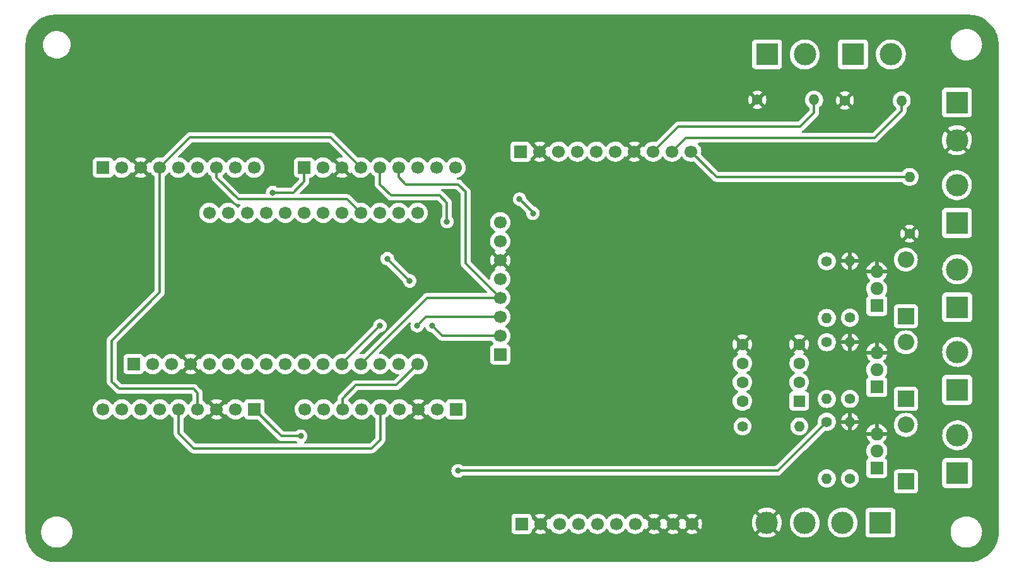
<source format=gbr>
G04 #@! TF.GenerationSoftware,KiCad,Pcbnew,(6.0.0)*
G04 #@! TF.CreationDate,2022-12-30T16:33:39+01:00*
G04 #@! TF.ProjectId,Test Stand PCB,54657374-2053-4746-916e-64205043422e,rev?*
G04 #@! TF.SameCoordinates,Original*
G04 #@! TF.FileFunction,Copper,L2,Bot*
G04 #@! TF.FilePolarity,Positive*
%FSLAX46Y46*%
G04 Gerber Fmt 4.6, Leading zero omitted, Abs format (unit mm)*
G04 Created by KiCad (PCBNEW (6.0.0)) date 2022-12-30 16:33:39*
%MOMM*%
%LPD*%
G01*
G04 APERTURE LIST*
G04 #@! TA.AperFunction,ComponentPad*
%ADD10C,1.700000*%
G04 #@! TD*
G04 #@! TA.AperFunction,ComponentPad*
%ADD11R,1.700000X1.700000*%
G04 #@! TD*
G04 #@! TA.AperFunction,ComponentPad*
%ADD12O,1.400000X1.400000*%
G04 #@! TD*
G04 #@! TA.AperFunction,ComponentPad*
%ADD13C,1.400000*%
G04 #@! TD*
G04 #@! TA.AperFunction,ComponentPad*
%ADD14C,3.000000*%
G04 #@! TD*
G04 #@! TA.AperFunction,ComponentPad*
%ADD15R,3.000000X3.000000*%
G04 #@! TD*
G04 #@! TA.AperFunction,ComponentPad*
%ADD16C,1.600000*%
G04 #@! TD*
G04 #@! TA.AperFunction,ComponentPad*
%ADD17R,1.600000X1.600000*%
G04 #@! TD*
G04 #@! TA.AperFunction,ComponentPad*
%ADD18O,1.800000X1.717500*%
G04 #@! TD*
G04 #@! TA.AperFunction,ComponentPad*
%ADD19R,1.800000X1.717500*%
G04 #@! TD*
G04 #@! TA.AperFunction,ComponentPad*
%ADD20O,2.200000X2.200000*%
G04 #@! TD*
G04 #@! TA.AperFunction,ComponentPad*
%ADD21R,2.200000X2.200000*%
G04 #@! TD*
G04 #@! TA.AperFunction,ViaPad*
%ADD22C,0.800000*%
G04 #@! TD*
G04 #@! TA.AperFunction,Conductor*
%ADD23C,0.300000*%
G04 #@! TD*
G04 APERTURE END LIST*
D10*
X131765000Y-55599000D03*
X129225000Y-55599000D03*
X126685000Y-55599000D03*
X124145000Y-55599000D03*
X121605000Y-55599000D03*
X119065000Y-55599000D03*
X116525000Y-55599000D03*
X113985000Y-55599000D03*
X111445000Y-55599000D03*
D11*
X108905000Y-55599000D03*
D12*
X160015000Y-48735000D03*
D13*
X152395000Y-48735000D03*
D12*
X148265000Y-48645000D03*
D13*
X140645000Y-48645000D03*
D14*
X158565000Y-42545000D03*
D15*
X153485000Y-42545000D03*
D14*
X147015000Y-42545000D03*
D15*
X141935000Y-42545000D03*
D10*
X106149000Y-65110000D03*
X106149000Y-67650000D03*
X106149000Y-70190000D03*
X106149000Y-72730000D03*
X106149000Y-75270000D03*
X106149000Y-77810000D03*
X106149000Y-80350000D03*
D11*
X106149000Y-82890000D03*
D16*
X138650000Y-89136000D03*
X138650000Y-86596000D03*
X138650000Y-84056000D03*
X138650000Y-81516000D03*
X146270000Y-81516000D03*
X146270000Y-84056000D03*
X146270000Y-86596000D03*
D17*
X146270000Y-89136000D03*
D10*
X79905000Y-90250000D03*
X82445000Y-90250000D03*
X84985000Y-90250000D03*
X87525000Y-90250000D03*
X90065000Y-90250000D03*
X92605000Y-90250000D03*
X95145000Y-90250000D03*
X97685000Y-90250000D03*
D11*
X100225000Y-90250000D03*
D10*
X52840000Y-90245000D03*
X55380000Y-90245000D03*
X57920000Y-90245000D03*
X60460000Y-90245000D03*
X63000000Y-90245000D03*
X65540000Y-90245000D03*
X68080000Y-90245000D03*
X70620000Y-90245000D03*
D11*
X73160000Y-90245000D03*
D10*
X73160000Y-57755000D03*
X70620000Y-57755000D03*
X68080000Y-57755000D03*
X65540000Y-57755000D03*
X63000000Y-57755000D03*
X60460000Y-57755000D03*
X57920000Y-57755000D03*
X55380000Y-57755000D03*
D11*
X52840000Y-57755000D03*
D10*
X100160000Y-57755000D03*
X97620000Y-57755000D03*
X95080000Y-57755000D03*
X92540000Y-57755000D03*
X90000000Y-57755000D03*
X87460000Y-57755000D03*
X84920000Y-57755000D03*
X82380000Y-57755000D03*
D11*
X79840000Y-57755000D03*
D10*
X67110000Y-63840000D03*
X69650000Y-63840000D03*
X72190000Y-63840000D03*
X74730000Y-63840000D03*
X77270000Y-63840000D03*
X79810000Y-63840000D03*
X82350000Y-63840000D03*
X84890000Y-63840000D03*
X87430000Y-63840000D03*
X89970000Y-63840000D03*
X92510000Y-63840000D03*
X95050000Y-63840000D03*
X95050000Y-84160000D03*
X92510000Y-84160000D03*
X89970000Y-84160000D03*
X87430000Y-84160000D03*
X84890000Y-84160000D03*
X82350000Y-84160000D03*
X79810000Y-84160000D03*
X77270000Y-84160000D03*
X74730000Y-84160000D03*
X72190000Y-84160000D03*
X69650000Y-84160000D03*
X67110000Y-84160000D03*
X64570000Y-84160000D03*
X62030000Y-84160000D03*
X59490000Y-84160000D03*
D11*
X56950000Y-84160000D03*
D10*
X131865000Y-105640000D03*
X129325000Y-105640000D03*
X126785000Y-105640000D03*
X124245000Y-105640000D03*
X121705000Y-105640000D03*
X119165000Y-105640000D03*
X116625000Y-105640000D03*
X114085000Y-105640000D03*
X111545000Y-105640000D03*
D11*
X109005000Y-105640000D03*
D12*
X153070000Y-91916000D03*
D13*
X153070000Y-99536000D03*
D12*
X149970000Y-99536000D03*
D13*
X149970000Y-91916000D03*
D12*
X153070000Y-81216000D03*
D13*
X153070000Y-88836000D03*
D12*
X149970000Y-88856000D03*
D13*
X149970000Y-81236000D03*
D18*
X156670000Y-93556000D03*
X156670000Y-95846000D03*
D19*
X156670000Y-98136000D03*
D18*
X156670000Y-82646000D03*
X156670000Y-84936000D03*
D19*
X156670000Y-87226000D03*
D14*
X167475000Y-93740000D03*
D15*
X167475000Y-98820000D03*
D14*
X167475000Y-82540000D03*
D15*
X167475000Y-87620000D03*
D20*
X160570000Y-92336000D03*
D21*
X160570000Y-99956000D03*
D20*
X160570000Y-81236000D03*
D21*
X160570000Y-88856000D03*
D12*
X153070000Y-70316000D03*
D13*
X153070000Y-77936000D03*
D12*
X149970000Y-77956000D03*
D13*
X149970000Y-70336000D03*
D12*
X146290000Y-92536000D03*
D13*
X138670000Y-92536000D03*
D12*
X161070000Y-59016000D03*
D13*
X161070000Y-66636000D03*
D20*
X160570000Y-70116000D03*
D21*
X160570000Y-77736000D03*
D18*
X156670000Y-71746000D03*
X156670000Y-74036000D03*
D19*
X156670000Y-76326000D03*
D14*
X167475000Y-71440000D03*
D15*
X167475000Y-76520000D03*
D14*
X167435000Y-54075000D03*
D15*
X167435000Y-48995000D03*
D14*
X141930000Y-105472000D03*
D15*
X157170000Y-105472000D03*
D14*
X147010000Y-105472000D03*
X152090000Y-105472000D03*
X167435000Y-60115000D03*
D15*
X167435000Y-65195000D03*
D22*
X88835000Y-56195000D03*
X110535000Y-63895000D03*
X108735000Y-61995000D03*
X79365000Y-93859000D03*
X75615000Y-61109000D03*
X91000000Y-70000000D03*
X94000000Y-73000000D03*
X97000000Y-79000000D03*
X95000000Y-79000000D03*
X90000000Y-79000000D03*
X99000000Y-65000000D03*
X100500000Y-98500000D03*
D23*
X135182000Y-59016000D02*
X131765000Y-55599000D01*
X161070000Y-59016000D02*
X135182000Y-59016000D01*
X160015000Y-48735000D02*
X160015000Y-50115000D01*
X160015000Y-50115000D02*
X156395000Y-53735000D01*
X131089000Y-53735000D02*
X129225000Y-55599000D01*
X156395000Y-53735000D02*
X131089000Y-53735000D01*
X148265000Y-48645000D02*
X148265000Y-50365000D01*
X148265000Y-50365000D02*
X146395000Y-52235000D01*
X130049000Y-52235000D02*
X126685000Y-55599000D01*
X146395000Y-52235000D02*
X130049000Y-52235000D01*
X88835000Y-56195000D02*
X102835000Y-56195000D01*
X102835000Y-56195000D02*
X105435000Y-53595000D01*
X109441000Y-53595000D02*
X111445000Y-55599000D01*
X105435000Y-53595000D02*
X109441000Y-53595000D01*
X110535000Y-63795000D02*
X108735000Y-61995000D01*
X110535000Y-63895000D02*
X110535000Y-63795000D01*
X76774000Y-93859000D02*
X73160000Y-90245000D01*
X79365000Y-93859000D02*
X76774000Y-93859000D01*
X75615000Y-61109000D02*
X78365000Y-61109000D01*
X79840000Y-59634000D02*
X79840000Y-57755000D01*
X78365000Y-61109000D02*
X79840000Y-59634000D01*
X91000000Y-70000000D02*
X94000000Y-73000000D01*
X98350000Y-80350000D02*
X106149000Y-80350000D01*
X97000000Y-79000000D02*
X98350000Y-80350000D01*
X84985000Y-88785000D02*
X84985000Y-90250000D01*
X86770000Y-87000000D02*
X84985000Y-88785000D01*
X92210000Y-87000000D02*
X86770000Y-87000000D01*
X95050000Y-84160000D02*
X92210000Y-87000000D01*
X85590000Y-62000000D02*
X87430000Y-63840000D01*
X71000000Y-62000000D02*
X85590000Y-62000000D01*
X68080000Y-57755000D02*
X68080000Y-59080000D01*
X68080000Y-59080000D02*
X71000000Y-62000000D01*
X96320000Y-75270000D02*
X87430000Y-84160000D01*
X106149000Y-75270000D02*
X96320000Y-75270000D01*
X92540000Y-57755000D02*
X92540000Y-59040000D01*
X92540000Y-59040000D02*
X93500000Y-60000000D01*
X93500000Y-60000000D02*
X100500000Y-60000000D01*
X100500000Y-60000000D02*
X101500000Y-61000000D01*
X101500000Y-70621000D02*
X106149000Y-75270000D01*
X101500000Y-61000000D02*
X101500000Y-70621000D01*
X106149000Y-77810000D02*
X96190000Y-77810000D01*
X96190000Y-77810000D02*
X95000000Y-79000000D01*
X84890000Y-84110000D02*
X84890000Y-84160000D01*
X90000000Y-79000000D02*
X84890000Y-84110000D01*
X99000000Y-65000000D02*
X99000000Y-62500000D01*
X99000000Y-62500000D02*
X98000000Y-61500000D01*
X98000000Y-61500000D02*
X91500000Y-61500000D01*
X90000000Y-60000000D02*
X90000000Y-57755000D01*
X91500000Y-61500000D02*
X90000000Y-60000000D01*
X90065000Y-94305000D02*
X90065000Y-90250000D01*
X65000000Y-95500000D02*
X88870000Y-95500000D01*
X88870000Y-95500000D02*
X90065000Y-94305000D01*
X63000000Y-93500000D02*
X65000000Y-95500000D01*
X63000000Y-90245000D02*
X63000000Y-93500000D01*
X65540000Y-90245000D02*
X65540000Y-88040000D01*
X65540000Y-88040000D02*
X65000000Y-87500000D01*
X65000000Y-87500000D02*
X55000000Y-87500000D01*
X55000000Y-87500000D02*
X54000000Y-86500000D01*
X54000000Y-86500000D02*
X54000000Y-81000000D01*
X60460000Y-74540000D02*
X60460000Y-57755000D01*
X54000000Y-81000000D02*
X60460000Y-74540000D01*
X60460000Y-57755000D02*
X64520000Y-53695000D01*
X83400000Y-53695000D02*
X87460000Y-57755000D01*
X64520000Y-53695000D02*
X83400000Y-53695000D01*
X143386000Y-98500000D02*
X149970000Y-91916000D01*
X100500000Y-98500000D02*
X143386000Y-98500000D01*
G04 #@! TA.AperFunction,Conductor*
G36*
X169005057Y-37204500D02*
G01*
X169019858Y-37206805D01*
X169019861Y-37206805D01*
X169028730Y-37208186D01*
X169048626Y-37205584D01*
X169070784Y-37204654D01*
X169397518Y-37219760D01*
X169409107Y-37220834D01*
X169762764Y-37270167D01*
X169774204Y-37272306D01*
X170121799Y-37354060D01*
X170132987Y-37357243D01*
X170471553Y-37470719D01*
X170482398Y-37474919D01*
X170645733Y-37547039D01*
X170809063Y-37619157D01*
X170819468Y-37624337D01*
X171131441Y-37798105D01*
X171141318Y-37804221D01*
X171435912Y-38006023D01*
X171445200Y-38013037D01*
X171719919Y-38241160D01*
X171728519Y-38249001D01*
X171980999Y-38501481D01*
X171988840Y-38510081D01*
X172216963Y-38784800D01*
X172223977Y-38794088D01*
X172425779Y-39088682D01*
X172431895Y-39098559D01*
X172605663Y-39410532D01*
X172610843Y-39420937D01*
X172626279Y-39455895D01*
X172727527Y-39685198D01*
X172755079Y-39747598D01*
X172759281Y-39758447D01*
X172852772Y-40037386D01*
X172872756Y-40097011D01*
X172875941Y-40108204D01*
X172957694Y-40455796D01*
X172959833Y-40467236D01*
X172970824Y-40546029D01*
X173001111Y-40763145D01*
X173009166Y-40820893D01*
X173010240Y-40832482D01*
X173025003Y-41151816D01*
X173023638Y-41177015D01*
X173021814Y-41188730D01*
X173022978Y-41197632D01*
X173022978Y-41197635D01*
X173025936Y-41220251D01*
X173027000Y-41236589D01*
X173027000Y-106745672D01*
X173025500Y-106765057D01*
X173024151Y-106773723D01*
X173021814Y-106788730D01*
X173023454Y-106801270D01*
X173024416Y-106808626D01*
X173025346Y-106830784D01*
X173010240Y-107157518D01*
X173009166Y-107169107D01*
X172959833Y-107522764D01*
X172957694Y-107534204D01*
X172875941Y-107881796D01*
X172872757Y-107892987D01*
X172777090Y-108178421D01*
X172759283Y-108231549D01*
X172755079Y-108242402D01*
X172610843Y-108569063D01*
X172605663Y-108579468D01*
X172431895Y-108891441D01*
X172425779Y-108901318D01*
X172223977Y-109195912D01*
X172216963Y-109205200D01*
X171988840Y-109479919D01*
X171980999Y-109488519D01*
X171728519Y-109740999D01*
X171719919Y-109748840D01*
X171445200Y-109976963D01*
X171435912Y-109983977D01*
X171141318Y-110185779D01*
X171131441Y-110191895D01*
X170819468Y-110365663D01*
X170809063Y-110370843D01*
X170645732Y-110442961D01*
X170482398Y-110515081D01*
X170471553Y-110519281D01*
X170132989Y-110632756D01*
X170121799Y-110635940D01*
X169805644Y-110710299D01*
X169774204Y-110717694D01*
X169762764Y-110719833D01*
X169409107Y-110769166D01*
X169397519Y-110770240D01*
X169376389Y-110771217D01*
X169078184Y-110785003D01*
X169052985Y-110783638D01*
X169050142Y-110783195D01*
X169050140Y-110783195D01*
X169041270Y-110781814D01*
X169032368Y-110782978D01*
X169032365Y-110782978D01*
X169009749Y-110785936D01*
X168993411Y-110787000D01*
X46484328Y-110787000D01*
X46464943Y-110785500D01*
X46450142Y-110783195D01*
X46450139Y-110783195D01*
X46441270Y-110781814D01*
X46422105Y-110784320D01*
X46421374Y-110784416D01*
X46399216Y-110785346D01*
X46072482Y-110770240D01*
X46060893Y-110769166D01*
X45707236Y-110719833D01*
X45695796Y-110717694D01*
X45664356Y-110710299D01*
X45348201Y-110635940D01*
X45337011Y-110632756D01*
X44998447Y-110519281D01*
X44987602Y-110515081D01*
X44824267Y-110442961D01*
X44660937Y-110370843D01*
X44650532Y-110365663D01*
X44338559Y-110191895D01*
X44328682Y-110185779D01*
X44034088Y-109983977D01*
X44024800Y-109976963D01*
X43750081Y-109748840D01*
X43741481Y-109740999D01*
X43489001Y-109488519D01*
X43481160Y-109479919D01*
X43253037Y-109205200D01*
X43246023Y-109195912D01*
X43044221Y-108901318D01*
X43038105Y-108891441D01*
X42864337Y-108579468D01*
X42859157Y-108569063D01*
X42714921Y-108242402D01*
X42710717Y-108231549D01*
X42692911Y-108178421D01*
X42597243Y-107892987D01*
X42594059Y-107881796D01*
X42512306Y-107534204D01*
X42510167Y-107522764D01*
X42460834Y-107169107D01*
X42459760Y-107157518D01*
X42446362Y-106867703D01*
X44535743Y-106867703D01*
X44536302Y-106871947D01*
X44536302Y-106871951D01*
X44551708Y-106988971D01*
X44573268Y-107152734D01*
X44649129Y-107430036D01*
X44650813Y-107433984D01*
X44730154Y-107619994D01*
X44761923Y-107694476D01*
X44773693Y-107714142D01*
X44880731Y-107892989D01*
X44909561Y-107941161D01*
X45089313Y-108165528D01*
X45297851Y-108363423D01*
X45531317Y-108531186D01*
X45535112Y-108533195D01*
X45535113Y-108533196D01*
X45556869Y-108544715D01*
X45785392Y-108665712D01*
X46055373Y-108764511D01*
X46336264Y-108825755D01*
X46364841Y-108828004D01*
X46559282Y-108843307D01*
X46559291Y-108843307D01*
X46561739Y-108843500D01*
X46717271Y-108843500D01*
X46719407Y-108843354D01*
X46719418Y-108843354D01*
X46927548Y-108829165D01*
X46927554Y-108829164D01*
X46931825Y-108828873D01*
X46936020Y-108828004D01*
X46936022Y-108828004D01*
X47072584Y-108799723D01*
X47213342Y-108770574D01*
X47484343Y-108674607D01*
X47739812Y-108542750D01*
X47743313Y-108540289D01*
X47743317Y-108540287D01*
X47910932Y-108422485D01*
X47975023Y-108377441D01*
X48120342Y-108242402D01*
X48182479Y-108184661D01*
X48182481Y-108184658D01*
X48185622Y-108181740D01*
X48367713Y-107959268D01*
X48517927Y-107714142D01*
X48633483Y-107450898D01*
X48712244Y-107174406D01*
X48728291Y-107061654D01*
X140705618Y-107061654D01*
X140712673Y-107071627D01*
X140743679Y-107097551D01*
X140750598Y-107102579D01*
X140975272Y-107243515D01*
X140982807Y-107247556D01*
X141224520Y-107356694D01*
X141232551Y-107359680D01*
X141486832Y-107435002D01*
X141495184Y-107436869D01*
X141757340Y-107476984D01*
X141765874Y-107477700D01*
X142031045Y-107481867D01*
X142039596Y-107481418D01*
X142302883Y-107449557D01*
X142311284Y-107447955D01*
X142567824Y-107380653D01*
X142575926Y-107377926D01*
X142820949Y-107276434D01*
X142828617Y-107272628D01*
X143057598Y-107138822D01*
X143064679Y-107134009D01*
X143144655Y-107071301D01*
X143153125Y-107059442D01*
X143146608Y-107047818D01*
X141942812Y-105844022D01*
X141928868Y-105836408D01*
X141927035Y-105836539D01*
X141920420Y-105840790D01*
X140712910Y-107048300D01*
X140705618Y-107061654D01*
X48728291Y-107061654D01*
X48749847Y-106910191D01*
X48752146Y-106894036D01*
X48752146Y-106894034D01*
X48752751Y-106889784D01*
X48752845Y-106871951D01*
X48754235Y-106606583D01*
X48754235Y-106606576D01*
X48754257Y-106602297D01*
X48745810Y-106538134D01*
X107646500Y-106538134D01*
X107653255Y-106600316D01*
X107704385Y-106736705D01*
X107791739Y-106853261D01*
X107908295Y-106940615D01*
X108044684Y-106991745D01*
X108106866Y-106998500D01*
X109903134Y-106998500D01*
X109965316Y-106991745D01*
X110101705Y-106940615D01*
X110218261Y-106853261D01*
X110284519Y-106764853D01*
X110784977Y-106764853D01*
X110790258Y-106771907D01*
X110951756Y-106866279D01*
X110961042Y-106870729D01*
X111160001Y-106946703D01*
X111169899Y-106949579D01*
X111378595Y-106992038D01*
X111388823Y-106993257D01*
X111601650Y-107001062D01*
X111611936Y-107000595D01*
X111823185Y-106973534D01*
X111833262Y-106971392D01*
X112037255Y-106910191D01*
X112046842Y-106906433D01*
X112238098Y-106812738D01*
X112246944Y-106807465D01*
X112294247Y-106773723D01*
X112302648Y-106763023D01*
X112295660Y-106749870D01*
X111557812Y-106012022D01*
X111543868Y-106004408D01*
X111542035Y-106004539D01*
X111535420Y-106008790D01*
X110791737Y-106752473D01*
X110784977Y-106764853D01*
X110284519Y-106764853D01*
X110305615Y-106736705D01*
X110356745Y-106600316D01*
X110363500Y-106538134D01*
X110363500Y-106506955D01*
X110383502Y-106438834D01*
X110417608Y-106409915D01*
X110416507Y-106408707D01*
X110423005Y-106402785D01*
X111172978Y-105652812D01*
X111179356Y-105641132D01*
X111909408Y-105641132D01*
X111909539Y-105642965D01*
X111913790Y-105649580D01*
X112655474Y-106391264D01*
X112667484Y-106397823D01*
X112679223Y-106388855D01*
X112713022Y-106341819D01*
X112714277Y-106342721D01*
X112761391Y-106299355D01*
X112831330Y-106287148D01*
X112896767Y-106314691D01*
X112924580Y-106346513D01*
X112982287Y-106440683D01*
X112982291Y-106440688D01*
X112984987Y-106445088D01*
X113131250Y-106613938D01*
X113303126Y-106756632D01*
X113496000Y-106869338D01*
X113500825Y-106871180D01*
X113500826Y-106871181D01*
X113560677Y-106894036D01*
X113704692Y-106949030D01*
X113709760Y-106950061D01*
X113709763Y-106950062D01*
X113798394Y-106968094D01*
X113923597Y-106993567D01*
X113928772Y-106993757D01*
X113928774Y-106993757D01*
X114141673Y-107001564D01*
X114141677Y-107001564D01*
X114146837Y-107001753D01*
X114151957Y-107001097D01*
X114151959Y-107001097D01*
X114363288Y-106974025D01*
X114363289Y-106974025D01*
X114368416Y-106973368D01*
X114373366Y-106971883D01*
X114577429Y-106910661D01*
X114577434Y-106910659D01*
X114582384Y-106909174D01*
X114782994Y-106810896D01*
X114964860Y-106681173D01*
X115123096Y-106523489D01*
X115139735Y-106500334D01*
X115253453Y-106342077D01*
X115254776Y-106343028D01*
X115301645Y-106299857D01*
X115371580Y-106287625D01*
X115437026Y-106315144D01*
X115464875Y-106346994D01*
X115524987Y-106445088D01*
X115671250Y-106613938D01*
X115843126Y-106756632D01*
X116036000Y-106869338D01*
X116040825Y-106871180D01*
X116040826Y-106871181D01*
X116100677Y-106894036D01*
X116244692Y-106949030D01*
X116249760Y-106950061D01*
X116249763Y-106950062D01*
X116338394Y-106968094D01*
X116463597Y-106993567D01*
X116468772Y-106993757D01*
X116468774Y-106993757D01*
X116681673Y-107001564D01*
X116681677Y-107001564D01*
X116686837Y-107001753D01*
X116691957Y-107001097D01*
X116691959Y-107001097D01*
X116903288Y-106974025D01*
X116903289Y-106974025D01*
X116908416Y-106973368D01*
X116913366Y-106971883D01*
X117117429Y-106910661D01*
X117117434Y-106910659D01*
X117122384Y-106909174D01*
X117322994Y-106810896D01*
X117504860Y-106681173D01*
X117663096Y-106523489D01*
X117679735Y-106500334D01*
X117793453Y-106342077D01*
X117794776Y-106343028D01*
X117841645Y-106299857D01*
X117911580Y-106287625D01*
X117977026Y-106315144D01*
X118004875Y-106346994D01*
X118064987Y-106445088D01*
X118211250Y-106613938D01*
X118383126Y-106756632D01*
X118576000Y-106869338D01*
X118580825Y-106871180D01*
X118580826Y-106871181D01*
X118640677Y-106894036D01*
X118784692Y-106949030D01*
X118789760Y-106950061D01*
X118789763Y-106950062D01*
X118878394Y-106968094D01*
X119003597Y-106993567D01*
X119008772Y-106993757D01*
X119008774Y-106993757D01*
X119221673Y-107001564D01*
X119221677Y-107001564D01*
X119226837Y-107001753D01*
X119231957Y-107001097D01*
X119231959Y-107001097D01*
X119443288Y-106974025D01*
X119443289Y-106974025D01*
X119448416Y-106973368D01*
X119453366Y-106971883D01*
X119657429Y-106910661D01*
X119657434Y-106910659D01*
X119662384Y-106909174D01*
X119862994Y-106810896D01*
X120044860Y-106681173D01*
X120203096Y-106523489D01*
X120219735Y-106500334D01*
X120333453Y-106342077D01*
X120334776Y-106343028D01*
X120381645Y-106299857D01*
X120451580Y-106287625D01*
X120517026Y-106315144D01*
X120544875Y-106346994D01*
X120604987Y-106445088D01*
X120751250Y-106613938D01*
X120923126Y-106756632D01*
X121116000Y-106869338D01*
X121120825Y-106871180D01*
X121120826Y-106871181D01*
X121180677Y-106894036D01*
X121324692Y-106949030D01*
X121329760Y-106950061D01*
X121329763Y-106950062D01*
X121418394Y-106968094D01*
X121543597Y-106993567D01*
X121548772Y-106993757D01*
X121548774Y-106993757D01*
X121761673Y-107001564D01*
X121761677Y-107001564D01*
X121766837Y-107001753D01*
X121771957Y-107001097D01*
X121771959Y-107001097D01*
X121983288Y-106974025D01*
X121983289Y-106974025D01*
X121988416Y-106973368D01*
X121993366Y-106971883D01*
X122197429Y-106910661D01*
X122197434Y-106910659D01*
X122202384Y-106909174D01*
X122402994Y-106810896D01*
X122584860Y-106681173D01*
X122743096Y-106523489D01*
X122759735Y-106500334D01*
X122873453Y-106342077D01*
X122874776Y-106343028D01*
X122921645Y-106299857D01*
X122991580Y-106287625D01*
X123057026Y-106315144D01*
X123084875Y-106346994D01*
X123144987Y-106445088D01*
X123291250Y-106613938D01*
X123463126Y-106756632D01*
X123656000Y-106869338D01*
X123660825Y-106871180D01*
X123660826Y-106871181D01*
X123720677Y-106894036D01*
X123864692Y-106949030D01*
X123869760Y-106950061D01*
X123869763Y-106950062D01*
X123958394Y-106968094D01*
X124083597Y-106993567D01*
X124088772Y-106993757D01*
X124088774Y-106993757D01*
X124301673Y-107001564D01*
X124301677Y-107001564D01*
X124306837Y-107001753D01*
X124311957Y-107001097D01*
X124311959Y-107001097D01*
X124523288Y-106974025D01*
X124523289Y-106974025D01*
X124528416Y-106973368D01*
X124533366Y-106971883D01*
X124737429Y-106910661D01*
X124737434Y-106910659D01*
X124742384Y-106909174D01*
X124942994Y-106810896D01*
X125007544Y-106764853D01*
X126024977Y-106764853D01*
X126030258Y-106771907D01*
X126191756Y-106866279D01*
X126201042Y-106870729D01*
X126400001Y-106946703D01*
X126409899Y-106949579D01*
X126618595Y-106992038D01*
X126628823Y-106993257D01*
X126841650Y-107001062D01*
X126851936Y-107000595D01*
X127063185Y-106973534D01*
X127073262Y-106971392D01*
X127277255Y-106910191D01*
X127286842Y-106906433D01*
X127478098Y-106812738D01*
X127486944Y-106807465D01*
X127534247Y-106773723D01*
X127541211Y-106764853D01*
X128564977Y-106764853D01*
X128570258Y-106771907D01*
X128731756Y-106866279D01*
X128741042Y-106870729D01*
X128940001Y-106946703D01*
X128949899Y-106949579D01*
X129158595Y-106992038D01*
X129168823Y-106993257D01*
X129381650Y-107001062D01*
X129391936Y-107000595D01*
X129603185Y-106973534D01*
X129613262Y-106971392D01*
X129817255Y-106910191D01*
X129826842Y-106906433D01*
X130018098Y-106812738D01*
X130026944Y-106807465D01*
X130074247Y-106773723D01*
X130081211Y-106764853D01*
X131104977Y-106764853D01*
X131110258Y-106771907D01*
X131271756Y-106866279D01*
X131281042Y-106870729D01*
X131480001Y-106946703D01*
X131489899Y-106949579D01*
X131698595Y-106992038D01*
X131708823Y-106993257D01*
X131921650Y-107001062D01*
X131931936Y-107000595D01*
X132143185Y-106973534D01*
X132153262Y-106971392D01*
X132357255Y-106910191D01*
X132366842Y-106906433D01*
X132558098Y-106812738D01*
X132566944Y-106807465D01*
X132614247Y-106773723D01*
X132622648Y-106763023D01*
X132615660Y-106749870D01*
X131877812Y-106012022D01*
X131863868Y-106004408D01*
X131862035Y-106004539D01*
X131855420Y-106008790D01*
X131111737Y-106752473D01*
X131104977Y-106764853D01*
X130081211Y-106764853D01*
X130082648Y-106763023D01*
X130075660Y-106749870D01*
X129337812Y-106012022D01*
X129323868Y-106004408D01*
X129322035Y-106004539D01*
X129315420Y-106008790D01*
X128571737Y-106752473D01*
X128564977Y-106764853D01*
X127541211Y-106764853D01*
X127542648Y-106763023D01*
X127535660Y-106749870D01*
X126797812Y-106012022D01*
X126783868Y-106004408D01*
X126782035Y-106004539D01*
X126775420Y-106008790D01*
X126031737Y-106752473D01*
X126024977Y-106764853D01*
X125007544Y-106764853D01*
X125124860Y-106681173D01*
X125283096Y-106523489D01*
X125299735Y-106500334D01*
X125413453Y-106342077D01*
X125414640Y-106342930D01*
X125461960Y-106299362D01*
X125531897Y-106287145D01*
X125597338Y-106314678D01*
X125625166Y-106346512D01*
X125651459Y-106389419D01*
X125661916Y-106398880D01*
X125670694Y-106395096D01*
X126412978Y-105652812D01*
X126419356Y-105641132D01*
X127149408Y-105641132D01*
X127149539Y-105642965D01*
X127153790Y-105649580D01*
X127895474Y-106391264D01*
X127907484Y-106397823D01*
X127919223Y-106388855D01*
X127953022Y-106341819D01*
X127954149Y-106342629D01*
X128001659Y-106298881D01*
X128071596Y-106286661D01*
X128137038Y-106314191D01*
X128164870Y-106346029D01*
X128191459Y-106389419D01*
X128201916Y-106398880D01*
X128210694Y-106395096D01*
X128952978Y-105652812D01*
X128959356Y-105641132D01*
X129689408Y-105641132D01*
X129689539Y-105642965D01*
X129693790Y-105649580D01*
X130435474Y-106391264D01*
X130447484Y-106397823D01*
X130459223Y-106388855D01*
X130493022Y-106341819D01*
X130494149Y-106342629D01*
X130541659Y-106298881D01*
X130611596Y-106286661D01*
X130677038Y-106314191D01*
X130704870Y-106346029D01*
X130731459Y-106389419D01*
X130741916Y-106398880D01*
X130750694Y-106395096D01*
X131492978Y-105652812D01*
X131499356Y-105641132D01*
X132229408Y-105641132D01*
X132229539Y-105642965D01*
X132233790Y-105649580D01*
X132975474Y-106391264D01*
X132987484Y-106397823D01*
X132999223Y-106388855D01*
X133030004Y-106346019D01*
X133035315Y-106337180D01*
X133129670Y-106146267D01*
X133133469Y-106136672D01*
X133195376Y-105932915D01*
X133197555Y-105922834D01*
X133225590Y-105709887D01*
X133226109Y-105703212D01*
X133227572Y-105643364D01*
X133227378Y-105636646D01*
X133212461Y-105455204D01*
X139917665Y-105455204D01*
X139932932Y-105719969D01*
X139934005Y-105728470D01*
X139985065Y-105988722D01*
X139987276Y-105996974D01*
X140073184Y-106247894D01*
X140076499Y-106255779D01*
X140195664Y-106492713D01*
X140200020Y-106500079D01*
X140329347Y-106688250D01*
X140339601Y-106696594D01*
X140353342Y-106689448D01*
X141557978Y-105484812D01*
X141564356Y-105473132D01*
X142294408Y-105473132D01*
X142294539Y-105474965D01*
X142298790Y-105481580D01*
X143505730Y-106688520D01*
X143517939Y-106695187D01*
X143529439Y-106686497D01*
X143626831Y-106553913D01*
X143631418Y-106546685D01*
X143757962Y-106313621D01*
X143761530Y-106305827D01*
X143855271Y-106057750D01*
X143857748Y-106049544D01*
X143916954Y-105791038D01*
X143918294Y-105782577D01*
X143942031Y-105516616D01*
X143942277Y-105511677D01*
X143942666Y-105474485D01*
X143942523Y-105469519D01*
X143941255Y-105450918D01*
X144996917Y-105450918D01*
X145012682Y-105724320D01*
X145013507Y-105728525D01*
X145013508Y-105728533D01*
X145034698Y-105836539D01*
X145065405Y-105993053D01*
X145066792Y-105997103D01*
X145066793Y-105997108D01*
X145087605Y-106057895D01*
X145154112Y-106252144D01*
X145156039Y-106255975D01*
X145227381Y-106397823D01*
X145277160Y-106496799D01*
X145279586Y-106500328D01*
X145279589Y-106500334D01*
X145408741Y-106688250D01*
X145432274Y-106722490D01*
X145435161Y-106725663D01*
X145435162Y-106725664D01*
X145551266Y-106853261D01*
X145616582Y-106925043D01*
X145619877Y-106927798D01*
X145619878Y-106927799D01*
X145664382Y-106965010D01*
X145826675Y-107100707D01*
X145830316Y-107102991D01*
X146055024Y-107243951D01*
X146055028Y-107243953D01*
X146058664Y-107246234D01*
X146126544Y-107276883D01*
X146304345Y-107357164D01*
X146304349Y-107357166D01*
X146308257Y-107358930D01*
X146312377Y-107360150D01*
X146312376Y-107360150D01*
X146566723Y-107435491D01*
X146566727Y-107435492D01*
X146570836Y-107436709D01*
X146575070Y-107437357D01*
X146575075Y-107437358D01*
X146837298Y-107477483D01*
X146837300Y-107477483D01*
X146841540Y-107478132D01*
X146980912Y-107480322D01*
X147111071Y-107482367D01*
X147111077Y-107482367D01*
X147115362Y-107482434D01*
X147387235Y-107449534D01*
X147652127Y-107380041D01*
X147656087Y-107378401D01*
X147656092Y-107378399D01*
X147778632Y-107327641D01*
X147905136Y-107275241D01*
X148084962Y-107170159D01*
X148137879Y-107139237D01*
X148137880Y-107139236D01*
X148141582Y-107137073D01*
X148357089Y-106968094D01*
X148374564Y-106950062D01*
X148512678Y-106807539D01*
X148547669Y-106771431D01*
X148550202Y-106767983D01*
X148550206Y-106767978D01*
X148707257Y-106554178D01*
X148709795Y-106550723D01*
X148711841Y-106546955D01*
X148838418Y-106313830D01*
X148838419Y-106313828D01*
X148840468Y-106310054D01*
X148904042Y-106141811D01*
X148935751Y-106057895D01*
X148935752Y-106057891D01*
X148937269Y-106053877D01*
X148998407Y-105786933D01*
X148999426Y-105775524D01*
X149022531Y-105516627D01*
X149022532Y-105516616D01*
X149022751Y-105514161D01*
X149023193Y-105472000D01*
X149021756Y-105450918D01*
X150076917Y-105450918D01*
X150092682Y-105724320D01*
X150093507Y-105728525D01*
X150093508Y-105728533D01*
X150114698Y-105836539D01*
X150145405Y-105993053D01*
X150146792Y-105997103D01*
X150146793Y-105997108D01*
X150167605Y-106057895D01*
X150234112Y-106252144D01*
X150236039Y-106255975D01*
X150307381Y-106397823D01*
X150357160Y-106496799D01*
X150359586Y-106500328D01*
X150359589Y-106500334D01*
X150488741Y-106688250D01*
X150512274Y-106722490D01*
X150515161Y-106725663D01*
X150515162Y-106725664D01*
X150631266Y-106853261D01*
X150696582Y-106925043D01*
X150699877Y-106927798D01*
X150699878Y-106927799D01*
X150744382Y-106965010D01*
X150906675Y-107100707D01*
X150910316Y-107102991D01*
X151135024Y-107243951D01*
X151135028Y-107243953D01*
X151138664Y-107246234D01*
X151206544Y-107276883D01*
X151384345Y-107357164D01*
X151384349Y-107357166D01*
X151388257Y-107358930D01*
X151392377Y-107360150D01*
X151392376Y-107360150D01*
X151646723Y-107435491D01*
X151646727Y-107435492D01*
X151650836Y-107436709D01*
X151655070Y-107437357D01*
X151655075Y-107437358D01*
X151917298Y-107477483D01*
X151917300Y-107477483D01*
X151921540Y-107478132D01*
X152060912Y-107480322D01*
X152191071Y-107482367D01*
X152191077Y-107482367D01*
X152195362Y-107482434D01*
X152467235Y-107449534D01*
X152732127Y-107380041D01*
X152736087Y-107378401D01*
X152736092Y-107378399D01*
X152858632Y-107327641D01*
X152985136Y-107275241D01*
X153164962Y-107170159D01*
X153217879Y-107139237D01*
X153217880Y-107139236D01*
X153221582Y-107137073D01*
X153370720Y-107020134D01*
X155161500Y-107020134D01*
X155168255Y-107082316D01*
X155219385Y-107218705D01*
X155306739Y-107335261D01*
X155423295Y-107422615D01*
X155559684Y-107473745D01*
X155621866Y-107480500D01*
X158718134Y-107480500D01*
X158780316Y-107473745D01*
X158916705Y-107422615D01*
X159033261Y-107335261D01*
X159120615Y-107218705D01*
X159171745Y-107082316D01*
X159178500Y-107020134D01*
X159178500Y-106867703D01*
X166585743Y-106867703D01*
X166586302Y-106871947D01*
X166586302Y-106871951D01*
X166601708Y-106988971D01*
X166623268Y-107152734D01*
X166699129Y-107430036D01*
X166700813Y-107433984D01*
X166780154Y-107619994D01*
X166811923Y-107694476D01*
X166823693Y-107714142D01*
X166930731Y-107892989D01*
X166959561Y-107941161D01*
X167139313Y-108165528D01*
X167347851Y-108363423D01*
X167581317Y-108531186D01*
X167585112Y-108533195D01*
X167585113Y-108533196D01*
X167606869Y-108544715D01*
X167835392Y-108665712D01*
X168105373Y-108764511D01*
X168386264Y-108825755D01*
X168414841Y-108828004D01*
X168609282Y-108843307D01*
X168609291Y-108843307D01*
X168611739Y-108843500D01*
X168767271Y-108843500D01*
X168769407Y-108843354D01*
X168769418Y-108843354D01*
X168977548Y-108829165D01*
X168977554Y-108829164D01*
X168981825Y-108828873D01*
X168986020Y-108828004D01*
X168986022Y-108828004D01*
X169122584Y-108799723D01*
X169263342Y-108770574D01*
X169534343Y-108674607D01*
X169789812Y-108542750D01*
X169793313Y-108540289D01*
X169793317Y-108540287D01*
X169960932Y-108422485D01*
X170025023Y-108377441D01*
X170170342Y-108242402D01*
X170232479Y-108184661D01*
X170232481Y-108184658D01*
X170235622Y-108181740D01*
X170417713Y-107959268D01*
X170567927Y-107714142D01*
X170683483Y-107450898D01*
X170762244Y-107174406D01*
X170799847Y-106910191D01*
X170802146Y-106894036D01*
X170802146Y-106894034D01*
X170802751Y-106889784D01*
X170802845Y-106871951D01*
X170804235Y-106606583D01*
X170804235Y-106606576D01*
X170804257Y-106602297D01*
X170766732Y-106317266D01*
X170761970Y-106299857D01*
X170695776Y-106057895D01*
X170690871Y-106039964D01*
X170669014Y-105988722D01*
X170579763Y-105779476D01*
X170579761Y-105779472D01*
X170578077Y-105775524D01*
X170430439Y-105528839D01*
X170250687Y-105304472D01*
X170042149Y-105106577D01*
X169852064Y-104969987D01*
X169812172Y-104941321D01*
X169812171Y-104941320D01*
X169808683Y-104938814D01*
X169786843Y-104927250D01*
X169754899Y-104910337D01*
X169554608Y-104804288D01*
X169284627Y-104705489D01*
X169003736Y-104644245D01*
X168972685Y-104641801D01*
X168780718Y-104626693D01*
X168780709Y-104626693D01*
X168778261Y-104626500D01*
X168622729Y-104626500D01*
X168620593Y-104626646D01*
X168620582Y-104626646D01*
X168412452Y-104640835D01*
X168412446Y-104640836D01*
X168408175Y-104641127D01*
X168403980Y-104641996D01*
X168403978Y-104641996D01*
X168267416Y-104670277D01*
X168126658Y-104699426D01*
X167855657Y-104795393D01*
X167851848Y-104797359D01*
X167679338Y-104886398D01*
X167600188Y-104927250D01*
X167596687Y-104929711D01*
X167596683Y-104929713D01*
X167518557Y-104984621D01*
X167364977Y-105092559D01*
X167154378Y-105288260D01*
X166972287Y-105510732D01*
X166822073Y-105755858D01*
X166820347Y-105759791D01*
X166820346Y-105759792D01*
X166716172Y-105997108D01*
X166706517Y-106019102D01*
X166627756Y-106295594D01*
X166587249Y-106580216D01*
X166587227Y-106584505D01*
X166587226Y-106584512D01*
X166585790Y-106858642D01*
X166585743Y-106867703D01*
X159178500Y-106867703D01*
X159178500Y-103923866D01*
X159171745Y-103861684D01*
X159120615Y-103725295D01*
X159033261Y-103608739D01*
X158916705Y-103521385D01*
X158780316Y-103470255D01*
X158718134Y-103463500D01*
X155621866Y-103463500D01*
X155559684Y-103470255D01*
X155423295Y-103521385D01*
X155306739Y-103608739D01*
X155219385Y-103725295D01*
X155168255Y-103861684D01*
X155161500Y-103923866D01*
X155161500Y-107020134D01*
X153370720Y-107020134D01*
X153437089Y-106968094D01*
X153454564Y-106950062D01*
X153592678Y-106807539D01*
X153627669Y-106771431D01*
X153630202Y-106767983D01*
X153630206Y-106767978D01*
X153787257Y-106554178D01*
X153789795Y-106550723D01*
X153791841Y-106546955D01*
X153918418Y-106313830D01*
X153918419Y-106313828D01*
X153920468Y-106310054D01*
X153984042Y-106141811D01*
X154015751Y-106057895D01*
X154015752Y-106057891D01*
X154017269Y-106053877D01*
X154078407Y-105786933D01*
X154079426Y-105775524D01*
X154102531Y-105516627D01*
X154102532Y-105516616D01*
X154102751Y-105514161D01*
X154103193Y-105472000D01*
X154092000Y-105307814D01*
X154084859Y-105203055D01*
X154084858Y-105203049D01*
X154084567Y-105198778D01*
X154078464Y-105169305D01*
X154035623Y-104962440D01*
X154029032Y-104930612D01*
X153937617Y-104672465D01*
X153849901Y-104502518D01*
X153813978Y-104432919D01*
X153813978Y-104432918D01*
X153812013Y-104429112D01*
X153806564Y-104421358D01*
X153709557Y-104283331D01*
X153654545Y-104205057D01*
X153468125Y-104004445D01*
X153464810Y-104001731D01*
X153464806Y-104001728D01*
X153303304Y-103869540D01*
X153256205Y-103830990D01*
X153022704Y-103687901D01*
X153018768Y-103686173D01*
X152775873Y-103579549D01*
X152775869Y-103579548D01*
X152771945Y-103577825D01*
X152508566Y-103502800D01*
X152504324Y-103502196D01*
X152504318Y-103502195D01*
X152299387Y-103473029D01*
X152237443Y-103464213D01*
X152093589Y-103463460D01*
X151967877Y-103462802D01*
X151967871Y-103462802D01*
X151963591Y-103462780D01*
X151959347Y-103463339D01*
X151959343Y-103463339D01*
X151885741Y-103473029D01*
X151692078Y-103498525D01*
X151687938Y-103499658D01*
X151687936Y-103499658D01*
X151620037Y-103518233D01*
X151427928Y-103570788D01*
X151423980Y-103572472D01*
X151179982Y-103676546D01*
X151179978Y-103676548D01*
X151176030Y-103678232D01*
X151156125Y-103690145D01*
X150944725Y-103816664D01*
X150944721Y-103816667D01*
X150941043Y-103818868D01*
X150727318Y-103990094D01*
X150538808Y-104188742D01*
X150379002Y-104411136D01*
X150250857Y-104653161D01*
X150249385Y-104657184D01*
X150249383Y-104657188D01*
X150164530Y-104889058D01*
X150156743Y-104910337D01*
X150098404Y-105177907D01*
X150076917Y-105450918D01*
X149021756Y-105450918D01*
X149012000Y-105307814D01*
X149004859Y-105203055D01*
X149004858Y-105203049D01*
X149004567Y-105198778D01*
X148998464Y-105169305D01*
X148955623Y-104962440D01*
X148949032Y-104930612D01*
X148857617Y-104672465D01*
X148769901Y-104502518D01*
X148733978Y-104432919D01*
X148733978Y-104432918D01*
X148732013Y-104429112D01*
X148726564Y-104421358D01*
X148629557Y-104283331D01*
X148574545Y-104205057D01*
X148388125Y-104004445D01*
X148384810Y-104001731D01*
X148384806Y-104001728D01*
X148223304Y-103869540D01*
X148176205Y-103830990D01*
X147942704Y-103687901D01*
X147938768Y-103686173D01*
X147695873Y-103579549D01*
X147695869Y-103579548D01*
X147691945Y-103577825D01*
X147428566Y-103502800D01*
X147424324Y-103502196D01*
X147424318Y-103502195D01*
X147219387Y-103473029D01*
X147157443Y-103464213D01*
X147013589Y-103463460D01*
X146887877Y-103462802D01*
X146887871Y-103462802D01*
X146883591Y-103462780D01*
X146879347Y-103463339D01*
X146879343Y-103463339D01*
X146805741Y-103473029D01*
X146612078Y-103498525D01*
X146607938Y-103499658D01*
X146607936Y-103499658D01*
X146540037Y-103518233D01*
X146347928Y-103570788D01*
X146343980Y-103572472D01*
X146099982Y-103676546D01*
X146099978Y-103676548D01*
X146096030Y-103678232D01*
X146076125Y-103690145D01*
X145864725Y-103816664D01*
X145864721Y-103816667D01*
X145861043Y-103818868D01*
X145647318Y-103990094D01*
X145458808Y-104188742D01*
X145299002Y-104411136D01*
X145170857Y-104653161D01*
X145169385Y-104657184D01*
X145169383Y-104657188D01*
X145084530Y-104889058D01*
X145076743Y-104910337D01*
X145018404Y-105177907D01*
X144996917Y-105450918D01*
X143941255Y-105450918D01*
X143924362Y-105203123D01*
X143923201Y-105194649D01*
X143869419Y-104934944D01*
X143867120Y-104926709D01*
X143778588Y-104676705D01*
X143775191Y-104668854D01*
X143653550Y-104433178D01*
X143649122Y-104425866D01*
X143530031Y-104256417D01*
X143519509Y-104248037D01*
X143506121Y-104255089D01*
X142302022Y-105459188D01*
X142294408Y-105473132D01*
X141564356Y-105473132D01*
X141565592Y-105470868D01*
X141565461Y-105469035D01*
X141561210Y-105462420D01*
X140353814Y-104255024D01*
X140341804Y-104248466D01*
X140330064Y-104257434D01*
X140221935Y-104407911D01*
X140217418Y-104415196D01*
X140093325Y-104649567D01*
X140089839Y-104657395D01*
X139998700Y-104906446D01*
X139996311Y-104914670D01*
X139939812Y-105173795D01*
X139938563Y-105182250D01*
X139917754Y-105446653D01*
X139917665Y-105455204D01*
X133212461Y-105455204D01*
X133209781Y-105422604D01*
X133208096Y-105412424D01*
X133156214Y-105205875D01*
X133152894Y-105196124D01*
X133067972Y-105000814D01*
X133063105Y-104991739D01*
X132998063Y-104891197D01*
X132987377Y-104881995D01*
X132977812Y-104886398D01*
X132237022Y-105627188D01*
X132229408Y-105641132D01*
X131499356Y-105641132D01*
X131500592Y-105638868D01*
X131500461Y-105637035D01*
X131496210Y-105630420D01*
X130754849Y-104889059D01*
X130743313Y-104882759D01*
X130731028Y-104892384D01*
X130698192Y-104940520D01*
X130643281Y-104985523D01*
X130572756Y-104993694D01*
X130509009Y-104962440D01*
X130488311Y-104937955D01*
X130458062Y-104891197D01*
X130447377Y-104881995D01*
X130437812Y-104886398D01*
X129697022Y-105627188D01*
X129689408Y-105641132D01*
X128959356Y-105641132D01*
X128960592Y-105638868D01*
X128960461Y-105637035D01*
X128956210Y-105630420D01*
X128214849Y-104889059D01*
X128203313Y-104882759D01*
X128191028Y-104892384D01*
X128158192Y-104940520D01*
X128103281Y-104985523D01*
X128032756Y-104993694D01*
X127969009Y-104962440D01*
X127948311Y-104937955D01*
X127918062Y-104891197D01*
X127907377Y-104881995D01*
X127897812Y-104886398D01*
X127157022Y-105627188D01*
X127149408Y-105641132D01*
X126419356Y-105641132D01*
X126420592Y-105638868D01*
X126420461Y-105637035D01*
X126416210Y-105630420D01*
X125674849Y-104889059D01*
X125663313Y-104882759D01*
X125651031Y-104892382D01*
X125618499Y-104940072D01*
X125563587Y-104985075D01*
X125493063Y-104993246D01*
X125429316Y-104961992D01*
X125408618Y-104937508D01*
X125327822Y-104812617D01*
X125327820Y-104812614D01*
X125325014Y-104808277D01*
X125174670Y-104643051D01*
X125170619Y-104639852D01*
X125170615Y-104639848D01*
X125014338Y-104516427D01*
X126026223Y-104516427D01*
X126032968Y-104528758D01*
X126772188Y-105267978D01*
X126786132Y-105275592D01*
X126787965Y-105275461D01*
X126794580Y-105271210D01*
X127538389Y-104527401D01*
X127544382Y-104516427D01*
X128566223Y-104516427D01*
X128572968Y-104528758D01*
X129312188Y-105267978D01*
X129326132Y-105275592D01*
X129327965Y-105275461D01*
X129334580Y-105271210D01*
X130078389Y-104527401D01*
X130084382Y-104516427D01*
X131106223Y-104516427D01*
X131112968Y-104528758D01*
X131852188Y-105267978D01*
X131866132Y-105275592D01*
X131867965Y-105275461D01*
X131874580Y-105271210D01*
X132618389Y-104527401D01*
X132625410Y-104514544D01*
X132618611Y-104505213D01*
X132614554Y-104502518D01*
X132428117Y-104399599D01*
X132418705Y-104395369D01*
X132217959Y-104324280D01*
X132207989Y-104321646D01*
X131998327Y-104284301D01*
X131988073Y-104283331D01*
X131775116Y-104280728D01*
X131764832Y-104281448D01*
X131554321Y-104313661D01*
X131544293Y-104316050D01*
X131341868Y-104382212D01*
X131332359Y-104386209D01*
X131143466Y-104484540D01*
X131134734Y-104490039D01*
X131114677Y-104505099D01*
X131106223Y-104516427D01*
X130084382Y-104516427D01*
X130085410Y-104514544D01*
X130078611Y-104505213D01*
X130074554Y-104502518D01*
X129888117Y-104399599D01*
X129878705Y-104395369D01*
X129677959Y-104324280D01*
X129667989Y-104321646D01*
X129458327Y-104284301D01*
X129448073Y-104283331D01*
X129235116Y-104280728D01*
X129224832Y-104281448D01*
X129014321Y-104313661D01*
X129004293Y-104316050D01*
X128801868Y-104382212D01*
X128792359Y-104386209D01*
X128603466Y-104484540D01*
X128594734Y-104490039D01*
X128574677Y-104505099D01*
X128566223Y-104516427D01*
X127544382Y-104516427D01*
X127545410Y-104514544D01*
X127538611Y-104505213D01*
X127534554Y-104502518D01*
X127348117Y-104399599D01*
X127338705Y-104395369D01*
X127137959Y-104324280D01*
X127127989Y-104321646D01*
X126918327Y-104284301D01*
X126908073Y-104283331D01*
X126695116Y-104280728D01*
X126684832Y-104281448D01*
X126474321Y-104313661D01*
X126464293Y-104316050D01*
X126261868Y-104382212D01*
X126252359Y-104386209D01*
X126063466Y-104484540D01*
X126054734Y-104490039D01*
X126034677Y-104505099D01*
X126026223Y-104516427D01*
X125014338Y-104516427D01*
X125003414Y-104507800D01*
X125003410Y-104507798D01*
X124999359Y-104504598D01*
X124803789Y-104396638D01*
X124798920Y-104394914D01*
X124798916Y-104394912D01*
X124598087Y-104323795D01*
X124598083Y-104323794D01*
X124593212Y-104322069D01*
X124588119Y-104321162D01*
X124588116Y-104321161D01*
X124378373Y-104283800D01*
X124378367Y-104283799D01*
X124373284Y-104282894D01*
X124299452Y-104281992D01*
X124155081Y-104280228D01*
X124155079Y-104280228D01*
X124149911Y-104280165D01*
X123929091Y-104313955D01*
X123716756Y-104383357D01*
X123518607Y-104486507D01*
X123514474Y-104489610D01*
X123514471Y-104489612D01*
X123344100Y-104617530D01*
X123339965Y-104620635D01*
X123185629Y-104782138D01*
X123078201Y-104939621D01*
X123023293Y-104984621D01*
X122952768Y-104992792D01*
X122889021Y-104961538D01*
X122868324Y-104937054D01*
X122787822Y-104812617D01*
X122787820Y-104812614D01*
X122785014Y-104808277D01*
X122634670Y-104643051D01*
X122630619Y-104639852D01*
X122630615Y-104639848D01*
X122463414Y-104507800D01*
X122463410Y-104507798D01*
X122459359Y-104504598D01*
X122263789Y-104396638D01*
X122258920Y-104394914D01*
X122258916Y-104394912D01*
X122058087Y-104323795D01*
X122058083Y-104323794D01*
X122053212Y-104322069D01*
X122048119Y-104321162D01*
X122048116Y-104321161D01*
X121838373Y-104283800D01*
X121838367Y-104283799D01*
X121833284Y-104282894D01*
X121759452Y-104281992D01*
X121615081Y-104280228D01*
X121615079Y-104280228D01*
X121609911Y-104280165D01*
X121389091Y-104313955D01*
X121176756Y-104383357D01*
X120978607Y-104486507D01*
X120974474Y-104489610D01*
X120974471Y-104489612D01*
X120804100Y-104617530D01*
X120799965Y-104620635D01*
X120645629Y-104782138D01*
X120538201Y-104939621D01*
X120483293Y-104984621D01*
X120412768Y-104992792D01*
X120349021Y-104961538D01*
X120328324Y-104937054D01*
X120247822Y-104812617D01*
X120247820Y-104812614D01*
X120245014Y-104808277D01*
X120094670Y-104643051D01*
X120090619Y-104639852D01*
X120090615Y-104639848D01*
X119923414Y-104507800D01*
X119923410Y-104507798D01*
X119919359Y-104504598D01*
X119723789Y-104396638D01*
X119718920Y-104394914D01*
X119718916Y-104394912D01*
X119518087Y-104323795D01*
X119518083Y-104323794D01*
X119513212Y-104322069D01*
X119508119Y-104321162D01*
X119508116Y-104321161D01*
X119298373Y-104283800D01*
X119298367Y-104283799D01*
X119293284Y-104282894D01*
X119219452Y-104281992D01*
X119075081Y-104280228D01*
X119075079Y-104280228D01*
X119069911Y-104280165D01*
X118849091Y-104313955D01*
X118636756Y-104383357D01*
X118438607Y-104486507D01*
X118434474Y-104489610D01*
X118434471Y-104489612D01*
X118264100Y-104617530D01*
X118259965Y-104620635D01*
X118105629Y-104782138D01*
X117998201Y-104939621D01*
X117943293Y-104984621D01*
X117872768Y-104992792D01*
X117809021Y-104961538D01*
X117788324Y-104937054D01*
X117707822Y-104812617D01*
X117707820Y-104812614D01*
X117705014Y-104808277D01*
X117554670Y-104643051D01*
X117550619Y-104639852D01*
X117550615Y-104639848D01*
X117383414Y-104507800D01*
X117383410Y-104507798D01*
X117379359Y-104504598D01*
X117183789Y-104396638D01*
X117178920Y-104394914D01*
X117178916Y-104394912D01*
X116978087Y-104323795D01*
X116978083Y-104323794D01*
X116973212Y-104322069D01*
X116968119Y-104321162D01*
X116968116Y-104321161D01*
X116758373Y-104283800D01*
X116758367Y-104283799D01*
X116753284Y-104282894D01*
X116679452Y-104281992D01*
X116535081Y-104280228D01*
X116535079Y-104280228D01*
X116529911Y-104280165D01*
X116309091Y-104313955D01*
X116096756Y-104383357D01*
X115898607Y-104486507D01*
X115894474Y-104489610D01*
X115894471Y-104489612D01*
X115724100Y-104617530D01*
X115719965Y-104620635D01*
X115565629Y-104782138D01*
X115458201Y-104939621D01*
X115403293Y-104984621D01*
X115332768Y-104992792D01*
X115269021Y-104961538D01*
X115248324Y-104937054D01*
X115167822Y-104812617D01*
X115167820Y-104812614D01*
X115165014Y-104808277D01*
X115014670Y-104643051D01*
X115010619Y-104639852D01*
X115010615Y-104639848D01*
X114843414Y-104507800D01*
X114843410Y-104507798D01*
X114839359Y-104504598D01*
X114643789Y-104396638D01*
X114638920Y-104394914D01*
X114638916Y-104394912D01*
X114438087Y-104323795D01*
X114438083Y-104323794D01*
X114433212Y-104322069D01*
X114428119Y-104321162D01*
X114428116Y-104321161D01*
X114218373Y-104283800D01*
X114218367Y-104283799D01*
X114213284Y-104282894D01*
X114139452Y-104281992D01*
X113995081Y-104280228D01*
X113995079Y-104280228D01*
X113989911Y-104280165D01*
X113769091Y-104313955D01*
X113556756Y-104383357D01*
X113358607Y-104486507D01*
X113354474Y-104489610D01*
X113354471Y-104489612D01*
X113184100Y-104617530D01*
X113179965Y-104620635D01*
X113025629Y-104782138D01*
X112918204Y-104939618D01*
X112917898Y-104940066D01*
X112862987Y-104985069D01*
X112792462Y-104993240D01*
X112728715Y-104961986D01*
X112708017Y-104937501D01*
X112678062Y-104891197D01*
X112667377Y-104881995D01*
X112657812Y-104886398D01*
X111917022Y-105627188D01*
X111909408Y-105641132D01*
X111179356Y-105641132D01*
X111180592Y-105638868D01*
X111180461Y-105637035D01*
X111176210Y-105630420D01*
X110434848Y-104889058D01*
X110429114Y-104885927D01*
X110378912Y-104835725D01*
X110363500Y-104775340D01*
X110363500Y-104741866D01*
X110356745Y-104679684D01*
X110305615Y-104543295D01*
X110285479Y-104516427D01*
X110786223Y-104516427D01*
X110792968Y-104528758D01*
X111532188Y-105267978D01*
X111546132Y-105275592D01*
X111547965Y-105275461D01*
X111554580Y-105271210D01*
X112298389Y-104527401D01*
X112305410Y-104514544D01*
X112298611Y-104505213D01*
X112294554Y-104502518D01*
X112108117Y-104399599D01*
X112098705Y-104395369D01*
X111897959Y-104324280D01*
X111887989Y-104321646D01*
X111678327Y-104284301D01*
X111668073Y-104283331D01*
X111455116Y-104280728D01*
X111444832Y-104281448D01*
X111234321Y-104313661D01*
X111224293Y-104316050D01*
X111021868Y-104382212D01*
X111012359Y-104386209D01*
X110823466Y-104484540D01*
X110814734Y-104490039D01*
X110794677Y-104505099D01*
X110786223Y-104516427D01*
X110285479Y-104516427D01*
X110218261Y-104426739D01*
X110101705Y-104339385D01*
X109965316Y-104288255D01*
X109903134Y-104281500D01*
X108106866Y-104281500D01*
X108044684Y-104288255D01*
X107908295Y-104339385D01*
X107791739Y-104426739D01*
X107704385Y-104543295D01*
X107653255Y-104679684D01*
X107646500Y-104741866D01*
X107646500Y-106538134D01*
X48745810Y-106538134D01*
X48716732Y-106317266D01*
X48711970Y-106299857D01*
X48645776Y-106057895D01*
X48640871Y-106039964D01*
X48619014Y-105988722D01*
X48529763Y-105779476D01*
X48529761Y-105779472D01*
X48528077Y-105775524D01*
X48380439Y-105528839D01*
X48200687Y-105304472D01*
X47992149Y-105106577D01*
X47802064Y-104969987D01*
X47762172Y-104941321D01*
X47762171Y-104941320D01*
X47758683Y-104938814D01*
X47736843Y-104927250D01*
X47704899Y-104910337D01*
X47504608Y-104804288D01*
X47234627Y-104705489D01*
X46953736Y-104644245D01*
X46922685Y-104641801D01*
X46730718Y-104626693D01*
X46730709Y-104626693D01*
X46728261Y-104626500D01*
X46572729Y-104626500D01*
X46570593Y-104626646D01*
X46570582Y-104626646D01*
X46362452Y-104640835D01*
X46362446Y-104640836D01*
X46358175Y-104641127D01*
X46353980Y-104641996D01*
X46353978Y-104641996D01*
X46217416Y-104670277D01*
X46076658Y-104699426D01*
X45805657Y-104795393D01*
X45801848Y-104797359D01*
X45629338Y-104886398D01*
X45550188Y-104927250D01*
X45546687Y-104929711D01*
X45546683Y-104929713D01*
X45468557Y-104984621D01*
X45314977Y-105092559D01*
X45104378Y-105288260D01*
X44922287Y-105510732D01*
X44772073Y-105755858D01*
X44770347Y-105759791D01*
X44770346Y-105759792D01*
X44666172Y-105997108D01*
X44656517Y-106019102D01*
X44577756Y-106295594D01*
X44537249Y-106580216D01*
X44537227Y-106584505D01*
X44537226Y-106584512D01*
X44535790Y-106858642D01*
X44535743Y-106867703D01*
X42446362Y-106867703D01*
X42444997Y-106838184D01*
X42446362Y-106812985D01*
X42446805Y-106810142D01*
X42446805Y-106810140D01*
X42448186Y-106801270D01*
X42446547Y-106788730D01*
X42444064Y-106769749D01*
X42443000Y-106753411D01*
X42443000Y-103884500D01*
X140706584Y-103884500D01*
X140712980Y-103895770D01*
X141917188Y-105099978D01*
X141931132Y-105107592D01*
X141932965Y-105107461D01*
X141939580Y-105103210D01*
X143146604Y-103896186D01*
X143153795Y-103883017D01*
X143146473Y-103872780D01*
X143099233Y-103834115D01*
X143092261Y-103829160D01*
X142866122Y-103690582D01*
X142858552Y-103686624D01*
X142615704Y-103580022D01*
X142607644Y-103577120D01*
X142352592Y-103504467D01*
X142344214Y-103502685D01*
X142081656Y-103465318D01*
X142073111Y-103464691D01*
X141807908Y-103463302D01*
X141799374Y-103463839D01*
X141536433Y-103498456D01*
X141528035Y-103500149D01*
X141272238Y-103570127D01*
X141264143Y-103572946D01*
X141020199Y-103676997D01*
X141012577Y-103680881D01*
X140785013Y-103817075D01*
X140777981Y-103821962D01*
X140715053Y-103872377D01*
X140706584Y-103884500D01*
X42443000Y-103884500D01*
X42443000Y-101104134D01*
X158961500Y-101104134D01*
X158968255Y-101166316D01*
X159019385Y-101302705D01*
X159106739Y-101419261D01*
X159223295Y-101506615D01*
X159359684Y-101557745D01*
X159421866Y-101564500D01*
X161718134Y-101564500D01*
X161780316Y-101557745D01*
X161916705Y-101506615D01*
X162033261Y-101419261D01*
X162120615Y-101302705D01*
X162171745Y-101166316D01*
X162178500Y-101104134D01*
X162178500Y-100368134D01*
X165466500Y-100368134D01*
X165473255Y-100430316D01*
X165524385Y-100566705D01*
X165611739Y-100683261D01*
X165728295Y-100770615D01*
X165864684Y-100821745D01*
X165926866Y-100828500D01*
X169023134Y-100828500D01*
X169085316Y-100821745D01*
X169221705Y-100770615D01*
X169338261Y-100683261D01*
X169425615Y-100566705D01*
X169476745Y-100430316D01*
X169483500Y-100368134D01*
X169483500Y-97271866D01*
X169476745Y-97209684D01*
X169425615Y-97073295D01*
X169338261Y-96956739D01*
X169221705Y-96869385D01*
X169085316Y-96818255D01*
X169023134Y-96811500D01*
X165926866Y-96811500D01*
X165864684Y-96818255D01*
X165728295Y-96869385D01*
X165611739Y-96956739D01*
X165524385Y-97073295D01*
X165473255Y-97209684D01*
X165466500Y-97271866D01*
X165466500Y-100368134D01*
X162178500Y-100368134D01*
X162178500Y-98807866D01*
X162171745Y-98745684D01*
X162120615Y-98609295D01*
X162033261Y-98492739D01*
X161916705Y-98405385D01*
X161780316Y-98354255D01*
X161718134Y-98347500D01*
X159421866Y-98347500D01*
X159359684Y-98354255D01*
X159223295Y-98405385D01*
X159106739Y-98492739D01*
X159019385Y-98609295D01*
X158968255Y-98745684D01*
X158961500Y-98807866D01*
X158961500Y-101104134D01*
X42443000Y-101104134D01*
X42443000Y-99536000D01*
X148756884Y-99536000D01*
X148775314Y-99746655D01*
X148830044Y-99950910D01*
X148919411Y-100142558D01*
X149040699Y-100315776D01*
X149190224Y-100465301D01*
X149363442Y-100586589D01*
X149368420Y-100588910D01*
X149368423Y-100588912D01*
X149550108Y-100673633D01*
X149555090Y-100675956D01*
X149560398Y-100677378D01*
X149560400Y-100677379D01*
X149754030Y-100729262D01*
X149754032Y-100729262D01*
X149759345Y-100730686D01*
X149970000Y-100749116D01*
X150180655Y-100730686D01*
X150185968Y-100729262D01*
X150185970Y-100729262D01*
X150379600Y-100677379D01*
X150379602Y-100677378D01*
X150384910Y-100675956D01*
X150389892Y-100673633D01*
X150571577Y-100588912D01*
X150571580Y-100588910D01*
X150576558Y-100586589D01*
X150749776Y-100465301D01*
X150899301Y-100315776D01*
X151020589Y-100142558D01*
X151109956Y-99950910D01*
X151164686Y-99746655D01*
X151183116Y-99536000D01*
X151856884Y-99536000D01*
X151875314Y-99746655D01*
X151930044Y-99950910D01*
X152019411Y-100142558D01*
X152140699Y-100315776D01*
X152290224Y-100465301D01*
X152463442Y-100586589D01*
X152468420Y-100588910D01*
X152468423Y-100588912D01*
X152650108Y-100673633D01*
X152655090Y-100675956D01*
X152660398Y-100677378D01*
X152660400Y-100677379D01*
X152854030Y-100729262D01*
X152854032Y-100729262D01*
X152859345Y-100730686D01*
X153070000Y-100749116D01*
X153280655Y-100730686D01*
X153285968Y-100729262D01*
X153285970Y-100729262D01*
X153479600Y-100677379D01*
X153479602Y-100677378D01*
X153484910Y-100675956D01*
X153489892Y-100673633D01*
X153671577Y-100588912D01*
X153671580Y-100588910D01*
X153676558Y-100586589D01*
X153849776Y-100465301D01*
X153999301Y-100315776D01*
X154120589Y-100142558D01*
X154209956Y-99950910D01*
X154264686Y-99746655D01*
X154283116Y-99536000D01*
X154264686Y-99325345D01*
X154239955Y-99233047D01*
X154211379Y-99126400D01*
X154211378Y-99126398D01*
X154209956Y-99121090D01*
X154196942Y-99093181D01*
X154122912Y-98934423D01*
X154122910Y-98934420D01*
X154120589Y-98929442D01*
X153999301Y-98756224D01*
X153849776Y-98606699D01*
X153676558Y-98485411D01*
X153671580Y-98483090D01*
X153671577Y-98483088D01*
X153489892Y-98398367D01*
X153489891Y-98398366D01*
X153484910Y-98396044D01*
X153479602Y-98394622D01*
X153479600Y-98394621D01*
X153285970Y-98342738D01*
X153285968Y-98342738D01*
X153280655Y-98341314D01*
X153070000Y-98322884D01*
X152859345Y-98341314D01*
X152854032Y-98342738D01*
X152854030Y-98342738D01*
X152660400Y-98394621D01*
X152660398Y-98394622D01*
X152655090Y-98396044D01*
X152650109Y-98398366D01*
X152650108Y-98398367D01*
X152468423Y-98483088D01*
X152468420Y-98483090D01*
X152463442Y-98485411D01*
X152290224Y-98606699D01*
X152140699Y-98756224D01*
X152019411Y-98929442D01*
X152017090Y-98934420D01*
X152017088Y-98934423D01*
X151943058Y-99093181D01*
X151930044Y-99121090D01*
X151928622Y-99126398D01*
X151928621Y-99126400D01*
X151900045Y-99233047D01*
X151875314Y-99325345D01*
X151856884Y-99536000D01*
X151183116Y-99536000D01*
X151164686Y-99325345D01*
X151139955Y-99233047D01*
X151111379Y-99126400D01*
X151111378Y-99126398D01*
X151109956Y-99121090D01*
X151096942Y-99093181D01*
X151022912Y-98934423D01*
X151022910Y-98934420D01*
X151020589Y-98929442D01*
X150899301Y-98756224D01*
X150749776Y-98606699D01*
X150576558Y-98485411D01*
X150571580Y-98483090D01*
X150571577Y-98483088D01*
X150389892Y-98398367D01*
X150389891Y-98398366D01*
X150384910Y-98396044D01*
X150379602Y-98394622D01*
X150379600Y-98394621D01*
X150185970Y-98342738D01*
X150185968Y-98342738D01*
X150180655Y-98341314D01*
X149970000Y-98322884D01*
X149759345Y-98341314D01*
X149754032Y-98342738D01*
X149754030Y-98342738D01*
X149560400Y-98394621D01*
X149560398Y-98394622D01*
X149555090Y-98396044D01*
X149550109Y-98398366D01*
X149550108Y-98398367D01*
X149368423Y-98483088D01*
X149368420Y-98483090D01*
X149363442Y-98485411D01*
X149190224Y-98606699D01*
X149040699Y-98756224D01*
X148919411Y-98929442D01*
X148917090Y-98934420D01*
X148917088Y-98934423D01*
X148843058Y-99093181D01*
X148830044Y-99121090D01*
X148828622Y-99126398D01*
X148828621Y-99126400D01*
X148800045Y-99233047D01*
X148775314Y-99325345D01*
X148756884Y-99536000D01*
X42443000Y-99536000D01*
X42443000Y-98500000D01*
X99586496Y-98500000D01*
X99606458Y-98689928D01*
X99665473Y-98871556D01*
X99760960Y-99036944D01*
X99765378Y-99041851D01*
X99765379Y-99041852D01*
X99884325Y-99173955D01*
X99888747Y-99178866D01*
X100043248Y-99291118D01*
X100049276Y-99293802D01*
X100049278Y-99293803D01*
X100211681Y-99366109D01*
X100217712Y-99368794D01*
X100311113Y-99388647D01*
X100398056Y-99407128D01*
X100398061Y-99407128D01*
X100404513Y-99408500D01*
X100595487Y-99408500D01*
X100601939Y-99407128D01*
X100601944Y-99407128D01*
X100688887Y-99388647D01*
X100782288Y-99368794D01*
X100788319Y-99366109D01*
X100950722Y-99293803D01*
X100950724Y-99293802D01*
X100956752Y-99291118D01*
X101106163Y-99182564D01*
X101173031Y-99158706D01*
X101180224Y-99158500D01*
X143303944Y-99158500D01*
X143315800Y-99159059D01*
X143315803Y-99159059D01*
X143323537Y-99160788D01*
X143394369Y-99158562D01*
X143398327Y-99158500D01*
X143427432Y-99158500D01*
X143431832Y-99157944D01*
X143443664Y-99157012D01*
X143489831Y-99155562D01*
X143510421Y-99149580D01*
X143529782Y-99145570D01*
X143536770Y-99144688D01*
X143543204Y-99143875D01*
X143543205Y-99143875D01*
X143551064Y-99142882D01*
X143558429Y-99139966D01*
X143558433Y-99139965D01*
X143594021Y-99125874D01*
X143605231Y-99122035D01*
X143649600Y-99109145D01*
X143668065Y-99098225D01*
X143685805Y-99089534D01*
X143705756Y-99081635D01*
X143743129Y-99054482D01*
X143753048Y-99047967D01*
X143785977Y-99028493D01*
X143785981Y-99028490D01*
X143792807Y-99024453D01*
X143807971Y-99009289D01*
X143823005Y-98996448D01*
X143833943Y-98988501D01*
X143840357Y-98983841D01*
X143869803Y-98948247D01*
X143877792Y-98939468D01*
X147035899Y-95781361D01*
X155258080Y-95781361D01*
X155266785Y-96013228D01*
X155314433Y-96240314D01*
X155316390Y-96245270D01*
X155316392Y-96245276D01*
X155360573Y-96357149D01*
X155399661Y-96456125D01*
X155520032Y-96654491D01*
X155523529Y-96658521D01*
X155526674Y-96662834D01*
X155525651Y-96663580D01*
X155552660Y-96722616D01*
X155542602Y-96792897D01*
X155503519Y-96841456D01*
X155466254Y-96869385D01*
X155406739Y-96913989D01*
X155319385Y-97030545D01*
X155268255Y-97166934D01*
X155261500Y-97229116D01*
X155261500Y-99042884D01*
X155268255Y-99105066D01*
X155319385Y-99241455D01*
X155406739Y-99358011D01*
X155523295Y-99445365D01*
X155659684Y-99496495D01*
X155721866Y-99503250D01*
X157618134Y-99503250D01*
X157680316Y-99496495D01*
X157816705Y-99445365D01*
X157933261Y-99358011D01*
X158020615Y-99241455D01*
X158071745Y-99105066D01*
X158078500Y-99042884D01*
X158078500Y-97229116D01*
X158071745Y-97166934D01*
X158020615Y-97030545D01*
X157933261Y-96913989D01*
X157833166Y-96838972D01*
X157790651Y-96782113D01*
X157785625Y-96711294D01*
X157807640Y-96662936D01*
X157877467Y-96569085D01*
X157982626Y-96362252D01*
X158020489Y-96240314D01*
X158049849Y-96145761D01*
X158049850Y-96145755D01*
X158051433Y-96140658D01*
X158069029Y-96007897D01*
X158081220Y-95915923D01*
X158081220Y-95915919D01*
X158081920Y-95910639D01*
X158073215Y-95678772D01*
X158025567Y-95451686D01*
X158023610Y-95446730D01*
X158023608Y-95446724D01*
X157942298Y-95240836D01*
X157940339Y-95235875D01*
X157819968Y-95037509D01*
X157667895Y-94862260D01*
X157592040Y-94800063D01*
X157552048Y-94741406D01*
X157550116Y-94670436D01*
X157584962Y-94611461D01*
X157734722Y-94468598D01*
X157741774Y-94460628D01*
X157873858Y-94283099D01*
X157879457Y-94274069D01*
X157979743Y-94076822D01*
X157983746Y-94066961D01*
X158049362Y-93855647D01*
X158051644Y-93845267D01*
X158053939Y-93827957D01*
X158051743Y-93813793D01*
X158038556Y-93810000D01*
X155303617Y-93810000D01*
X155290086Y-93813973D01*
X155288561Y-93824580D01*
X155313816Y-93944943D01*
X155316876Y-93955141D01*
X155398147Y-94160934D01*
X155402878Y-94170466D01*
X155517670Y-94359636D01*
X155523934Y-94368226D01*
X155668954Y-94535348D01*
X155676583Y-94542766D01*
X155747932Y-94601268D01*
X155787927Y-94659928D01*
X155789859Y-94730898D01*
X155755013Y-94789873D01*
X155721149Y-94822178D01*
X155601038Y-94936757D01*
X155597848Y-94941045D01*
X155597845Y-94941048D01*
X155465717Y-95118635D01*
X155462533Y-95122915D01*
X155357374Y-95329748D01*
X155333985Y-95405073D01*
X155290151Y-95546239D01*
X155290150Y-95546245D01*
X155288567Y-95551342D01*
X155278387Y-95628150D01*
X155268154Y-95705358D01*
X155258080Y-95781361D01*
X147035899Y-95781361D01*
X149533217Y-93284043D01*
X155286061Y-93284043D01*
X155288257Y-93298207D01*
X155301444Y-93302000D01*
X156397885Y-93302000D01*
X156413124Y-93297525D01*
X156414329Y-93296135D01*
X156416000Y-93288452D01*
X156416000Y-93283885D01*
X156924000Y-93283885D01*
X156928475Y-93299124D01*
X156929865Y-93300329D01*
X156937548Y-93302000D01*
X158036383Y-93302000D01*
X158049914Y-93298027D01*
X158051439Y-93287420D01*
X158026184Y-93167057D01*
X158023124Y-93156859D01*
X157941853Y-92951066D01*
X157937122Y-92941534D01*
X157822330Y-92752364D01*
X157816066Y-92743774D01*
X157671046Y-92576652D01*
X157663416Y-92569232D01*
X157492313Y-92428938D01*
X157483546Y-92422912D01*
X157330863Y-92336000D01*
X158956526Y-92336000D01*
X158976391Y-92588403D01*
X158977545Y-92593210D01*
X158977546Y-92593216D01*
X159001648Y-92693607D01*
X159035495Y-92834591D01*
X159037388Y-92839162D01*
X159037389Y-92839164D01*
X159127777Y-93057379D01*
X159132384Y-93068502D01*
X159264672Y-93284376D01*
X159429102Y-93476898D01*
X159621624Y-93641328D01*
X159837498Y-93773616D01*
X159842068Y-93775509D01*
X159842072Y-93775511D01*
X160063063Y-93867048D01*
X160071409Y-93870505D01*
X160156032Y-93890821D01*
X160312784Y-93928454D01*
X160312790Y-93928455D01*
X160317597Y-93929609D01*
X160570000Y-93949474D01*
X160822403Y-93929609D01*
X160827210Y-93928455D01*
X160827216Y-93928454D01*
X160983968Y-93890821D01*
X161068591Y-93870505D01*
X161076937Y-93867048D01*
X161297928Y-93775511D01*
X161297932Y-93775509D01*
X161302502Y-93773616D01*
X161391761Y-93718918D01*
X165461917Y-93718918D01*
X165477682Y-93992320D01*
X165478507Y-93996525D01*
X165478508Y-93996533D01*
X165508917Y-94151526D01*
X165530405Y-94261053D01*
X165531792Y-94265103D01*
X165531793Y-94265108D01*
X165617723Y-94516088D01*
X165619112Y-94520144D01*
X165680636Y-94642472D01*
X165730395Y-94741406D01*
X165742160Y-94764799D01*
X165744586Y-94768328D01*
X165744589Y-94768334D01*
X165794875Y-94841500D01*
X165897274Y-94990490D01*
X166081582Y-95193043D01*
X166291675Y-95368707D01*
X166295316Y-95370991D01*
X166520024Y-95511951D01*
X166520028Y-95511953D01*
X166523664Y-95514234D01*
X166591544Y-95544883D01*
X166769345Y-95625164D01*
X166769349Y-95625166D01*
X166773257Y-95626930D01*
X166777377Y-95628150D01*
X166777376Y-95628150D01*
X167031723Y-95703491D01*
X167031727Y-95703492D01*
X167035836Y-95704709D01*
X167040070Y-95705357D01*
X167040075Y-95705358D01*
X167302298Y-95745483D01*
X167302300Y-95745483D01*
X167306540Y-95746132D01*
X167445912Y-95748322D01*
X167576071Y-95750367D01*
X167576077Y-95750367D01*
X167580362Y-95750434D01*
X167852235Y-95717534D01*
X168117127Y-95648041D01*
X168121087Y-95646401D01*
X168121092Y-95646399D01*
X168243631Y-95595641D01*
X168370136Y-95543241D01*
X168517882Y-95456905D01*
X168602879Y-95407237D01*
X168602880Y-95407236D01*
X168606582Y-95405073D01*
X168822089Y-95236094D01*
X168826722Y-95231314D01*
X169009686Y-95042509D01*
X169012669Y-95039431D01*
X169015202Y-95035983D01*
X169015206Y-95035978D01*
X169172257Y-94822178D01*
X169174795Y-94818723D01*
X169182466Y-94804595D01*
X169303418Y-94581830D01*
X169303419Y-94581828D01*
X169305468Y-94578054D01*
X169374271Y-94395972D01*
X169400751Y-94325895D01*
X169400752Y-94325891D01*
X169402269Y-94321877D01*
X169463407Y-94054933D01*
X169464011Y-94048171D01*
X169487531Y-93784627D01*
X169487531Y-93784625D01*
X169487751Y-93782161D01*
X169488193Y-93740000D01*
X169483358Y-93669072D01*
X169469859Y-93471055D01*
X169469858Y-93471049D01*
X169469567Y-93466778D01*
X169463512Y-93437537D01*
X169425990Y-93256353D01*
X169414032Y-93198612D01*
X169322617Y-92940465D01*
X169197013Y-92697112D01*
X169187040Y-92682921D01*
X169070834Y-92517577D01*
X169039545Y-92473057D01*
X168969466Y-92397643D01*
X168856046Y-92275588D01*
X168856043Y-92275585D01*
X168853125Y-92272445D01*
X168849810Y-92269731D01*
X168849806Y-92269728D01*
X168719069Y-92162721D01*
X168641205Y-92098990D01*
X168407704Y-91955901D01*
X168403768Y-91954173D01*
X168160873Y-91847549D01*
X168160869Y-91847548D01*
X168156945Y-91845825D01*
X167893566Y-91770800D01*
X167889324Y-91770196D01*
X167889318Y-91770195D01*
X167688834Y-91741662D01*
X167622443Y-91732213D01*
X167478589Y-91731460D01*
X167352877Y-91730802D01*
X167352871Y-91730802D01*
X167348591Y-91730780D01*
X167344347Y-91731339D01*
X167344343Y-91731339D01*
X167225302Y-91747011D01*
X167077078Y-91766525D01*
X167072938Y-91767658D01*
X167072936Y-91767658D01*
X167000008Y-91787609D01*
X166812928Y-91838788D01*
X166799185Y-91844650D01*
X166564982Y-91944546D01*
X166564978Y-91944548D01*
X166561030Y-91946232D01*
X166541125Y-91958145D01*
X166329725Y-92084664D01*
X166329721Y-92084667D01*
X166326043Y-92086868D01*
X166112318Y-92258094D01*
X165923808Y-92456742D01*
X165764002Y-92679136D01*
X165635857Y-92921161D01*
X165634385Y-92925184D01*
X165634383Y-92925188D01*
X165549603Y-93156859D01*
X165541743Y-93178337D01*
X165483404Y-93445907D01*
X165476197Y-93537476D01*
X165465324Y-93675635D01*
X165461917Y-93718918D01*
X161391761Y-93718918D01*
X161518376Y-93641328D01*
X161710898Y-93476898D01*
X161875328Y-93284376D01*
X162007616Y-93068502D01*
X162012224Y-93057379D01*
X162102611Y-92839164D01*
X162102612Y-92839162D01*
X162104505Y-92834591D01*
X162138352Y-92693607D01*
X162162454Y-92593216D01*
X162162455Y-92593210D01*
X162163609Y-92588403D01*
X162183474Y-92336000D01*
X162163609Y-92083597D01*
X162104505Y-91837409D01*
X162061182Y-91732818D01*
X162009511Y-91608072D01*
X162009509Y-91608068D01*
X162007616Y-91603498D01*
X161875328Y-91387624D01*
X161710898Y-91195102D01*
X161518376Y-91030672D01*
X161302502Y-90898384D01*
X161297932Y-90896491D01*
X161297928Y-90896489D01*
X161073164Y-90803389D01*
X161073162Y-90803388D01*
X161068591Y-90801495D01*
X160956652Y-90774621D01*
X160827216Y-90743546D01*
X160827210Y-90743545D01*
X160822403Y-90742391D01*
X160570000Y-90722526D01*
X160317597Y-90742391D01*
X160312790Y-90743545D01*
X160312784Y-90743546D01*
X160183348Y-90774621D01*
X160071409Y-90801495D01*
X160066838Y-90803388D01*
X160066836Y-90803389D01*
X159842072Y-90896489D01*
X159842068Y-90896491D01*
X159837498Y-90898384D01*
X159621624Y-91030672D01*
X159429102Y-91195102D01*
X159264672Y-91387624D01*
X159132384Y-91603498D01*
X159130491Y-91608068D01*
X159130489Y-91608072D01*
X159078818Y-91732818D01*
X159035495Y-91837409D01*
X158976391Y-92083597D01*
X158956526Y-92336000D01*
X157330863Y-92336000D01*
X157291252Y-92313452D01*
X157281588Y-92308987D01*
X157073597Y-92233490D01*
X157063330Y-92230719D01*
X156941826Y-92208747D01*
X156928587Y-92210165D01*
X156924000Y-92224804D01*
X156924000Y-93283885D01*
X156416000Y-93283885D01*
X156416000Y-92220475D01*
X156411690Y-92205795D01*
X156400595Y-92203870D01*
X156392470Y-92205258D01*
X156178292Y-92260848D01*
X156168262Y-92264381D01*
X155966509Y-92355264D01*
X155957223Y-92360433D01*
X155773667Y-92484010D01*
X155765384Y-92490669D01*
X155605278Y-92643402D01*
X155598226Y-92651372D01*
X155466142Y-92828901D01*
X155460543Y-92837931D01*
X155360257Y-93035178D01*
X155356254Y-93045039D01*
X155290638Y-93256353D01*
X155288356Y-93266733D01*
X155286061Y-93284043D01*
X149533217Y-93284043D01*
X149669273Y-93147987D01*
X149731585Y-93113961D01*
X149769348Y-93111561D01*
X149970000Y-93129116D01*
X150180655Y-93110686D01*
X150185968Y-93109262D01*
X150185970Y-93109262D01*
X150379600Y-93057379D01*
X150379602Y-93057378D01*
X150384910Y-93055956D01*
X150389892Y-93053633D01*
X150571577Y-92968912D01*
X150571580Y-92968910D01*
X150576558Y-92966589D01*
X150749776Y-92845301D01*
X150899301Y-92695776D01*
X151020589Y-92522558D01*
X151038565Y-92484010D01*
X151107633Y-92335892D01*
X151107634Y-92335891D01*
X151109956Y-92330910D01*
X151124780Y-92275588D01*
X151149717Y-92182522D01*
X151890801Y-92182522D01*
X151929092Y-92325423D01*
X151932842Y-92335727D01*
X152017521Y-92517323D01*
X152022998Y-92526811D01*
X152137925Y-92690942D01*
X152144981Y-92699350D01*
X152286650Y-92841019D01*
X152295058Y-92848075D01*
X152459189Y-92963002D01*
X152468677Y-92968479D01*
X152650273Y-93053158D01*
X152660577Y-93056908D01*
X152798503Y-93093866D01*
X152812599Y-93093530D01*
X152816000Y-93085588D01*
X152816000Y-93080439D01*
X153324000Y-93080439D01*
X153327973Y-93093970D01*
X153336522Y-93095199D01*
X153479423Y-93056908D01*
X153489727Y-93053158D01*
X153671323Y-92968479D01*
X153680811Y-92963002D01*
X153844942Y-92848075D01*
X153853350Y-92841019D01*
X153995019Y-92699350D01*
X154002075Y-92690942D01*
X154117002Y-92526811D01*
X154122479Y-92517323D01*
X154207158Y-92335727D01*
X154210908Y-92325423D01*
X154247866Y-92187497D01*
X154247530Y-92173401D01*
X154239588Y-92170000D01*
X153342115Y-92170000D01*
X153326876Y-92174475D01*
X153325671Y-92175865D01*
X153324000Y-92183548D01*
X153324000Y-93080439D01*
X152816000Y-93080439D01*
X152816000Y-92188115D01*
X152811525Y-92172876D01*
X152810135Y-92171671D01*
X152802452Y-92170000D01*
X151905561Y-92170000D01*
X151892030Y-92173973D01*
X151890801Y-92182522D01*
X151149717Y-92182522D01*
X151163262Y-92131970D01*
X151163262Y-92131968D01*
X151164686Y-92126655D01*
X151183116Y-91916000D01*
X151164686Y-91705345D01*
X151152301Y-91659124D01*
X151148383Y-91644503D01*
X151892134Y-91644503D01*
X151892470Y-91658599D01*
X151900412Y-91662000D01*
X152797885Y-91662000D01*
X152813124Y-91657525D01*
X152814329Y-91656135D01*
X152816000Y-91648452D01*
X152816000Y-91643885D01*
X153324000Y-91643885D01*
X153328475Y-91659124D01*
X153329865Y-91660329D01*
X153337548Y-91662000D01*
X154234439Y-91662000D01*
X154247970Y-91658027D01*
X154249199Y-91649478D01*
X154210908Y-91506577D01*
X154207158Y-91496273D01*
X154122479Y-91314677D01*
X154117002Y-91305189D01*
X154002075Y-91141058D01*
X153995019Y-91132650D01*
X153853350Y-90990981D01*
X153844942Y-90983925D01*
X153680811Y-90868998D01*
X153671323Y-90863521D01*
X153489727Y-90778842D01*
X153479423Y-90775092D01*
X153341497Y-90738134D01*
X153327401Y-90738470D01*
X153324000Y-90746412D01*
X153324000Y-91643885D01*
X152816000Y-91643885D01*
X152816000Y-90751561D01*
X152812027Y-90738030D01*
X152803478Y-90736801D01*
X152660577Y-90775092D01*
X152650273Y-90778842D01*
X152468677Y-90863521D01*
X152459189Y-90868998D01*
X152295058Y-90983925D01*
X152286650Y-90990981D01*
X152144981Y-91132650D01*
X152137925Y-91141058D01*
X152022998Y-91305189D01*
X152017521Y-91314677D01*
X151932842Y-91496273D01*
X151929092Y-91506577D01*
X151892134Y-91644503D01*
X151148383Y-91644503D01*
X151111379Y-91506400D01*
X151111378Y-91506398D01*
X151109956Y-91501090D01*
X151098597Y-91476731D01*
X151022912Y-91314423D01*
X151022910Y-91314420D01*
X151020589Y-91309442D01*
X150899301Y-91136224D01*
X150749776Y-90986699D01*
X150576558Y-90865411D01*
X150571580Y-90863090D01*
X150571577Y-90863088D01*
X150389892Y-90778367D01*
X150389891Y-90778366D01*
X150384910Y-90776044D01*
X150379602Y-90774622D01*
X150379600Y-90774621D01*
X150185970Y-90722738D01*
X150185968Y-90722738D01*
X150180655Y-90721314D01*
X149970000Y-90702884D01*
X149759345Y-90721314D01*
X149754032Y-90722738D01*
X149754030Y-90722738D01*
X149560400Y-90774621D01*
X149560398Y-90774622D01*
X149555090Y-90776044D01*
X149550109Y-90778366D01*
X149550108Y-90778367D01*
X149368423Y-90863088D01*
X149368420Y-90863090D01*
X149363442Y-90865411D01*
X149190224Y-90986699D01*
X149040699Y-91136224D01*
X148919411Y-91309442D01*
X148917090Y-91314420D01*
X148917088Y-91314423D01*
X148841403Y-91476731D01*
X148830044Y-91501090D01*
X148828622Y-91506398D01*
X148828621Y-91506400D01*
X148787699Y-91659124D01*
X148775314Y-91705345D01*
X148756884Y-91916000D01*
X148774392Y-92116108D01*
X148774439Y-92116650D01*
X148760450Y-92186255D01*
X148738013Y-92216727D01*
X143150145Y-97804595D01*
X143087833Y-97838621D01*
X143061050Y-97841500D01*
X101180224Y-97841500D01*
X101112103Y-97821498D01*
X101106163Y-97817436D01*
X101105909Y-97817251D01*
X100956752Y-97708882D01*
X100950724Y-97706198D01*
X100950722Y-97706197D01*
X100788319Y-97633891D01*
X100788318Y-97633891D01*
X100782288Y-97631206D01*
X100688887Y-97611353D01*
X100601944Y-97592872D01*
X100601939Y-97592872D01*
X100595487Y-97591500D01*
X100404513Y-97591500D01*
X100398061Y-97592872D01*
X100398056Y-97592872D01*
X100311112Y-97611353D01*
X100217712Y-97631206D01*
X100211682Y-97633891D01*
X100211681Y-97633891D01*
X100049278Y-97706197D01*
X100049276Y-97706198D01*
X100043248Y-97708882D01*
X99888747Y-97821134D01*
X99760960Y-97963056D01*
X99665473Y-98128444D01*
X99606458Y-98310072D01*
X99605768Y-98316633D01*
X99605768Y-98316635D01*
X99588029Y-98485411D01*
X99586496Y-98500000D01*
X42443000Y-98500000D01*
X42443000Y-90211695D01*
X51477251Y-90211695D01*
X51477548Y-90216848D01*
X51477548Y-90216851D01*
X51489730Y-90428119D01*
X51490110Y-90434715D01*
X51491247Y-90439761D01*
X51491248Y-90439767D01*
X51495300Y-90457745D01*
X51539222Y-90652639D01*
X51623266Y-90859616D01*
X51663749Y-90925678D01*
X51737291Y-91045688D01*
X51739987Y-91050088D01*
X51886250Y-91218938D01*
X52058126Y-91361632D01*
X52251000Y-91474338D01*
X52255825Y-91476180D01*
X52255826Y-91476181D01*
X52267736Y-91480729D01*
X52459692Y-91554030D01*
X52464760Y-91555061D01*
X52464763Y-91555062D01*
X52569604Y-91576392D01*
X52678597Y-91598567D01*
X52683772Y-91598757D01*
X52683774Y-91598757D01*
X52896673Y-91606564D01*
X52896677Y-91606564D01*
X52901837Y-91606753D01*
X52906957Y-91606097D01*
X52906959Y-91606097D01*
X53118288Y-91579025D01*
X53118289Y-91579025D01*
X53123416Y-91578368D01*
X53128366Y-91576883D01*
X53332429Y-91515661D01*
X53332434Y-91515659D01*
X53337384Y-91514174D01*
X53537994Y-91415896D01*
X53719860Y-91286173D01*
X53777895Y-91228341D01*
X53823073Y-91183320D01*
X53878096Y-91128489D01*
X53937594Y-91045689D01*
X54008453Y-90947077D01*
X54009776Y-90948028D01*
X54056645Y-90904857D01*
X54126580Y-90892625D01*
X54192026Y-90920144D01*
X54219875Y-90951994D01*
X54279987Y-91050088D01*
X54426250Y-91218938D01*
X54598126Y-91361632D01*
X54791000Y-91474338D01*
X54795825Y-91476180D01*
X54795826Y-91476181D01*
X54807736Y-91480729D01*
X54999692Y-91554030D01*
X55004760Y-91555061D01*
X55004763Y-91555062D01*
X55109604Y-91576392D01*
X55218597Y-91598567D01*
X55223772Y-91598757D01*
X55223774Y-91598757D01*
X55436673Y-91606564D01*
X55436677Y-91606564D01*
X55441837Y-91606753D01*
X55446957Y-91606097D01*
X55446959Y-91606097D01*
X55658288Y-91579025D01*
X55658289Y-91579025D01*
X55663416Y-91578368D01*
X55668366Y-91576883D01*
X55872429Y-91515661D01*
X55872434Y-91515659D01*
X55877384Y-91514174D01*
X56077994Y-91415896D01*
X56259860Y-91286173D01*
X56317895Y-91228341D01*
X56363073Y-91183320D01*
X56418096Y-91128489D01*
X56477594Y-91045689D01*
X56548453Y-90947077D01*
X56549776Y-90948028D01*
X56596645Y-90904857D01*
X56666580Y-90892625D01*
X56732026Y-90920144D01*
X56759875Y-90951994D01*
X56819987Y-91050088D01*
X56966250Y-91218938D01*
X57138126Y-91361632D01*
X57331000Y-91474338D01*
X57335825Y-91476180D01*
X57335826Y-91476181D01*
X57347736Y-91480729D01*
X57539692Y-91554030D01*
X57544760Y-91555061D01*
X57544763Y-91555062D01*
X57649604Y-91576392D01*
X57758597Y-91598567D01*
X57763772Y-91598757D01*
X57763774Y-91598757D01*
X57976673Y-91606564D01*
X57976677Y-91606564D01*
X57981837Y-91606753D01*
X57986957Y-91606097D01*
X57986959Y-91606097D01*
X58198288Y-91579025D01*
X58198289Y-91579025D01*
X58203416Y-91578368D01*
X58208366Y-91576883D01*
X58412429Y-91515661D01*
X58412434Y-91515659D01*
X58417384Y-91514174D01*
X58617994Y-91415896D01*
X58799860Y-91286173D01*
X58857895Y-91228341D01*
X58903073Y-91183320D01*
X58958096Y-91128489D01*
X59017594Y-91045689D01*
X59088453Y-90947077D01*
X59089776Y-90948028D01*
X59136645Y-90904857D01*
X59206580Y-90892625D01*
X59272026Y-90920144D01*
X59299875Y-90951994D01*
X59359987Y-91050088D01*
X59506250Y-91218938D01*
X59678126Y-91361632D01*
X59871000Y-91474338D01*
X59875825Y-91476180D01*
X59875826Y-91476181D01*
X59887736Y-91480729D01*
X60079692Y-91554030D01*
X60084760Y-91555061D01*
X60084763Y-91555062D01*
X60189604Y-91576392D01*
X60298597Y-91598567D01*
X60303772Y-91598757D01*
X60303774Y-91598757D01*
X60516673Y-91606564D01*
X60516677Y-91606564D01*
X60521837Y-91606753D01*
X60526957Y-91606097D01*
X60526959Y-91606097D01*
X60738288Y-91579025D01*
X60738289Y-91579025D01*
X60743416Y-91578368D01*
X60748366Y-91576883D01*
X60952429Y-91515661D01*
X60952434Y-91515659D01*
X60957384Y-91514174D01*
X61157994Y-91415896D01*
X61339860Y-91286173D01*
X61397895Y-91228341D01*
X61443073Y-91183320D01*
X61498096Y-91128489D01*
X61557594Y-91045689D01*
X61628453Y-90947077D01*
X61629776Y-90948028D01*
X61676645Y-90904857D01*
X61746580Y-90892625D01*
X61812026Y-90920144D01*
X61839875Y-90951994D01*
X61899987Y-91050088D01*
X62046250Y-91218938D01*
X62218126Y-91361632D01*
X62222583Y-91364236D01*
X62222588Y-91364240D01*
X62279070Y-91397245D01*
X62327794Y-91448883D01*
X62341500Y-91506033D01*
X62341500Y-93417944D01*
X62340941Y-93429800D01*
X62339212Y-93437537D01*
X62339461Y-93445459D01*
X62341438Y-93508369D01*
X62341500Y-93512327D01*
X62341500Y-93541432D01*
X62342056Y-93545832D01*
X62342988Y-93557664D01*
X62344438Y-93603831D01*
X62346650Y-93611444D01*
X62346650Y-93611445D01*
X62350419Y-93624416D01*
X62354430Y-93643782D01*
X62357118Y-93665064D01*
X62360034Y-93672429D01*
X62360035Y-93672433D01*
X62374126Y-93708021D01*
X62377965Y-93719231D01*
X62390855Y-93763600D01*
X62401775Y-93782065D01*
X62410466Y-93799805D01*
X62418365Y-93819756D01*
X62436900Y-93845267D01*
X62445516Y-93857126D01*
X62452033Y-93867048D01*
X62471507Y-93899977D01*
X62471510Y-93899981D01*
X62475547Y-93906807D01*
X62490711Y-93921971D01*
X62503551Y-93937004D01*
X62516159Y-93954357D01*
X62547217Y-93980050D01*
X62551752Y-93983802D01*
X62560532Y-93991792D01*
X64476345Y-95907605D01*
X64484335Y-95916385D01*
X64488584Y-95923080D01*
X64494362Y-95928506D01*
X64494363Y-95928507D01*
X64540257Y-95971604D01*
X64543099Y-95974359D01*
X64563667Y-95994927D01*
X64567170Y-95997644D01*
X64576195Y-96005352D01*
X64609867Y-96036972D01*
X64616818Y-96040793D01*
X64616819Y-96040794D01*
X64628658Y-96047303D01*
X64645182Y-96058157D01*
X64655865Y-96066443D01*
X64662132Y-96071304D01*
X64686006Y-96081635D01*
X64704536Y-96089654D01*
X64715181Y-96094869D01*
X64755663Y-96117124D01*
X64763337Y-96119094D01*
X64763344Y-96119097D01*
X64776426Y-96122455D01*
X64795134Y-96128860D01*
X64814823Y-96137380D01*
X64822649Y-96138619D01*
X64822651Y-96138620D01*
X64847159Y-96142501D01*
X64860459Y-96144608D01*
X64872070Y-96147012D01*
X64903107Y-96154981D01*
X64909135Y-96156529D01*
X64909136Y-96156529D01*
X64916812Y-96158500D01*
X64938258Y-96158500D01*
X64957968Y-96160051D01*
X64971322Y-96162166D01*
X64971323Y-96162166D01*
X64979152Y-96163406D01*
X65025141Y-96159059D01*
X65036996Y-96158500D01*
X88787944Y-96158500D01*
X88799800Y-96159059D01*
X88799803Y-96159059D01*
X88807537Y-96160788D01*
X88878369Y-96158562D01*
X88882327Y-96158500D01*
X88911432Y-96158500D01*
X88915832Y-96157944D01*
X88927664Y-96157012D01*
X88973831Y-96155562D01*
X88994421Y-96149580D01*
X89013782Y-96145570D01*
X89021408Y-96144607D01*
X89027204Y-96143875D01*
X89027205Y-96143875D01*
X89035064Y-96142882D01*
X89042429Y-96139966D01*
X89042433Y-96139965D01*
X89078021Y-96125874D01*
X89089231Y-96122035D01*
X89133600Y-96109145D01*
X89152065Y-96098225D01*
X89169805Y-96089534D01*
X89189756Y-96081635D01*
X89227129Y-96054482D01*
X89237048Y-96047967D01*
X89269977Y-96028493D01*
X89269981Y-96028490D01*
X89276807Y-96024453D01*
X89291971Y-96009289D01*
X89307005Y-95996448D01*
X89324357Y-95983841D01*
X89353803Y-95948247D01*
X89361792Y-95939468D01*
X90472605Y-94828655D01*
X90481385Y-94820665D01*
X90481387Y-94820663D01*
X90488080Y-94816416D01*
X90513006Y-94789873D01*
X90536604Y-94764743D01*
X90539359Y-94761901D01*
X90559927Y-94741333D01*
X90562647Y-94737826D01*
X90570353Y-94728804D01*
X90601972Y-94695133D01*
X90605794Y-94688181D01*
X90612303Y-94676342D01*
X90623157Y-94659818D01*
X90631443Y-94649135D01*
X90631444Y-94649134D01*
X90636304Y-94642868D01*
X90654654Y-94600464D01*
X90659869Y-94589819D01*
X90682124Y-94549337D01*
X90684094Y-94541663D01*
X90684097Y-94541656D01*
X90687455Y-94528574D01*
X90693861Y-94509862D01*
X90696166Y-94504536D01*
X90702380Y-94490177D01*
X90704294Y-94478095D01*
X90709607Y-94444544D01*
X90712012Y-94432930D01*
X90720520Y-94399794D01*
X90721529Y-94395865D01*
X90721529Y-94395864D01*
X90723500Y-94388188D01*
X90723500Y-94366742D01*
X90725051Y-94347032D01*
X90727166Y-94333678D01*
X90727166Y-94333677D01*
X90728406Y-94325848D01*
X90724059Y-94279859D01*
X90723500Y-94268004D01*
X90723500Y-92536000D01*
X137456884Y-92536000D01*
X137475314Y-92746655D01*
X137476738Y-92751968D01*
X137476738Y-92751970D01*
X137526225Y-92936656D01*
X137530044Y-92950910D01*
X137532366Y-92955891D01*
X137532367Y-92955892D01*
X137612920Y-93128637D01*
X137619411Y-93142558D01*
X137740699Y-93315776D01*
X137890224Y-93465301D01*
X138063442Y-93586589D01*
X138068420Y-93588910D01*
X138068423Y-93588912D01*
X138144562Y-93624416D01*
X138255090Y-93675956D01*
X138260398Y-93677378D01*
X138260400Y-93677379D01*
X138454030Y-93729262D01*
X138454032Y-93729262D01*
X138459345Y-93730686D01*
X138670000Y-93749116D01*
X138880655Y-93730686D01*
X138885968Y-93729262D01*
X138885970Y-93729262D01*
X139079600Y-93677379D01*
X139079602Y-93677378D01*
X139084910Y-93675956D01*
X139195438Y-93624416D01*
X139271577Y-93588912D01*
X139271580Y-93588910D01*
X139276558Y-93586589D01*
X139449776Y-93465301D01*
X139599301Y-93315776D01*
X139720589Y-93142558D01*
X139727081Y-93128637D01*
X139807633Y-92955892D01*
X139807634Y-92955891D01*
X139809956Y-92950910D01*
X139813776Y-92936656D01*
X139863262Y-92751970D01*
X139863262Y-92751968D01*
X139864686Y-92746655D01*
X139883116Y-92536000D01*
X145076884Y-92536000D01*
X145095314Y-92746655D01*
X145096738Y-92751968D01*
X145096738Y-92751970D01*
X145146225Y-92936656D01*
X145150044Y-92950910D01*
X145152366Y-92955891D01*
X145152367Y-92955892D01*
X145232920Y-93128637D01*
X145239411Y-93142558D01*
X145360699Y-93315776D01*
X145510224Y-93465301D01*
X145683442Y-93586589D01*
X145688420Y-93588910D01*
X145688423Y-93588912D01*
X145764562Y-93624416D01*
X145875090Y-93675956D01*
X145880398Y-93677378D01*
X145880400Y-93677379D01*
X146074030Y-93729262D01*
X146074032Y-93729262D01*
X146079345Y-93730686D01*
X146290000Y-93749116D01*
X146500655Y-93730686D01*
X146505968Y-93729262D01*
X146505970Y-93729262D01*
X146699600Y-93677379D01*
X146699602Y-93677378D01*
X146704910Y-93675956D01*
X146815438Y-93624416D01*
X146891577Y-93588912D01*
X146891580Y-93588910D01*
X146896558Y-93586589D01*
X147069776Y-93465301D01*
X147219301Y-93315776D01*
X147340589Y-93142558D01*
X147347081Y-93128637D01*
X147427633Y-92955892D01*
X147427634Y-92955891D01*
X147429956Y-92950910D01*
X147433776Y-92936656D01*
X147483262Y-92751970D01*
X147483262Y-92751968D01*
X147484686Y-92746655D01*
X147503116Y-92536000D01*
X147484686Y-92325345D01*
X147471354Y-92275588D01*
X147431379Y-92126400D01*
X147431378Y-92126398D01*
X147429956Y-92121090D01*
X147415249Y-92089550D01*
X147342912Y-91934423D01*
X147342910Y-91934420D01*
X147340589Y-91929442D01*
X147219301Y-91756224D01*
X147069776Y-91606699D01*
X146896558Y-91485411D01*
X146891580Y-91483090D01*
X146891577Y-91483088D01*
X146709892Y-91398367D01*
X146709891Y-91398366D01*
X146704910Y-91396044D01*
X146699602Y-91394622D01*
X146699600Y-91394621D01*
X146505970Y-91342738D01*
X146505968Y-91342738D01*
X146500655Y-91341314D01*
X146290000Y-91322884D01*
X146079345Y-91341314D01*
X146074032Y-91342738D01*
X146074030Y-91342738D01*
X145880400Y-91394621D01*
X145880398Y-91394622D01*
X145875090Y-91396044D01*
X145870109Y-91398366D01*
X145870108Y-91398367D01*
X145688423Y-91483088D01*
X145688420Y-91483090D01*
X145683442Y-91485411D01*
X145510224Y-91606699D01*
X145360699Y-91756224D01*
X145239411Y-91929442D01*
X145237090Y-91934420D01*
X145237088Y-91934423D01*
X145164751Y-92089550D01*
X145150044Y-92121090D01*
X145148622Y-92126398D01*
X145148621Y-92126400D01*
X145108646Y-92275588D01*
X145095314Y-92325345D01*
X145076884Y-92536000D01*
X139883116Y-92536000D01*
X139864686Y-92325345D01*
X139851354Y-92275588D01*
X139811379Y-92126400D01*
X139811378Y-92126398D01*
X139809956Y-92121090D01*
X139795249Y-92089550D01*
X139722912Y-91934423D01*
X139722910Y-91934420D01*
X139720589Y-91929442D01*
X139599301Y-91756224D01*
X139449776Y-91606699D01*
X139276558Y-91485411D01*
X139271580Y-91483090D01*
X139271577Y-91483088D01*
X139089892Y-91398367D01*
X139089891Y-91398366D01*
X139084910Y-91396044D01*
X139079602Y-91394622D01*
X139079600Y-91394621D01*
X138885970Y-91342738D01*
X138885968Y-91342738D01*
X138880655Y-91341314D01*
X138670000Y-91322884D01*
X138459345Y-91341314D01*
X138454032Y-91342738D01*
X138454030Y-91342738D01*
X138260400Y-91394621D01*
X138260398Y-91394622D01*
X138255090Y-91396044D01*
X138250109Y-91398366D01*
X138250108Y-91398367D01*
X138068423Y-91483088D01*
X138068420Y-91483090D01*
X138063442Y-91485411D01*
X137890224Y-91606699D01*
X137740699Y-91756224D01*
X137619411Y-91929442D01*
X137617090Y-91934420D01*
X137617088Y-91934423D01*
X137544751Y-92089550D01*
X137530044Y-92121090D01*
X137528622Y-92126398D01*
X137528621Y-92126400D01*
X137488646Y-92275588D01*
X137475314Y-92325345D01*
X137456884Y-92536000D01*
X90723500Y-92536000D01*
X90723500Y-91513961D01*
X90743502Y-91445840D01*
X90776332Y-91411382D01*
X90789142Y-91402245D01*
X90944860Y-91291173D01*
X91103096Y-91133489D01*
X91160222Y-91053990D01*
X91233453Y-90952077D01*
X91234776Y-90953028D01*
X91281645Y-90909857D01*
X91351580Y-90897625D01*
X91417026Y-90925144D01*
X91444875Y-90956994D01*
X91504987Y-91055088D01*
X91651250Y-91223938D01*
X91798610Y-91346279D01*
X91813123Y-91358327D01*
X91823126Y-91366632D01*
X92016000Y-91479338D01*
X92020825Y-91481180D01*
X92020826Y-91481181D01*
X92059916Y-91496108D01*
X92224692Y-91559030D01*
X92229760Y-91560061D01*
X92229763Y-91560062D01*
X92322970Y-91579025D01*
X92443597Y-91603567D01*
X92448772Y-91603757D01*
X92448774Y-91603757D01*
X92661673Y-91611564D01*
X92661677Y-91611564D01*
X92666837Y-91611753D01*
X92671957Y-91611097D01*
X92671959Y-91611097D01*
X92883288Y-91584025D01*
X92883289Y-91584025D01*
X92888416Y-91583368D01*
X92893366Y-91581883D01*
X93097429Y-91520661D01*
X93097434Y-91520659D01*
X93102384Y-91519174D01*
X93302994Y-91420896D01*
X93367544Y-91374853D01*
X94384977Y-91374853D01*
X94390258Y-91381907D01*
X94551756Y-91476279D01*
X94561042Y-91480729D01*
X94760001Y-91556703D01*
X94769899Y-91559579D01*
X94978595Y-91602038D01*
X94988823Y-91603257D01*
X95201650Y-91611062D01*
X95211936Y-91610595D01*
X95423185Y-91583534D01*
X95433262Y-91581392D01*
X95637255Y-91520191D01*
X95646842Y-91516433D01*
X95838098Y-91422738D01*
X95846944Y-91417465D01*
X95894247Y-91383723D01*
X95902648Y-91373023D01*
X95895660Y-91359870D01*
X95157812Y-90622022D01*
X95143868Y-90614408D01*
X95142035Y-90614539D01*
X95135420Y-90618790D01*
X94391737Y-91362473D01*
X94384977Y-91374853D01*
X93367544Y-91374853D01*
X93484860Y-91291173D01*
X93643096Y-91133489D01*
X93700222Y-91053990D01*
X93773453Y-90952077D01*
X93774640Y-90952930D01*
X93821960Y-90909362D01*
X93891897Y-90897145D01*
X93957338Y-90924678D01*
X93985166Y-90956512D01*
X94011459Y-90999419D01*
X94021916Y-91008880D01*
X94030694Y-91005096D01*
X94772978Y-90262812D01*
X94779356Y-90251132D01*
X95509408Y-90251132D01*
X95509539Y-90252965D01*
X95513790Y-90259580D01*
X96255474Y-91001264D01*
X96267484Y-91007823D01*
X96279223Y-90998855D01*
X96313022Y-90951819D01*
X96314277Y-90952721D01*
X96361391Y-90909355D01*
X96431330Y-90897148D01*
X96496767Y-90924691D01*
X96524580Y-90956513D01*
X96582287Y-91050683D01*
X96582291Y-91050688D01*
X96584987Y-91055088D01*
X96731250Y-91223938D01*
X96878610Y-91346279D01*
X96893123Y-91358327D01*
X96903126Y-91366632D01*
X97096000Y-91479338D01*
X97100825Y-91481180D01*
X97100826Y-91481181D01*
X97139916Y-91496108D01*
X97304692Y-91559030D01*
X97309760Y-91560061D01*
X97309763Y-91560062D01*
X97402970Y-91579025D01*
X97523597Y-91603567D01*
X97528772Y-91603757D01*
X97528774Y-91603757D01*
X97741673Y-91611564D01*
X97741677Y-91611564D01*
X97746837Y-91611753D01*
X97751957Y-91611097D01*
X97751959Y-91611097D01*
X97963288Y-91584025D01*
X97963289Y-91584025D01*
X97968416Y-91583368D01*
X97973366Y-91581883D01*
X98177429Y-91520661D01*
X98177434Y-91520659D01*
X98182384Y-91519174D01*
X98382994Y-91420896D01*
X98564860Y-91291173D01*
X98673091Y-91183319D01*
X98735462Y-91149404D01*
X98806268Y-91154592D01*
X98863030Y-91197238D01*
X98880012Y-91228341D01*
X98902201Y-91287529D01*
X98924385Y-91346705D01*
X99011739Y-91463261D01*
X99128295Y-91550615D01*
X99264684Y-91601745D01*
X99326866Y-91608500D01*
X101123134Y-91608500D01*
X101185316Y-91601745D01*
X101321705Y-91550615D01*
X101438261Y-91463261D01*
X101525615Y-91346705D01*
X101576745Y-91210316D01*
X101583500Y-91148134D01*
X101583500Y-89351866D01*
X101576745Y-89289684D01*
X101525615Y-89153295D01*
X101512653Y-89136000D01*
X137336502Y-89136000D01*
X137356457Y-89364087D01*
X137357881Y-89369400D01*
X137357881Y-89369402D01*
X137413422Y-89576680D01*
X137415716Y-89585243D01*
X137418039Y-89590224D01*
X137418039Y-89590225D01*
X137510151Y-89787762D01*
X137510154Y-89787767D01*
X137512477Y-89792749D01*
X137515634Y-89797257D01*
X137639134Y-89973633D01*
X137643802Y-89980300D01*
X137805700Y-90142198D01*
X137810208Y-90145355D01*
X137810211Y-90145357D01*
X137851542Y-90174297D01*
X137993251Y-90273523D01*
X137998233Y-90275846D01*
X137998238Y-90275849D01*
X138195775Y-90367961D01*
X138200757Y-90370284D01*
X138206065Y-90371706D01*
X138206067Y-90371707D01*
X138416598Y-90428119D01*
X138416600Y-90428119D01*
X138421913Y-90429543D01*
X138650000Y-90449498D01*
X138878087Y-90429543D01*
X138883400Y-90428119D01*
X138883402Y-90428119D01*
X139093933Y-90371707D01*
X139093935Y-90371706D01*
X139099243Y-90370284D01*
X139104225Y-90367961D01*
X139301762Y-90275849D01*
X139301767Y-90275846D01*
X139306749Y-90273523D01*
X139448458Y-90174297D01*
X139489789Y-90145357D01*
X139489792Y-90145355D01*
X139494300Y-90142198D01*
X139656198Y-89980300D01*
X139660867Y-89973633D01*
X139784366Y-89797257D01*
X139787523Y-89792749D01*
X139789846Y-89787767D01*
X139789849Y-89787762D01*
X139881961Y-89590225D01*
X139881961Y-89590224D01*
X139884284Y-89585243D01*
X139886579Y-89576680D01*
X139942119Y-89369402D01*
X139942119Y-89369400D01*
X139943543Y-89364087D01*
X139963498Y-89136000D01*
X139943543Y-88907913D01*
X139942119Y-88902598D01*
X139885707Y-88692067D01*
X139885706Y-88692065D01*
X139884284Y-88686757D01*
X139867529Y-88650825D01*
X139789849Y-88484238D01*
X139789846Y-88484233D01*
X139787523Y-88479251D01*
X139684035Y-88331455D01*
X139659357Y-88296211D01*
X139659355Y-88296208D01*
X139656198Y-88291700D01*
X139494300Y-88129802D01*
X139489792Y-88126645D01*
X139489789Y-88126643D01*
X139383302Y-88052080D01*
X139306749Y-87998477D01*
X139301767Y-87996154D01*
X139301762Y-87996151D01*
X139267543Y-87980195D01*
X139214258Y-87933278D01*
X139194797Y-87865001D01*
X139215339Y-87797041D01*
X139267543Y-87751805D01*
X139301762Y-87735849D01*
X139301767Y-87735846D01*
X139306749Y-87733523D01*
X139434779Y-87643875D01*
X139489789Y-87605357D01*
X139489792Y-87605355D01*
X139494300Y-87602198D01*
X139656198Y-87440300D01*
X139693269Y-87387358D01*
X139784366Y-87257257D01*
X139787523Y-87252749D01*
X139789846Y-87247767D01*
X139789849Y-87247762D01*
X139881961Y-87050225D01*
X139881961Y-87050224D01*
X139884284Y-87045243D01*
X139888799Y-87028395D01*
X139942119Y-86829402D01*
X139942119Y-86829400D01*
X139943543Y-86824087D01*
X139963498Y-86596000D01*
X144956502Y-86596000D01*
X144976457Y-86824087D01*
X144977881Y-86829400D01*
X144977881Y-86829402D01*
X145031202Y-87028395D01*
X145035716Y-87045243D01*
X145038039Y-87050224D01*
X145038039Y-87050225D01*
X145130151Y-87247762D01*
X145130154Y-87247767D01*
X145132477Y-87252749D01*
X145135634Y-87257257D01*
X145226732Y-87387358D01*
X145263802Y-87440300D01*
X145425700Y-87602198D01*
X145430211Y-87605357D01*
X145434424Y-87608892D01*
X145433473Y-87610026D01*
X145473471Y-87660071D01*
X145480776Y-87730690D01*
X145448742Y-87794049D01*
X145387538Y-87830030D01*
X145370483Y-87833082D01*
X145359684Y-87834255D01*
X145223295Y-87885385D01*
X145106739Y-87972739D01*
X145019385Y-88089295D01*
X144968255Y-88225684D01*
X144961500Y-88287866D01*
X144961500Y-89984134D01*
X144968255Y-90046316D01*
X145019385Y-90182705D01*
X145106739Y-90299261D01*
X145223295Y-90386615D01*
X145359684Y-90437745D01*
X145421866Y-90444500D01*
X147118134Y-90444500D01*
X147180316Y-90437745D01*
X147316705Y-90386615D01*
X147433261Y-90299261D01*
X147520615Y-90182705D01*
X147571745Y-90046316D01*
X147578500Y-89984134D01*
X147578500Y-88856000D01*
X148756884Y-88856000D01*
X148775314Y-89066655D01*
X148776738Y-89071968D01*
X148776738Y-89071970D01*
X148824944Y-89251875D01*
X148830044Y-89270910D01*
X148832366Y-89275891D01*
X148832367Y-89275892D01*
X148912186Y-89447063D01*
X148919411Y-89462558D01*
X149040699Y-89635776D01*
X149190224Y-89785301D01*
X149363442Y-89906589D01*
X149368420Y-89908910D01*
X149368423Y-89908912D01*
X149550108Y-89993633D01*
X149555090Y-89995956D01*
X149560398Y-89997378D01*
X149560400Y-89997379D01*
X149754030Y-90049262D01*
X149754032Y-90049262D01*
X149759345Y-90050686D01*
X149970000Y-90069116D01*
X150180655Y-90050686D01*
X150185968Y-90049262D01*
X150185970Y-90049262D01*
X150379600Y-89997379D01*
X150379602Y-89997378D01*
X150384910Y-89995956D01*
X150389892Y-89993633D01*
X150571577Y-89908912D01*
X150571580Y-89908910D01*
X150576558Y-89906589D01*
X150749776Y-89785301D01*
X150899301Y-89635776D01*
X151020589Y-89462558D01*
X151027815Y-89447063D01*
X151107633Y-89275892D01*
X151107634Y-89275891D01*
X151109956Y-89270910D01*
X151115057Y-89251875D01*
X151163262Y-89071970D01*
X151163262Y-89071968D01*
X151164686Y-89066655D01*
X151183116Y-88856000D01*
X151181366Y-88836000D01*
X151856884Y-88836000D01*
X151875314Y-89046655D01*
X151876738Y-89051968D01*
X151876738Y-89051970D01*
X151923272Y-89225635D01*
X151930044Y-89250910D01*
X151932366Y-89255891D01*
X151932367Y-89255892D01*
X152008089Y-89418277D01*
X152019411Y-89442558D01*
X152140699Y-89615776D01*
X152290224Y-89765301D01*
X152463442Y-89886589D01*
X152468420Y-89888910D01*
X152468423Y-89888912D01*
X152650108Y-89973633D01*
X152655090Y-89975956D01*
X152660398Y-89977378D01*
X152660400Y-89977379D01*
X152854030Y-90029262D01*
X152854032Y-90029262D01*
X152859345Y-90030686D01*
X153070000Y-90049116D01*
X153280655Y-90030686D01*
X153285968Y-90029262D01*
X153285970Y-90029262D01*
X153379749Y-90004134D01*
X158961500Y-90004134D01*
X158968255Y-90066316D01*
X159019385Y-90202705D01*
X159106739Y-90319261D01*
X159223295Y-90406615D01*
X159359684Y-90457745D01*
X159421866Y-90464500D01*
X161718134Y-90464500D01*
X161780316Y-90457745D01*
X161916705Y-90406615D01*
X162033261Y-90319261D01*
X162120615Y-90202705D01*
X162171745Y-90066316D01*
X162178500Y-90004134D01*
X162178500Y-89168134D01*
X165466500Y-89168134D01*
X165473255Y-89230316D01*
X165524385Y-89366705D01*
X165611739Y-89483261D01*
X165728295Y-89570615D01*
X165864684Y-89621745D01*
X165926866Y-89628500D01*
X169023134Y-89628500D01*
X169085316Y-89621745D01*
X169221705Y-89570615D01*
X169338261Y-89483261D01*
X169425615Y-89366705D01*
X169476745Y-89230316D01*
X169483500Y-89168134D01*
X169483500Y-86071866D01*
X169476745Y-86009684D01*
X169425615Y-85873295D01*
X169338261Y-85756739D01*
X169221705Y-85669385D01*
X169085316Y-85618255D01*
X169023134Y-85611500D01*
X165926866Y-85611500D01*
X165864684Y-85618255D01*
X165728295Y-85669385D01*
X165611739Y-85756739D01*
X165524385Y-85873295D01*
X165473255Y-86009684D01*
X165466500Y-86071866D01*
X165466500Y-89168134D01*
X162178500Y-89168134D01*
X162178500Y-87707866D01*
X162171745Y-87645684D01*
X162120615Y-87509295D01*
X162033261Y-87392739D01*
X161916705Y-87305385D01*
X161780316Y-87254255D01*
X161718134Y-87247500D01*
X159421866Y-87247500D01*
X159359684Y-87254255D01*
X159223295Y-87305385D01*
X159106739Y-87392739D01*
X159019385Y-87509295D01*
X158968255Y-87645684D01*
X158961500Y-87707866D01*
X158961500Y-90004134D01*
X153379749Y-90004134D01*
X153479600Y-89977379D01*
X153479602Y-89977378D01*
X153484910Y-89975956D01*
X153489892Y-89973633D01*
X153671577Y-89888912D01*
X153671580Y-89888910D01*
X153676558Y-89886589D01*
X153849776Y-89765301D01*
X153999301Y-89615776D01*
X154120589Y-89442558D01*
X154131912Y-89418277D01*
X154207633Y-89255892D01*
X154207634Y-89255891D01*
X154209956Y-89250910D01*
X154216729Y-89225635D01*
X154263262Y-89051970D01*
X154263262Y-89051968D01*
X154264686Y-89046655D01*
X154283116Y-88836000D01*
X154264686Y-88625345D01*
X154241996Y-88540663D01*
X154211379Y-88426400D01*
X154211378Y-88426398D01*
X154209956Y-88421090D01*
X154207633Y-88416108D01*
X154122912Y-88234423D01*
X154122910Y-88234420D01*
X154120589Y-88229442D01*
X153999301Y-88056224D01*
X153849776Y-87906699D01*
X153676558Y-87785411D01*
X153671580Y-87783090D01*
X153671577Y-87783088D01*
X153489892Y-87698367D01*
X153489891Y-87698366D01*
X153484910Y-87696044D01*
X153479602Y-87694622D01*
X153479600Y-87694621D01*
X153285970Y-87642738D01*
X153285968Y-87642738D01*
X153280655Y-87641314D01*
X153070000Y-87622884D01*
X152859345Y-87641314D01*
X152854032Y-87642738D01*
X152854030Y-87642738D01*
X152660400Y-87694621D01*
X152660398Y-87694622D01*
X152655090Y-87696044D01*
X152650109Y-87698366D01*
X152650108Y-87698367D01*
X152468423Y-87783088D01*
X152468420Y-87783090D01*
X152463442Y-87785411D01*
X152290224Y-87906699D01*
X152140699Y-88056224D01*
X152019411Y-88229442D01*
X152017090Y-88234420D01*
X152017088Y-88234423D01*
X151932367Y-88416108D01*
X151930044Y-88421090D01*
X151928622Y-88426398D01*
X151928621Y-88426400D01*
X151898004Y-88540663D01*
X151875314Y-88625345D01*
X151856884Y-88836000D01*
X151181366Y-88836000D01*
X151164686Y-88645345D01*
X151163262Y-88640030D01*
X151111379Y-88446400D01*
X151111378Y-88446398D01*
X151109956Y-88441090D01*
X151085707Y-88389087D01*
X151022912Y-88254423D01*
X151022910Y-88254420D01*
X151020589Y-88249442D01*
X150899301Y-88076224D01*
X150749776Y-87926699D01*
X150576558Y-87805411D01*
X150571580Y-87803090D01*
X150571577Y-87803088D01*
X150389892Y-87718367D01*
X150389891Y-87718366D01*
X150384910Y-87716044D01*
X150379602Y-87714622D01*
X150379600Y-87714621D01*
X150185970Y-87662738D01*
X150185968Y-87662738D01*
X150180655Y-87661314D01*
X149970000Y-87642884D01*
X149759345Y-87661314D01*
X149754032Y-87662738D01*
X149754030Y-87662738D01*
X149560400Y-87714621D01*
X149560398Y-87714622D01*
X149555090Y-87716044D01*
X149550109Y-87718366D01*
X149550108Y-87718367D01*
X149368423Y-87803088D01*
X149368420Y-87803090D01*
X149363442Y-87805411D01*
X149190224Y-87926699D01*
X149040699Y-88076224D01*
X148919411Y-88249442D01*
X148917090Y-88254420D01*
X148917088Y-88254423D01*
X148854293Y-88389087D01*
X148830044Y-88441090D01*
X148828622Y-88446398D01*
X148828621Y-88446400D01*
X148776738Y-88640030D01*
X148775314Y-88645345D01*
X148756884Y-88856000D01*
X147578500Y-88856000D01*
X147578500Y-88287866D01*
X147571745Y-88225684D01*
X147520615Y-88089295D01*
X147433261Y-87972739D01*
X147316705Y-87885385D01*
X147180316Y-87834255D01*
X147169526Y-87833083D01*
X147167394Y-87832197D01*
X147164778Y-87831575D01*
X147164879Y-87831152D01*
X147103965Y-87805845D01*
X147063537Y-87747483D01*
X147061078Y-87676529D01*
X147097371Y-87615510D01*
X147106031Y-87608511D01*
X147109793Y-87605354D01*
X147114300Y-87602198D01*
X147276198Y-87440300D01*
X147313269Y-87387358D01*
X147404366Y-87257257D01*
X147407523Y-87252749D01*
X147409846Y-87247767D01*
X147409849Y-87247762D01*
X147501961Y-87050225D01*
X147501961Y-87050224D01*
X147504284Y-87045243D01*
X147508799Y-87028395D01*
X147562119Y-86829402D01*
X147562119Y-86829400D01*
X147563543Y-86824087D01*
X147583498Y-86596000D01*
X147563543Y-86367913D01*
X147561432Y-86360035D01*
X147505707Y-86152067D01*
X147505706Y-86152065D01*
X147504284Y-86146757D01*
X147492061Y-86120545D01*
X147409849Y-85944238D01*
X147409846Y-85944233D01*
X147407523Y-85939251D01*
X147284754Y-85763919D01*
X147279357Y-85756211D01*
X147279355Y-85756208D01*
X147276198Y-85751700D01*
X147114300Y-85589802D01*
X147109792Y-85586645D01*
X147109789Y-85586643D01*
X147004983Y-85513257D01*
X146926749Y-85458477D01*
X146921767Y-85456154D01*
X146921762Y-85456151D01*
X146887543Y-85440195D01*
X146834258Y-85393278D01*
X146814797Y-85325001D01*
X146835339Y-85257041D01*
X146887543Y-85211805D01*
X146921762Y-85195849D01*
X146921767Y-85195846D01*
X146926749Y-85193523D01*
X147063317Y-85097897D01*
X147109789Y-85065357D01*
X147109792Y-85065355D01*
X147114300Y-85062198D01*
X147276198Y-84900300D01*
X147296462Y-84871361D01*
X155258080Y-84871361D01*
X155266785Y-85103228D01*
X155314433Y-85330314D01*
X155316390Y-85335270D01*
X155316392Y-85335276D01*
X155364468Y-85457010D01*
X155399661Y-85546125D01*
X155520032Y-85744491D01*
X155523529Y-85748521D01*
X155526674Y-85752834D01*
X155525651Y-85753580D01*
X155552660Y-85812616D01*
X155542602Y-85882897D01*
X155503519Y-85931456D01*
X155486464Y-85944238D01*
X155406739Y-86003989D01*
X155319385Y-86120545D01*
X155268255Y-86256934D01*
X155261500Y-86319116D01*
X155261500Y-88132884D01*
X155268255Y-88195066D01*
X155319385Y-88331455D01*
X155406739Y-88448011D01*
X155523295Y-88535365D01*
X155659684Y-88586495D01*
X155721866Y-88593250D01*
X157618134Y-88593250D01*
X157680316Y-88586495D01*
X157816705Y-88535365D01*
X157933261Y-88448011D01*
X158020615Y-88331455D01*
X158071745Y-88195066D01*
X158078500Y-88132884D01*
X158078500Y-86319116D01*
X158071745Y-86256934D01*
X158020615Y-86120545D01*
X157933261Y-86003989D01*
X157833166Y-85928972D01*
X157790651Y-85872113D01*
X157785625Y-85801294D01*
X157807640Y-85752936D01*
X157877467Y-85659085D01*
X157948944Y-85518500D01*
X157980207Y-85457010D01*
X157980207Y-85457009D01*
X157982626Y-85452252D01*
X158021828Y-85326000D01*
X158049849Y-85235761D01*
X158049850Y-85235755D01*
X158051433Y-85230658D01*
X158071054Y-85082618D01*
X158081220Y-85005923D01*
X158081220Y-85005919D01*
X158081920Y-85000639D01*
X158073215Y-84768772D01*
X158025567Y-84541686D01*
X158023610Y-84536730D01*
X158023608Y-84536724D01*
X157949754Y-84349715D01*
X157940339Y-84325875D01*
X157833871Y-84150420D01*
X157822737Y-84132072D01*
X157822736Y-84132071D01*
X157819968Y-84127509D01*
X157705676Y-83995799D01*
X157671395Y-83956293D01*
X157671393Y-83956291D01*
X157667895Y-83952260D01*
X157592040Y-83890063D01*
X157552048Y-83831406D01*
X157550116Y-83760436D01*
X157584962Y-83701461D01*
X157734722Y-83558598D01*
X157741774Y-83550628D01*
X157873858Y-83373099D01*
X157879457Y-83364069D01*
X157979743Y-83166822D01*
X157983746Y-83156961D01*
X158049362Y-82945647D01*
X158051644Y-82935267D01*
X158053939Y-82917957D01*
X158051743Y-82903793D01*
X158038556Y-82900000D01*
X155303617Y-82900000D01*
X155290086Y-82903973D01*
X155288561Y-82914580D01*
X155313816Y-83034943D01*
X155316876Y-83045141D01*
X155398147Y-83250934D01*
X155402878Y-83260466D01*
X155517670Y-83449636D01*
X155523934Y-83458226D01*
X155668954Y-83625348D01*
X155676583Y-83632766D01*
X155747932Y-83691268D01*
X155787927Y-83749928D01*
X155789859Y-83820898D01*
X155755013Y-83879873D01*
X155633491Y-83995799D01*
X155601038Y-84026757D01*
X155597848Y-84031045D01*
X155597845Y-84031048D01*
X155465717Y-84208635D01*
X155462533Y-84212915D01*
X155392981Y-84349715D01*
X155357374Y-84419748D01*
X155350173Y-84442939D01*
X155290151Y-84636239D01*
X155290150Y-84636245D01*
X155288567Y-84641342D01*
X155287866Y-84646634D01*
X155259311Y-84862077D01*
X155258080Y-84871361D01*
X147296462Y-84871361D01*
X147404366Y-84717257D01*
X147407523Y-84712749D01*
X147409846Y-84707767D01*
X147409849Y-84707762D01*
X147501961Y-84510225D01*
X147501961Y-84510224D01*
X147504284Y-84505243D01*
X147518277Y-84453023D01*
X147562119Y-84289402D01*
X147562119Y-84289400D01*
X147563543Y-84284087D01*
X147583498Y-84056000D01*
X147563543Y-83827913D01*
X147554883Y-83795592D01*
X147505707Y-83612067D01*
X147505706Y-83612065D01*
X147504284Y-83606757D01*
X147484719Y-83564799D01*
X147409849Y-83404238D01*
X147409846Y-83404233D01*
X147407523Y-83399251D01*
X147310364Y-83260494D01*
X147279357Y-83216211D01*
X147279355Y-83216208D01*
X147276198Y-83211700D01*
X147114300Y-83049802D01*
X147109792Y-83046645D01*
X147109789Y-83046643D01*
X146967111Y-82946739D01*
X146926749Y-82918477D01*
X146921767Y-82916154D01*
X146921762Y-82916151D01*
X146886951Y-82899919D01*
X146833666Y-82853002D01*
X146814205Y-82784725D01*
X146834747Y-82716765D01*
X146886951Y-82671529D01*
X146921511Y-82655414D01*
X146931006Y-82649931D01*
X146983048Y-82613491D01*
X146991424Y-82603012D01*
X146984356Y-82589566D01*
X146282812Y-81888022D01*
X146268868Y-81880408D01*
X146267035Y-81880539D01*
X146260420Y-81884790D01*
X145554923Y-82590287D01*
X145548493Y-82602062D01*
X145557789Y-82614077D01*
X145608994Y-82649931D01*
X145618489Y-82655414D01*
X145653049Y-82671529D01*
X145706334Y-82718446D01*
X145725795Y-82786723D01*
X145705253Y-82854683D01*
X145653049Y-82899919D01*
X145618238Y-82916151D01*
X145618233Y-82916154D01*
X145613251Y-82918477D01*
X145572889Y-82946739D01*
X145430211Y-83046643D01*
X145430208Y-83046645D01*
X145425700Y-83049802D01*
X145263802Y-83211700D01*
X145260645Y-83216208D01*
X145260643Y-83216211D01*
X145229636Y-83260494D01*
X145132477Y-83399251D01*
X145130154Y-83404233D01*
X145130151Y-83404238D01*
X145055281Y-83564799D01*
X145035716Y-83606757D01*
X145034294Y-83612065D01*
X145034293Y-83612067D01*
X144985117Y-83795592D01*
X144976457Y-83827913D01*
X144956502Y-84056000D01*
X144976457Y-84284087D01*
X144977881Y-84289400D01*
X144977881Y-84289402D01*
X145021724Y-84453023D01*
X145035716Y-84505243D01*
X145038039Y-84510224D01*
X145038039Y-84510225D01*
X145130151Y-84707762D01*
X145130154Y-84707767D01*
X145132477Y-84712749D01*
X145135634Y-84717257D01*
X145243539Y-84871361D01*
X145263802Y-84900300D01*
X145425700Y-85062198D01*
X145430208Y-85065355D01*
X145430211Y-85065357D01*
X145476683Y-85097897D01*
X145613251Y-85193523D01*
X145618233Y-85195846D01*
X145618238Y-85195849D01*
X145652457Y-85211805D01*
X145705742Y-85258722D01*
X145725203Y-85326999D01*
X145704661Y-85394959D01*
X145652457Y-85440195D01*
X145618238Y-85456151D01*
X145618233Y-85456154D01*
X145613251Y-85458477D01*
X145535017Y-85513257D01*
X145430211Y-85586643D01*
X145430208Y-85586645D01*
X145425700Y-85589802D01*
X145263802Y-85751700D01*
X145260645Y-85756208D01*
X145260643Y-85756211D01*
X145255246Y-85763919D01*
X145132477Y-85939251D01*
X145130154Y-85944233D01*
X145130151Y-85944238D01*
X145047939Y-86120545D01*
X145035716Y-86146757D01*
X145034294Y-86152065D01*
X145034293Y-86152067D01*
X144978568Y-86360035D01*
X144976457Y-86367913D01*
X144956502Y-86596000D01*
X139963498Y-86596000D01*
X139943543Y-86367913D01*
X139941432Y-86360035D01*
X139885707Y-86152067D01*
X139885706Y-86152065D01*
X139884284Y-86146757D01*
X139872061Y-86120545D01*
X139789849Y-85944238D01*
X139789846Y-85944233D01*
X139787523Y-85939251D01*
X139664754Y-85763919D01*
X139659357Y-85756211D01*
X139659355Y-85756208D01*
X139656198Y-85751700D01*
X139494300Y-85589802D01*
X139489792Y-85586645D01*
X139489789Y-85586643D01*
X139384983Y-85513257D01*
X139306749Y-85458477D01*
X139301767Y-85456154D01*
X139301762Y-85456151D01*
X139267543Y-85440195D01*
X139214258Y-85393278D01*
X139194797Y-85325001D01*
X139215339Y-85257041D01*
X139267543Y-85211805D01*
X139301762Y-85195849D01*
X139301767Y-85195846D01*
X139306749Y-85193523D01*
X139443317Y-85097897D01*
X139489789Y-85065357D01*
X139489792Y-85065355D01*
X139494300Y-85062198D01*
X139656198Y-84900300D01*
X139676462Y-84871361D01*
X139784366Y-84717257D01*
X139787523Y-84712749D01*
X139789846Y-84707767D01*
X139789849Y-84707762D01*
X139881961Y-84510225D01*
X139881961Y-84510224D01*
X139884284Y-84505243D01*
X139898277Y-84453023D01*
X139942119Y-84289402D01*
X139942119Y-84289400D01*
X139943543Y-84284087D01*
X139963498Y-84056000D01*
X139943543Y-83827913D01*
X139934883Y-83795592D01*
X139885707Y-83612067D01*
X139885706Y-83612065D01*
X139884284Y-83606757D01*
X139864719Y-83564799D01*
X139789849Y-83404238D01*
X139789846Y-83404233D01*
X139787523Y-83399251D01*
X139690364Y-83260494D01*
X139659357Y-83216211D01*
X139659355Y-83216208D01*
X139656198Y-83211700D01*
X139494300Y-83049802D01*
X139489792Y-83046645D01*
X139489789Y-83046643D01*
X139347111Y-82946739D01*
X139306749Y-82918477D01*
X139301767Y-82916154D01*
X139301762Y-82916151D01*
X139266951Y-82899919D01*
X139213666Y-82853002D01*
X139194205Y-82784725D01*
X139214747Y-82716765D01*
X139266951Y-82671529D01*
X139301511Y-82655414D01*
X139311006Y-82649931D01*
X139363048Y-82613491D01*
X139371424Y-82603012D01*
X139364356Y-82589566D01*
X138662812Y-81888022D01*
X138648868Y-81880408D01*
X138647035Y-81880539D01*
X138640420Y-81884790D01*
X137934923Y-82590287D01*
X137928493Y-82602062D01*
X137937789Y-82614077D01*
X137988994Y-82649931D01*
X137998489Y-82655414D01*
X138033049Y-82671529D01*
X138086334Y-82718446D01*
X138105795Y-82786723D01*
X138085253Y-82854683D01*
X138033049Y-82899919D01*
X137998238Y-82916151D01*
X137998233Y-82916154D01*
X137993251Y-82918477D01*
X137952889Y-82946739D01*
X137810211Y-83046643D01*
X137810208Y-83046645D01*
X137805700Y-83049802D01*
X137643802Y-83211700D01*
X137640645Y-83216208D01*
X137640643Y-83216211D01*
X137609636Y-83260494D01*
X137512477Y-83399251D01*
X137510154Y-83404233D01*
X137510151Y-83404238D01*
X137435281Y-83564799D01*
X137415716Y-83606757D01*
X137414294Y-83612065D01*
X137414293Y-83612067D01*
X137365117Y-83795592D01*
X137356457Y-83827913D01*
X137336502Y-84056000D01*
X137356457Y-84284087D01*
X137357881Y-84289400D01*
X137357881Y-84289402D01*
X137401724Y-84453023D01*
X137415716Y-84505243D01*
X137418039Y-84510224D01*
X137418039Y-84510225D01*
X137510151Y-84707762D01*
X137510154Y-84707767D01*
X137512477Y-84712749D01*
X137515634Y-84717257D01*
X137623539Y-84871361D01*
X137643802Y-84900300D01*
X137805700Y-85062198D01*
X137810208Y-85065355D01*
X137810211Y-85065357D01*
X137856683Y-85097897D01*
X137993251Y-85193523D01*
X137998233Y-85195846D01*
X137998238Y-85195849D01*
X138032457Y-85211805D01*
X138085742Y-85258722D01*
X138105203Y-85326999D01*
X138084661Y-85394959D01*
X138032457Y-85440195D01*
X137998238Y-85456151D01*
X137998233Y-85456154D01*
X137993251Y-85458477D01*
X137915017Y-85513257D01*
X137810211Y-85586643D01*
X137810208Y-85586645D01*
X137805700Y-85589802D01*
X137643802Y-85751700D01*
X137640645Y-85756208D01*
X137640643Y-85756211D01*
X137635246Y-85763919D01*
X137512477Y-85939251D01*
X137510154Y-85944233D01*
X137510151Y-85944238D01*
X137427939Y-86120545D01*
X137415716Y-86146757D01*
X137414294Y-86152065D01*
X137414293Y-86152067D01*
X137358568Y-86360035D01*
X137356457Y-86367913D01*
X137336502Y-86596000D01*
X137356457Y-86824087D01*
X137357881Y-86829400D01*
X137357881Y-86829402D01*
X137411202Y-87028395D01*
X137415716Y-87045243D01*
X137418039Y-87050224D01*
X137418039Y-87050225D01*
X137510151Y-87247762D01*
X137510154Y-87247767D01*
X137512477Y-87252749D01*
X137515634Y-87257257D01*
X137606732Y-87387358D01*
X137643802Y-87440300D01*
X137805700Y-87602198D01*
X137810208Y-87605355D01*
X137810211Y-87605357D01*
X137865221Y-87643875D01*
X137993251Y-87733523D01*
X137998233Y-87735846D01*
X137998238Y-87735849D01*
X138032457Y-87751805D01*
X138085742Y-87798722D01*
X138105203Y-87866999D01*
X138084661Y-87934959D01*
X138032457Y-87980195D01*
X137998238Y-87996151D01*
X137998233Y-87996154D01*
X137993251Y-87998477D01*
X137916698Y-88052080D01*
X137810211Y-88126643D01*
X137810208Y-88126645D01*
X137805700Y-88129802D01*
X137643802Y-88291700D01*
X137640645Y-88296208D01*
X137640643Y-88296211D01*
X137615965Y-88331455D01*
X137512477Y-88479251D01*
X137510154Y-88484233D01*
X137510151Y-88484238D01*
X137432471Y-88650825D01*
X137415716Y-88686757D01*
X137414294Y-88692065D01*
X137414293Y-88692067D01*
X137357881Y-88902598D01*
X137356457Y-88907913D01*
X137336502Y-89136000D01*
X101512653Y-89136000D01*
X101438261Y-89036739D01*
X101321705Y-88949385D01*
X101185316Y-88898255D01*
X101123134Y-88891500D01*
X99326866Y-88891500D01*
X99264684Y-88898255D01*
X99128295Y-88949385D01*
X99011739Y-89036739D01*
X98924385Y-89153295D01*
X98921233Y-89161703D01*
X98879919Y-89271907D01*
X98837277Y-89328671D01*
X98770716Y-89353371D01*
X98701367Y-89338163D01*
X98668743Y-89312476D01*
X98618151Y-89256875D01*
X98618142Y-89256866D01*
X98614670Y-89253051D01*
X98610619Y-89249852D01*
X98610615Y-89249848D01*
X98443414Y-89117800D01*
X98443410Y-89117798D01*
X98439359Y-89114598D01*
X98430302Y-89109598D01*
X98352510Y-89066655D01*
X98243789Y-89006638D01*
X98238920Y-89004914D01*
X98238916Y-89004912D01*
X98038087Y-88933795D01*
X98038083Y-88933794D01*
X98033212Y-88932069D01*
X98028119Y-88931162D01*
X98028116Y-88931161D01*
X97818373Y-88893800D01*
X97818367Y-88893799D01*
X97813284Y-88892894D01*
X97739452Y-88891992D01*
X97595081Y-88890228D01*
X97595079Y-88890228D01*
X97589911Y-88890165D01*
X97369091Y-88923955D01*
X97156756Y-88993357D01*
X97093362Y-89026358D01*
X96968487Y-89091364D01*
X96958607Y-89096507D01*
X96954474Y-89099610D01*
X96954471Y-89099612D01*
X96786624Y-89225635D01*
X96779965Y-89230635D01*
X96746552Y-89265600D01*
X96686280Y-89328671D01*
X96625629Y-89392138D01*
X96518204Y-89549618D01*
X96517898Y-89550066D01*
X96462987Y-89595069D01*
X96392462Y-89603240D01*
X96328715Y-89571986D01*
X96308017Y-89547501D01*
X96278062Y-89501197D01*
X96267377Y-89491995D01*
X96257812Y-89496398D01*
X95517022Y-90237188D01*
X95509408Y-90251132D01*
X94779356Y-90251132D01*
X94780592Y-90248868D01*
X94780461Y-90247035D01*
X94776210Y-90240420D01*
X94034849Y-89499059D01*
X94023313Y-89492759D01*
X94011031Y-89502382D01*
X93978499Y-89550072D01*
X93923587Y-89595075D01*
X93853063Y-89603246D01*
X93789316Y-89571992D01*
X93768618Y-89547508D01*
X93687822Y-89422617D01*
X93687820Y-89422614D01*
X93685014Y-89418277D01*
X93534670Y-89253051D01*
X93530619Y-89249852D01*
X93530615Y-89249848D01*
X93374338Y-89126427D01*
X94386223Y-89126427D01*
X94392968Y-89138758D01*
X95132188Y-89877978D01*
X95146132Y-89885592D01*
X95147965Y-89885461D01*
X95154580Y-89881210D01*
X95898389Y-89137401D01*
X95905410Y-89124544D01*
X95898611Y-89115213D01*
X95894554Y-89112518D01*
X95708117Y-89009599D01*
X95698705Y-89005369D01*
X95497959Y-88934280D01*
X95487989Y-88931646D01*
X95278327Y-88894301D01*
X95268073Y-88893331D01*
X95055116Y-88890728D01*
X95044832Y-88891448D01*
X94834321Y-88923661D01*
X94824293Y-88926050D01*
X94621868Y-88992212D01*
X94612359Y-88996209D01*
X94423466Y-89094540D01*
X94414734Y-89100039D01*
X94394677Y-89115099D01*
X94386223Y-89126427D01*
X93374338Y-89126427D01*
X93363414Y-89117800D01*
X93363410Y-89117798D01*
X93359359Y-89114598D01*
X93350302Y-89109598D01*
X93272510Y-89066655D01*
X93163789Y-89006638D01*
X93158920Y-89004914D01*
X93158916Y-89004912D01*
X92958087Y-88933795D01*
X92958083Y-88933794D01*
X92953212Y-88932069D01*
X92948119Y-88931162D01*
X92948116Y-88931161D01*
X92738373Y-88893800D01*
X92738367Y-88893799D01*
X92733284Y-88892894D01*
X92659452Y-88891992D01*
X92515081Y-88890228D01*
X92515079Y-88890228D01*
X92509911Y-88890165D01*
X92289091Y-88923955D01*
X92076756Y-88993357D01*
X92013362Y-89026358D01*
X91888487Y-89091364D01*
X91878607Y-89096507D01*
X91874474Y-89099610D01*
X91874471Y-89099612D01*
X91706624Y-89225635D01*
X91699965Y-89230635D01*
X91666552Y-89265600D01*
X91606280Y-89328671D01*
X91545629Y-89392138D01*
X91438201Y-89549621D01*
X91383293Y-89594621D01*
X91312768Y-89602792D01*
X91249021Y-89571538D01*
X91228324Y-89547054D01*
X91147822Y-89422617D01*
X91147820Y-89422614D01*
X91145014Y-89418277D01*
X90994670Y-89253051D01*
X90990619Y-89249852D01*
X90990615Y-89249848D01*
X90823414Y-89117800D01*
X90823410Y-89117798D01*
X90819359Y-89114598D01*
X90810302Y-89109598D01*
X90732510Y-89066655D01*
X90623789Y-89006638D01*
X90618920Y-89004914D01*
X90618916Y-89004912D01*
X90418087Y-88933795D01*
X90418083Y-88933794D01*
X90413212Y-88932069D01*
X90408119Y-88931162D01*
X90408116Y-88931161D01*
X90198373Y-88893800D01*
X90198367Y-88893799D01*
X90193284Y-88892894D01*
X90119452Y-88891992D01*
X89975081Y-88890228D01*
X89975079Y-88890228D01*
X89969911Y-88890165D01*
X89749091Y-88923955D01*
X89536756Y-88993357D01*
X89473362Y-89026358D01*
X89348487Y-89091364D01*
X89338607Y-89096507D01*
X89334474Y-89099610D01*
X89334471Y-89099612D01*
X89166624Y-89225635D01*
X89159965Y-89230635D01*
X89126552Y-89265600D01*
X89066280Y-89328671D01*
X89005629Y-89392138D01*
X88898201Y-89549621D01*
X88843293Y-89594621D01*
X88772768Y-89602792D01*
X88709021Y-89571538D01*
X88688324Y-89547054D01*
X88607822Y-89422617D01*
X88607820Y-89422614D01*
X88605014Y-89418277D01*
X88454670Y-89253051D01*
X88450619Y-89249852D01*
X88450615Y-89249848D01*
X88283414Y-89117800D01*
X88283410Y-89117798D01*
X88279359Y-89114598D01*
X88270302Y-89109598D01*
X88192510Y-89066655D01*
X88083789Y-89006638D01*
X88078920Y-89004914D01*
X88078916Y-89004912D01*
X87878087Y-88933795D01*
X87878083Y-88933794D01*
X87873212Y-88932069D01*
X87868119Y-88931162D01*
X87868116Y-88931161D01*
X87658373Y-88893800D01*
X87658367Y-88893799D01*
X87653284Y-88892894D01*
X87579452Y-88891992D01*
X87435081Y-88890228D01*
X87435079Y-88890228D01*
X87429911Y-88890165D01*
X87209091Y-88923955D01*
X86996756Y-88993357D01*
X86933362Y-89026358D01*
X86808487Y-89091364D01*
X86798607Y-89096507D01*
X86794474Y-89099610D01*
X86794471Y-89099612D01*
X86626624Y-89225635D01*
X86619965Y-89230635D01*
X86586552Y-89265600D01*
X86526280Y-89328671D01*
X86465629Y-89392138D01*
X86358201Y-89549621D01*
X86303293Y-89594621D01*
X86232768Y-89602792D01*
X86169021Y-89571538D01*
X86148324Y-89547054D01*
X86067822Y-89422617D01*
X86067820Y-89422614D01*
X86065014Y-89418277D01*
X85914670Y-89253051D01*
X85910619Y-89249852D01*
X85910615Y-89249848D01*
X85765219Y-89135021D01*
X85724156Y-89077104D01*
X85720924Y-89006181D01*
X85754216Y-88947044D01*
X87005855Y-87695405D01*
X87068167Y-87661379D01*
X87094950Y-87658500D01*
X92127944Y-87658500D01*
X92139800Y-87659059D01*
X92139803Y-87659059D01*
X92147537Y-87660788D01*
X92218369Y-87658562D01*
X92222327Y-87658500D01*
X92251432Y-87658500D01*
X92255832Y-87657944D01*
X92267664Y-87657012D01*
X92313831Y-87655562D01*
X92334421Y-87649580D01*
X92353782Y-87645570D01*
X92360770Y-87644688D01*
X92367204Y-87643875D01*
X92367205Y-87643875D01*
X92375064Y-87642882D01*
X92382429Y-87639966D01*
X92382433Y-87639965D01*
X92418021Y-87625874D01*
X92429231Y-87622035D01*
X92473600Y-87609145D01*
X92492065Y-87598225D01*
X92509805Y-87589534D01*
X92529756Y-87581635D01*
X92567129Y-87554482D01*
X92577048Y-87547967D01*
X92609977Y-87528493D01*
X92609981Y-87528490D01*
X92616807Y-87524453D01*
X92631971Y-87509289D01*
X92647005Y-87496448D01*
X92657943Y-87488501D01*
X92664357Y-87483841D01*
X92693803Y-87448247D01*
X92701792Y-87439468D01*
X94623928Y-85517332D01*
X94686240Y-85483306D01*
X94738140Y-85482956D01*
X94888597Y-85513567D01*
X94893772Y-85513757D01*
X94893774Y-85513757D01*
X95106673Y-85521564D01*
X95106677Y-85521564D01*
X95111837Y-85521753D01*
X95116957Y-85521097D01*
X95116959Y-85521097D01*
X95328288Y-85494025D01*
X95328289Y-85494025D01*
X95333416Y-85493368D01*
X95338366Y-85491883D01*
X95542429Y-85430661D01*
X95542434Y-85430659D01*
X95547384Y-85429174D01*
X95747994Y-85330896D01*
X95929860Y-85201173D01*
X96088096Y-85043489D01*
X96218453Y-84862077D01*
X96231995Y-84834678D01*
X96315136Y-84666453D01*
X96315137Y-84666451D01*
X96317430Y-84661811D01*
X96365161Y-84504709D01*
X96380865Y-84453023D01*
X96380865Y-84453021D01*
X96382370Y-84448069D01*
X96411529Y-84226590D01*
X96412055Y-84205073D01*
X96413074Y-84163365D01*
X96413074Y-84163361D01*
X96413156Y-84160000D01*
X96394852Y-83937361D01*
X96340431Y-83720702D01*
X96251354Y-83515840D01*
X96180553Y-83406398D01*
X96132822Y-83332617D01*
X96132820Y-83332614D01*
X96130014Y-83328277D01*
X95979670Y-83163051D01*
X95975619Y-83159852D01*
X95975615Y-83159848D01*
X95808414Y-83027800D01*
X95808410Y-83027798D01*
X95804359Y-83024598D01*
X95608789Y-82916638D01*
X95603920Y-82914914D01*
X95603916Y-82914912D01*
X95403087Y-82843795D01*
X95403083Y-82843794D01*
X95398212Y-82842069D01*
X95393119Y-82841162D01*
X95393116Y-82841161D01*
X95183373Y-82803800D01*
X95183367Y-82803799D01*
X95178284Y-82802894D01*
X95104452Y-82801992D01*
X94960081Y-82800228D01*
X94960079Y-82800228D01*
X94954911Y-82800165D01*
X94734091Y-82833955D01*
X94521756Y-82903357D01*
X94323607Y-83006507D01*
X94319474Y-83009610D01*
X94319471Y-83009612D01*
X94149100Y-83137530D01*
X94144965Y-83140635D01*
X94126605Y-83159848D01*
X94033729Y-83257037D01*
X93990629Y-83302138D01*
X93883201Y-83459621D01*
X93828293Y-83504621D01*
X93757768Y-83512792D01*
X93694021Y-83481538D01*
X93673324Y-83457054D01*
X93592822Y-83332617D01*
X93592820Y-83332614D01*
X93590014Y-83328277D01*
X93439670Y-83163051D01*
X93435619Y-83159852D01*
X93435615Y-83159848D01*
X93268414Y-83027800D01*
X93268410Y-83027798D01*
X93264359Y-83024598D01*
X93068789Y-82916638D01*
X93063920Y-82914914D01*
X93063916Y-82914912D01*
X92863087Y-82843795D01*
X92863083Y-82843794D01*
X92858212Y-82842069D01*
X92853119Y-82841162D01*
X92853116Y-82841161D01*
X92643373Y-82803800D01*
X92643367Y-82803799D01*
X92638284Y-82802894D01*
X92564452Y-82801992D01*
X92420081Y-82800228D01*
X92420079Y-82800228D01*
X92414911Y-82800165D01*
X92194091Y-82833955D01*
X91981756Y-82903357D01*
X91783607Y-83006507D01*
X91779474Y-83009610D01*
X91779471Y-83009612D01*
X91609100Y-83137530D01*
X91604965Y-83140635D01*
X91586605Y-83159848D01*
X91493729Y-83257037D01*
X91450629Y-83302138D01*
X91343201Y-83459621D01*
X91288293Y-83504621D01*
X91217768Y-83512792D01*
X91154021Y-83481538D01*
X91133324Y-83457054D01*
X91052822Y-83332617D01*
X91052820Y-83332614D01*
X91050014Y-83328277D01*
X90899670Y-83163051D01*
X90895619Y-83159852D01*
X90895615Y-83159848D01*
X90728414Y-83027800D01*
X90728410Y-83027798D01*
X90724359Y-83024598D01*
X90528789Y-82916638D01*
X90523920Y-82914914D01*
X90523916Y-82914912D01*
X90323087Y-82843795D01*
X90323083Y-82843794D01*
X90318212Y-82842069D01*
X90313119Y-82841162D01*
X90313116Y-82841161D01*
X90103373Y-82803800D01*
X90103367Y-82803799D01*
X90098284Y-82802894D01*
X90076183Y-82802624D01*
X90021940Y-82801961D01*
X89954069Y-82781128D01*
X89908235Y-82726908D01*
X89898991Y-82656516D01*
X89929271Y-82592300D01*
X89934385Y-82586875D01*
X93925596Y-78595664D01*
X93987908Y-78561638D01*
X94058723Y-78566703D01*
X94115559Y-78609250D01*
X94140370Y-78675770D01*
X94134524Y-78723694D01*
X94106458Y-78810072D01*
X94105768Y-78816633D01*
X94105768Y-78816635D01*
X94091361Y-78953715D01*
X94086496Y-79000000D01*
X94087186Y-79006565D01*
X94104271Y-79169116D01*
X94106458Y-79189928D01*
X94165473Y-79371556D01*
X94260960Y-79536944D01*
X94388747Y-79678866D01*
X94543248Y-79791118D01*
X94549276Y-79793802D01*
X94549278Y-79793803D01*
X94711681Y-79866109D01*
X94717712Y-79868794D01*
X94811113Y-79888647D01*
X94898056Y-79907128D01*
X94898061Y-79907128D01*
X94904513Y-79908500D01*
X95095487Y-79908500D01*
X95101939Y-79907128D01*
X95101944Y-79907128D01*
X95188887Y-79888647D01*
X95282288Y-79868794D01*
X95288319Y-79866109D01*
X95450722Y-79793803D01*
X95450724Y-79793802D01*
X95456752Y-79791118D01*
X95611253Y-79678866D01*
X95739040Y-79536944D01*
X95834527Y-79371556D01*
X95880167Y-79231090D01*
X95920241Y-79172486D01*
X95985637Y-79144849D01*
X96055594Y-79156956D01*
X96107900Y-79204962D01*
X96119832Y-79231089D01*
X96165473Y-79371556D01*
X96260960Y-79536944D01*
X96388747Y-79678866D01*
X96543248Y-79791118D01*
X96549276Y-79793802D01*
X96549278Y-79793803D01*
X96711681Y-79866109D01*
X96717712Y-79868794D01*
X96811113Y-79888647D01*
X96898056Y-79907128D01*
X96898061Y-79907128D01*
X96904513Y-79908500D01*
X96925049Y-79908500D01*
X96993170Y-79928502D01*
X97014144Y-79945404D01*
X97826345Y-80757604D01*
X97834335Y-80766385D01*
X97838584Y-80773080D01*
X97844362Y-80778506D01*
X97844363Y-80778507D01*
X97890273Y-80821619D01*
X97893115Y-80824374D01*
X97913667Y-80844926D01*
X97916801Y-80847357D01*
X97917163Y-80847638D01*
X97926191Y-80855348D01*
X97959867Y-80886972D01*
X97966818Y-80890793D01*
X97966819Y-80890794D01*
X97978655Y-80897301D01*
X97995183Y-80908157D01*
X97998219Y-80910513D01*
X98005869Y-80916447D01*
X98005871Y-80916448D01*
X98012131Y-80921304D01*
X98054544Y-80939657D01*
X98065181Y-80944868D01*
X98105663Y-80967124D01*
X98113342Y-80969096D01*
X98113343Y-80969096D01*
X98126434Y-80972457D01*
X98145136Y-80978859D01*
X98164823Y-80987379D01*
X98172652Y-80988619D01*
X98210448Y-80994605D01*
X98222074Y-80997013D01*
X98259135Y-81006529D01*
X98259136Y-81006529D01*
X98266812Y-81008500D01*
X98288258Y-81008500D01*
X98307968Y-81010051D01*
X98329151Y-81013406D01*
X98375135Y-81009059D01*
X98386994Y-81008500D01*
X104888594Y-81008500D01*
X104956715Y-81028502D01*
X104996027Y-81068665D01*
X105048987Y-81155088D01*
X105195250Y-81323938D01*
X105199230Y-81327242D01*
X105203981Y-81331187D01*
X105243616Y-81390090D01*
X105245113Y-81461071D01*
X105207997Y-81521593D01*
X105167724Y-81546112D01*
X105052295Y-81589385D01*
X104935739Y-81676739D01*
X104848385Y-81793295D01*
X104797255Y-81929684D01*
X104790500Y-81991866D01*
X104790500Y-83788134D01*
X104797255Y-83850316D01*
X104848385Y-83986705D01*
X104935739Y-84103261D01*
X105052295Y-84190615D01*
X105188684Y-84241745D01*
X105250866Y-84248500D01*
X107047134Y-84248500D01*
X107109316Y-84241745D01*
X107245705Y-84190615D01*
X107362261Y-84103261D01*
X107449615Y-83986705D01*
X107500745Y-83850316D01*
X107507500Y-83788134D01*
X107507500Y-81991866D01*
X107500745Y-81929684D01*
X107449615Y-81793295D01*
X107362261Y-81676739D01*
X107245705Y-81589385D01*
X107222455Y-81580669D01*
X107127203Y-81544960D01*
X107095940Y-81521475D01*
X137337483Y-81521475D01*
X137356472Y-81738519D01*
X137358375Y-81749312D01*
X137414764Y-81959761D01*
X137418510Y-81970053D01*
X137510586Y-82167511D01*
X137516069Y-82177006D01*
X137552509Y-82229048D01*
X137562988Y-82237424D01*
X137576434Y-82230356D01*
X138277978Y-81528812D01*
X138284356Y-81517132D01*
X139014408Y-81517132D01*
X139014539Y-81518965D01*
X139018790Y-81525580D01*
X139724287Y-82231077D01*
X139736062Y-82237507D01*
X139748077Y-82228211D01*
X139783931Y-82177006D01*
X139789414Y-82167511D01*
X139881490Y-81970053D01*
X139885236Y-81959761D01*
X139941625Y-81749312D01*
X139943528Y-81738519D01*
X139962517Y-81521475D01*
X144957483Y-81521475D01*
X144976472Y-81738519D01*
X144978375Y-81749312D01*
X145034764Y-81959761D01*
X145038510Y-81970053D01*
X145130586Y-82167511D01*
X145136069Y-82177006D01*
X145172509Y-82229048D01*
X145182988Y-82237424D01*
X145196434Y-82230356D01*
X145897978Y-81528812D01*
X145904356Y-81517132D01*
X146634408Y-81517132D01*
X146634539Y-81518965D01*
X146638790Y-81525580D01*
X147344287Y-82231077D01*
X147356062Y-82237507D01*
X147368077Y-82228211D01*
X147403931Y-82177006D01*
X147409414Y-82167511D01*
X147501490Y-81970053D01*
X147505236Y-81959761D01*
X147561625Y-81749312D01*
X147563528Y-81738519D01*
X147582517Y-81521475D01*
X147582517Y-81510525D01*
X147563528Y-81293481D01*
X147561625Y-81282688D01*
X147549115Y-81236000D01*
X148756884Y-81236000D01*
X148775314Y-81446655D01*
X148776738Y-81451968D01*
X148776738Y-81451970D01*
X148815002Y-81594771D01*
X148830044Y-81650910D01*
X148832366Y-81655891D01*
X148832367Y-81655892D01*
X148907644Y-81817323D01*
X148919411Y-81842558D01*
X149040699Y-82015776D01*
X149190224Y-82165301D01*
X149363442Y-82286589D01*
X149368420Y-82288910D01*
X149368423Y-82288912D01*
X149513866Y-82356733D01*
X149555090Y-82375956D01*
X149560398Y-82377378D01*
X149560400Y-82377379D01*
X149754030Y-82429262D01*
X149754032Y-82429262D01*
X149759345Y-82430686D01*
X149970000Y-82449116D01*
X150180655Y-82430686D01*
X150185968Y-82429262D01*
X150185970Y-82429262D01*
X150379600Y-82377379D01*
X150379602Y-82377378D01*
X150384910Y-82375956D01*
X150426134Y-82356733D01*
X150571577Y-82288912D01*
X150571580Y-82288910D01*
X150576558Y-82286589D01*
X150749776Y-82165301D01*
X150899301Y-82015776D01*
X151020589Y-81842558D01*
X151032357Y-81817323D01*
X151107633Y-81655892D01*
X151107634Y-81655891D01*
X151109956Y-81650910D01*
X151124999Y-81594771D01*
X151155076Y-81482522D01*
X151890801Y-81482522D01*
X151929092Y-81625423D01*
X151932842Y-81635727D01*
X152017521Y-81817323D01*
X152022998Y-81826811D01*
X152137925Y-81990942D01*
X152144981Y-81999350D01*
X152286650Y-82141019D01*
X152295058Y-82148075D01*
X152459189Y-82263002D01*
X152468677Y-82268479D01*
X152650273Y-82353158D01*
X152660577Y-82356908D01*
X152798503Y-82393866D01*
X152812599Y-82393530D01*
X152816000Y-82385588D01*
X152816000Y-82380439D01*
X153324000Y-82380439D01*
X153327973Y-82393970D01*
X153336522Y-82395199D01*
X153415476Y-82374043D01*
X155286061Y-82374043D01*
X155288257Y-82388207D01*
X155301444Y-82392000D01*
X156397885Y-82392000D01*
X156413124Y-82387525D01*
X156414329Y-82386135D01*
X156416000Y-82378452D01*
X156416000Y-82373885D01*
X156924000Y-82373885D01*
X156928475Y-82389124D01*
X156929865Y-82390329D01*
X156937548Y-82392000D01*
X158036383Y-82392000D01*
X158049914Y-82388027D01*
X158051439Y-82377420D01*
X158026184Y-82257057D01*
X158023124Y-82246859D01*
X157941853Y-82041066D01*
X157937122Y-82031534D01*
X157822330Y-81842364D01*
X157816066Y-81833774D01*
X157671046Y-81666652D01*
X157663416Y-81659232D01*
X157492313Y-81518938D01*
X157483546Y-81512912D01*
X157291252Y-81403452D01*
X157281588Y-81398987D01*
X157073597Y-81323490D01*
X157063330Y-81320719D01*
X156941826Y-81298747D01*
X156928587Y-81300165D01*
X156924000Y-81314804D01*
X156924000Y-82373885D01*
X156416000Y-82373885D01*
X156416000Y-81310475D01*
X156411690Y-81295795D01*
X156400595Y-81293870D01*
X156392470Y-81295258D01*
X156178292Y-81350848D01*
X156168262Y-81354381D01*
X155966509Y-81445264D01*
X155957223Y-81450433D01*
X155773667Y-81574010D01*
X155765384Y-81580669D01*
X155605278Y-81733402D01*
X155598226Y-81741372D01*
X155466142Y-81918901D01*
X155460543Y-81927931D01*
X155360257Y-82125178D01*
X155356254Y-82135039D01*
X155290638Y-82346353D01*
X155288356Y-82356733D01*
X155286061Y-82374043D01*
X153415476Y-82374043D01*
X153479423Y-82356908D01*
X153489727Y-82353158D01*
X153671323Y-82268479D01*
X153680811Y-82263002D01*
X153844942Y-82148075D01*
X153853350Y-82141019D01*
X153995019Y-81999350D01*
X154002075Y-81990942D01*
X154117002Y-81826811D01*
X154122479Y-81817323D01*
X154207158Y-81635727D01*
X154210908Y-81625423D01*
X154247866Y-81487497D01*
X154247530Y-81473401D01*
X154239588Y-81470000D01*
X153342115Y-81470000D01*
X153326876Y-81474475D01*
X153325671Y-81475865D01*
X153324000Y-81483548D01*
X153324000Y-82380439D01*
X152816000Y-82380439D01*
X152816000Y-81488115D01*
X152811525Y-81472876D01*
X152810135Y-81471671D01*
X152802452Y-81470000D01*
X151905561Y-81470000D01*
X151892030Y-81473973D01*
X151890801Y-81482522D01*
X151155076Y-81482522D01*
X151163262Y-81451970D01*
X151163262Y-81451968D01*
X151164686Y-81446655D01*
X151183116Y-81236000D01*
X158956526Y-81236000D01*
X158976391Y-81488403D01*
X158977545Y-81493210D01*
X158977546Y-81493216D01*
X158996943Y-81574010D01*
X159035495Y-81734591D01*
X159037388Y-81739162D01*
X159037389Y-81739164D01*
X159111839Y-81918901D01*
X159132384Y-81968502D01*
X159264672Y-82184376D01*
X159429102Y-82376898D01*
X159621624Y-82541328D01*
X159837498Y-82673616D01*
X159842068Y-82675509D01*
X159842072Y-82675511D01*
X160051979Y-82762457D01*
X160071409Y-82770505D01*
X160144415Y-82788032D01*
X160312784Y-82828454D01*
X160312790Y-82828455D01*
X160317597Y-82829609D01*
X160570000Y-82849474D01*
X160822403Y-82829609D01*
X160827210Y-82828455D01*
X160827216Y-82828454D01*
X160995585Y-82788032D01*
X161068591Y-82770505D01*
X161088021Y-82762457D01*
X161297928Y-82675511D01*
X161297932Y-82675509D01*
X161302502Y-82673616D01*
X161518376Y-82541328D01*
X161544615Y-82518918D01*
X165461917Y-82518918D01*
X165477682Y-82792320D01*
X165478507Y-82796525D01*
X165478508Y-82796533D01*
X165502072Y-82916638D01*
X165530405Y-83061053D01*
X165531792Y-83065103D01*
X165531793Y-83065108D01*
X165612947Y-83302138D01*
X165619112Y-83320144D01*
X165660279Y-83401995D01*
X165715350Y-83511492D01*
X165742160Y-83564799D01*
X165744586Y-83568328D01*
X165744589Y-83568334D01*
X165860522Y-83737016D01*
X165897274Y-83790490D01*
X165900161Y-83793663D01*
X165900162Y-83793664D01*
X166048142Y-83956293D01*
X166081582Y-83993043D01*
X166084877Y-83995798D01*
X166084878Y-83995799D01*
X166121904Y-84026757D01*
X166291675Y-84168707D01*
X166295316Y-84170991D01*
X166520024Y-84311951D01*
X166520028Y-84311953D01*
X166523664Y-84314234D01*
X166648461Y-84370582D01*
X166769345Y-84425164D01*
X166769349Y-84425166D01*
X166773257Y-84426930D01*
X166777377Y-84428150D01*
X166777376Y-84428150D01*
X167031723Y-84503491D01*
X167031727Y-84503492D01*
X167035836Y-84504709D01*
X167040070Y-84505357D01*
X167040075Y-84505358D01*
X167302298Y-84545483D01*
X167302300Y-84545483D01*
X167306540Y-84546132D01*
X167445912Y-84548322D01*
X167576071Y-84550367D01*
X167576077Y-84550367D01*
X167580362Y-84550434D01*
X167852235Y-84517534D01*
X168117127Y-84448041D01*
X168121087Y-84446401D01*
X168121092Y-84446399D01*
X168354506Y-84349715D01*
X168370136Y-84343241D01*
X168542366Y-84242598D01*
X168602879Y-84207237D01*
X168602880Y-84207236D01*
X168606582Y-84205073D01*
X168822089Y-84036094D01*
X168831138Y-84026757D01*
X168986342Y-83866598D01*
X169012669Y-83839431D01*
X169015202Y-83835983D01*
X169015206Y-83835978D01*
X169172257Y-83622178D01*
X169174795Y-83618723D01*
X169193960Y-83583425D01*
X169303418Y-83381830D01*
X169303419Y-83381828D01*
X169305468Y-83378054D01*
X169389012Y-83156961D01*
X169400751Y-83125895D01*
X169400752Y-83125891D01*
X169402269Y-83121877D01*
X169448597Y-82919599D01*
X169462449Y-82859117D01*
X169462450Y-82859113D01*
X169463407Y-82854933D01*
X169463895Y-82849474D01*
X169487531Y-82584627D01*
X169487531Y-82584625D01*
X169487751Y-82582161D01*
X169488193Y-82540000D01*
X169486465Y-82514648D01*
X169469859Y-82271055D01*
X169469858Y-82271049D01*
X169469567Y-82266778D01*
X169461754Y-82229048D01*
X169418393Y-82019671D01*
X169414032Y-81998612D01*
X169322617Y-81740465D01*
X169206178Y-81514868D01*
X169198978Y-81500919D01*
X169198978Y-81500918D01*
X169197013Y-81497112D01*
X169190893Y-81488403D01*
X169076016Y-81324950D01*
X169039545Y-81273057D01*
X168853125Y-81072445D01*
X168849810Y-81069731D01*
X168849806Y-81069728D01*
X168644523Y-80901706D01*
X168641205Y-80898990D01*
X168407704Y-80755901D01*
X168403768Y-80754173D01*
X168160873Y-80647549D01*
X168160869Y-80647548D01*
X168156945Y-80645825D01*
X167893566Y-80570800D01*
X167889324Y-80570196D01*
X167889318Y-80570195D01*
X167678962Y-80540257D01*
X167622443Y-80532213D01*
X167478589Y-80531460D01*
X167352877Y-80530802D01*
X167352871Y-80530802D01*
X167348591Y-80530780D01*
X167344347Y-80531339D01*
X167344343Y-80531339D01*
X167225302Y-80547011D01*
X167077078Y-80566525D01*
X167072938Y-80567658D01*
X167072936Y-80567658D01*
X167000008Y-80587609D01*
X166812928Y-80638788D01*
X166808980Y-80640472D01*
X166564982Y-80744546D01*
X166564978Y-80744548D01*
X166561030Y-80746232D01*
X166468443Y-80801644D01*
X166329725Y-80884664D01*
X166329721Y-80884667D01*
X166326043Y-80886868D01*
X166112318Y-81058094D01*
X165923808Y-81256742D01*
X165764002Y-81479136D01*
X165635857Y-81721161D01*
X165634385Y-81725184D01*
X165634383Y-81725188D01*
X165543798Y-81972722D01*
X165541743Y-81978337D01*
X165483404Y-82245907D01*
X165461917Y-82518918D01*
X161544615Y-82518918D01*
X161710898Y-82376898D01*
X161875328Y-82184376D01*
X162007616Y-81968502D01*
X162028162Y-81918901D01*
X162102611Y-81739164D01*
X162102612Y-81739162D01*
X162104505Y-81734591D01*
X162143057Y-81574010D01*
X162162454Y-81493216D01*
X162162455Y-81493210D01*
X162163609Y-81488403D01*
X162183474Y-81236000D01*
X162163609Y-80983597D01*
X162160663Y-80971323D01*
X162118229Y-80794576D01*
X162104505Y-80737409D01*
X162095304Y-80715195D01*
X162009511Y-80508072D01*
X162009509Y-80508068D01*
X162007616Y-80503498D01*
X161875328Y-80287624D01*
X161710898Y-80095102D01*
X161518376Y-79930672D01*
X161302502Y-79798384D01*
X161297932Y-79796491D01*
X161297928Y-79796489D01*
X161073164Y-79703389D01*
X161073162Y-79703388D01*
X161068591Y-79701495D01*
X160953878Y-79673955D01*
X160827216Y-79643546D01*
X160827210Y-79643545D01*
X160822403Y-79642391D01*
X160570000Y-79622526D01*
X160317597Y-79642391D01*
X160312790Y-79643545D01*
X160312784Y-79643546D01*
X160186122Y-79673955D01*
X160071409Y-79701495D01*
X160066838Y-79703388D01*
X160066836Y-79703389D01*
X159842072Y-79796489D01*
X159842068Y-79796491D01*
X159837498Y-79798384D01*
X159621624Y-79930672D01*
X159429102Y-80095102D01*
X159264672Y-80287624D01*
X159132384Y-80503498D01*
X159130491Y-80508068D01*
X159130489Y-80508072D01*
X159044696Y-80715195D01*
X159035495Y-80737409D01*
X159021771Y-80794576D01*
X158979338Y-80971323D01*
X158976391Y-80983597D01*
X158956526Y-81236000D01*
X151183116Y-81236000D01*
X151164686Y-81025345D01*
X151160322Y-81009059D01*
X151143024Y-80944503D01*
X151892134Y-80944503D01*
X151892470Y-80958599D01*
X151900412Y-80962000D01*
X152797885Y-80962000D01*
X152813124Y-80957525D01*
X152814329Y-80956135D01*
X152816000Y-80948452D01*
X152816000Y-80943885D01*
X153324000Y-80943885D01*
X153328475Y-80959124D01*
X153329865Y-80960329D01*
X153337548Y-80962000D01*
X154234439Y-80962000D01*
X154247970Y-80958027D01*
X154249199Y-80949478D01*
X154210908Y-80806577D01*
X154207158Y-80796273D01*
X154122479Y-80614677D01*
X154117002Y-80605189D01*
X154002075Y-80441058D01*
X153995019Y-80432650D01*
X153853350Y-80290981D01*
X153844942Y-80283925D01*
X153680811Y-80168998D01*
X153671323Y-80163521D01*
X153489727Y-80078842D01*
X153479423Y-80075092D01*
X153341497Y-80038134D01*
X153327401Y-80038470D01*
X153324000Y-80046412D01*
X153324000Y-80943885D01*
X152816000Y-80943885D01*
X152816000Y-80051561D01*
X152812027Y-80038030D01*
X152803478Y-80036801D01*
X152660577Y-80075092D01*
X152650273Y-80078842D01*
X152468677Y-80163521D01*
X152459189Y-80168998D01*
X152295058Y-80283925D01*
X152286650Y-80290981D01*
X152144981Y-80432650D01*
X152137925Y-80441058D01*
X152022998Y-80605189D01*
X152017521Y-80614677D01*
X151932842Y-80796273D01*
X151929092Y-80806577D01*
X151892134Y-80944503D01*
X151143024Y-80944503D01*
X151111379Y-80826400D01*
X151111378Y-80826398D01*
X151109956Y-80821090D01*
X151103641Y-80807548D01*
X151022912Y-80634423D01*
X151022910Y-80634420D01*
X151020589Y-80629442D01*
X150899301Y-80456224D01*
X150749776Y-80306699D01*
X150576558Y-80185411D01*
X150571580Y-80183090D01*
X150571577Y-80183088D01*
X150389892Y-80098367D01*
X150389891Y-80098366D01*
X150384910Y-80096044D01*
X150379602Y-80094622D01*
X150379600Y-80094621D01*
X150185970Y-80042738D01*
X150185968Y-80042738D01*
X150180655Y-80041314D01*
X149970000Y-80022884D01*
X149759345Y-80041314D01*
X149754032Y-80042738D01*
X149754030Y-80042738D01*
X149560400Y-80094621D01*
X149560398Y-80094622D01*
X149555090Y-80096044D01*
X149550109Y-80098366D01*
X149550108Y-80098367D01*
X149368423Y-80183088D01*
X149368420Y-80183090D01*
X149363442Y-80185411D01*
X149190224Y-80306699D01*
X149040699Y-80456224D01*
X148919411Y-80629442D01*
X148917090Y-80634420D01*
X148917088Y-80634423D01*
X148836359Y-80807548D01*
X148830044Y-80821090D01*
X148828622Y-80826398D01*
X148828621Y-80826400D01*
X148779678Y-81009059D01*
X148775314Y-81025345D01*
X148756884Y-81236000D01*
X147549115Y-81236000D01*
X147505236Y-81072239D01*
X147501490Y-81061947D01*
X147409414Y-80864489D01*
X147403931Y-80854994D01*
X147367491Y-80802952D01*
X147357012Y-80794576D01*
X147343566Y-80801644D01*
X146642022Y-81503188D01*
X146634408Y-81517132D01*
X145904356Y-81517132D01*
X145905592Y-81514868D01*
X145905461Y-81513035D01*
X145901210Y-81506420D01*
X145195713Y-80800923D01*
X145183938Y-80794493D01*
X145171923Y-80803789D01*
X145136069Y-80854994D01*
X145130586Y-80864489D01*
X145038510Y-81061947D01*
X145034764Y-81072239D01*
X144978375Y-81282688D01*
X144976472Y-81293481D01*
X144957483Y-81510525D01*
X144957483Y-81521475D01*
X139962517Y-81521475D01*
X139962517Y-81510525D01*
X139943528Y-81293481D01*
X139941625Y-81282688D01*
X139885236Y-81072239D01*
X139881490Y-81061947D01*
X139789414Y-80864489D01*
X139783931Y-80854994D01*
X139747491Y-80802952D01*
X139737012Y-80794576D01*
X139723566Y-80801644D01*
X139022022Y-81503188D01*
X139014408Y-81517132D01*
X138284356Y-81517132D01*
X138285592Y-81514868D01*
X138285461Y-81513035D01*
X138281210Y-81506420D01*
X137575713Y-80800923D01*
X137563938Y-80794493D01*
X137551923Y-80803789D01*
X137516069Y-80854994D01*
X137510586Y-80864489D01*
X137418510Y-81061947D01*
X137414764Y-81072239D01*
X137358375Y-81282688D01*
X137356472Y-81293481D01*
X137337483Y-81510525D01*
X137337483Y-81521475D01*
X107095940Y-81521475D01*
X107070439Y-81502318D01*
X107045739Y-81435756D01*
X107060947Y-81366408D01*
X107082493Y-81337727D01*
X107109840Y-81310475D01*
X107187096Y-81233489D01*
X107317453Y-81052077D01*
X107324907Y-81036996D01*
X107414136Y-80856453D01*
X107414137Y-80856451D01*
X107416430Y-80851811D01*
X107451188Y-80737409D01*
X107479865Y-80643023D01*
X107479865Y-80643021D01*
X107481370Y-80638069D01*
X107508897Y-80428988D01*
X137928576Y-80428988D01*
X137935644Y-80442434D01*
X138637188Y-81143978D01*
X138651132Y-81151592D01*
X138652965Y-81151461D01*
X138659580Y-81147210D01*
X139365077Y-80441713D01*
X139371507Y-80429938D01*
X139370772Y-80428988D01*
X145548576Y-80428988D01*
X145555644Y-80442434D01*
X146257188Y-81143978D01*
X146271132Y-81151592D01*
X146272965Y-81151461D01*
X146279580Y-81147210D01*
X146985077Y-80441713D01*
X146991507Y-80429938D01*
X146982211Y-80417923D01*
X146931006Y-80382069D01*
X146921511Y-80376586D01*
X146724053Y-80284510D01*
X146713761Y-80280764D01*
X146503312Y-80224375D01*
X146492519Y-80222472D01*
X146275475Y-80203483D01*
X146264525Y-80203483D01*
X146047481Y-80222472D01*
X146036688Y-80224375D01*
X145826239Y-80280764D01*
X145815947Y-80284510D01*
X145618489Y-80376586D01*
X145608994Y-80382069D01*
X145556952Y-80418509D01*
X145548576Y-80428988D01*
X139370772Y-80428988D01*
X139362211Y-80417923D01*
X139311006Y-80382069D01*
X139301511Y-80376586D01*
X139104053Y-80284510D01*
X139093761Y-80280764D01*
X138883312Y-80224375D01*
X138872519Y-80222472D01*
X138655475Y-80203483D01*
X138644525Y-80203483D01*
X138427481Y-80222472D01*
X138416688Y-80224375D01*
X138206239Y-80280764D01*
X138195947Y-80284510D01*
X137998489Y-80376586D01*
X137988994Y-80382069D01*
X137936952Y-80418509D01*
X137928576Y-80428988D01*
X107508897Y-80428988D01*
X107510529Y-80416590D01*
X107510611Y-80413240D01*
X107512074Y-80353365D01*
X107512074Y-80353361D01*
X107512156Y-80350000D01*
X107493852Y-80127361D01*
X107439431Y-79910702D01*
X107350354Y-79705840D01*
X107296456Y-79622526D01*
X107231822Y-79522617D01*
X107231820Y-79522614D01*
X107229014Y-79518277D01*
X107078670Y-79353051D01*
X107074619Y-79349852D01*
X107074615Y-79349848D01*
X106907414Y-79217800D01*
X106907410Y-79217798D01*
X106903359Y-79214598D01*
X106862053Y-79191796D01*
X106812084Y-79141364D01*
X106797312Y-79071921D01*
X106822428Y-79005516D01*
X106849780Y-78978909D01*
X106910238Y-78935785D01*
X107028860Y-78851173D01*
X107187096Y-78693489D01*
X107278201Y-78566703D01*
X107314435Y-78516277D01*
X107317453Y-78512077D01*
X107329105Y-78488502D01*
X107414136Y-78316453D01*
X107414137Y-78316451D01*
X107416430Y-78311811D01*
X107469325Y-78137715D01*
X107479865Y-78103023D01*
X107479865Y-78103021D01*
X107481370Y-78098069D01*
X107500074Y-77956000D01*
X148756884Y-77956000D01*
X148775314Y-78166655D01*
X148776738Y-78171968D01*
X148776738Y-78171970D01*
X148816707Y-78321134D01*
X148830044Y-78370910D01*
X148832366Y-78375891D01*
X148832367Y-78375892D01*
X148912186Y-78547063D01*
X148919411Y-78562558D01*
X149040699Y-78735776D01*
X149190224Y-78885301D01*
X149363442Y-79006589D01*
X149368420Y-79008910D01*
X149368423Y-79008912D01*
X149544241Y-79090897D01*
X149555090Y-79095956D01*
X149560398Y-79097378D01*
X149560400Y-79097379D01*
X149754030Y-79149262D01*
X149754032Y-79149262D01*
X149759345Y-79150686D01*
X149970000Y-79169116D01*
X150180655Y-79150686D01*
X150185968Y-79149262D01*
X150185970Y-79149262D01*
X150379600Y-79097379D01*
X150379602Y-79097378D01*
X150384910Y-79095956D01*
X150395759Y-79090897D01*
X150571577Y-79008912D01*
X150571580Y-79008910D01*
X150576558Y-79006589D01*
X150749776Y-78885301D01*
X150899301Y-78735776D01*
X151020589Y-78562558D01*
X151027815Y-78547063D01*
X151107633Y-78375892D01*
X151107634Y-78375891D01*
X151109956Y-78370910D01*
X151123294Y-78321134D01*
X151163262Y-78171970D01*
X151163262Y-78171968D01*
X151164686Y-78166655D01*
X151183116Y-77956000D01*
X151181366Y-77936000D01*
X151856884Y-77936000D01*
X151875314Y-78146655D01*
X151876738Y-78151968D01*
X151876738Y-78151970D01*
X151922066Y-78321134D01*
X151930044Y-78350910D01*
X151932366Y-78355891D01*
X151932367Y-78355892D01*
X152012933Y-78528665D01*
X152019411Y-78542558D01*
X152140699Y-78715776D01*
X152290224Y-78865301D01*
X152463442Y-78986589D01*
X152468420Y-78988910D01*
X152468423Y-78988912D01*
X152646437Y-79071921D01*
X152655090Y-79075956D01*
X152660398Y-79077378D01*
X152660400Y-79077379D01*
X152854030Y-79129262D01*
X152854032Y-79129262D01*
X152859345Y-79130686D01*
X153070000Y-79149116D01*
X153280655Y-79130686D01*
X153285968Y-79129262D01*
X153285970Y-79129262D01*
X153479600Y-79077379D01*
X153479602Y-79077378D01*
X153484910Y-79075956D01*
X153493563Y-79071921D01*
X153671577Y-78988912D01*
X153671580Y-78988910D01*
X153676558Y-78986589D01*
X153822880Y-78884134D01*
X158961500Y-78884134D01*
X158968255Y-78946316D01*
X159019385Y-79082705D01*
X159106739Y-79199261D01*
X159223295Y-79286615D01*
X159359684Y-79337745D01*
X159421866Y-79344500D01*
X161718134Y-79344500D01*
X161780316Y-79337745D01*
X161916705Y-79286615D01*
X162033261Y-79199261D01*
X162120615Y-79082705D01*
X162171745Y-78946316D01*
X162178500Y-78884134D01*
X162178500Y-78068134D01*
X165466500Y-78068134D01*
X165473255Y-78130316D01*
X165524385Y-78266705D01*
X165611739Y-78383261D01*
X165728295Y-78470615D01*
X165864684Y-78521745D01*
X165926866Y-78528500D01*
X169023134Y-78528500D01*
X169085316Y-78521745D01*
X169221705Y-78470615D01*
X169338261Y-78383261D01*
X169425615Y-78266705D01*
X169476745Y-78130316D01*
X169483500Y-78068134D01*
X169483500Y-74971866D01*
X169476745Y-74909684D01*
X169425615Y-74773295D01*
X169338261Y-74656739D01*
X169221705Y-74569385D01*
X169085316Y-74518255D01*
X169023134Y-74511500D01*
X165926866Y-74511500D01*
X165864684Y-74518255D01*
X165728295Y-74569385D01*
X165611739Y-74656739D01*
X165524385Y-74773295D01*
X165473255Y-74909684D01*
X165466500Y-74971866D01*
X165466500Y-78068134D01*
X162178500Y-78068134D01*
X162178500Y-76587866D01*
X162171745Y-76525684D01*
X162120615Y-76389295D01*
X162033261Y-76272739D01*
X161916705Y-76185385D01*
X161780316Y-76134255D01*
X161718134Y-76127500D01*
X159421866Y-76127500D01*
X159359684Y-76134255D01*
X159223295Y-76185385D01*
X159106739Y-76272739D01*
X159019385Y-76389295D01*
X158968255Y-76525684D01*
X158961500Y-76587866D01*
X158961500Y-78884134D01*
X153822880Y-78884134D01*
X153849776Y-78865301D01*
X153999301Y-78715776D01*
X154120589Y-78542558D01*
X154127068Y-78528665D01*
X154207633Y-78355892D01*
X154207634Y-78355891D01*
X154209956Y-78350910D01*
X154217935Y-78321134D01*
X154263262Y-78151970D01*
X154263262Y-78151968D01*
X154264686Y-78146655D01*
X154283116Y-77936000D01*
X154264686Y-77725345D01*
X154253533Y-77683721D01*
X154211379Y-77526400D01*
X154211378Y-77526398D01*
X154209956Y-77521090D01*
X154207633Y-77516108D01*
X154122912Y-77334423D01*
X154122910Y-77334420D01*
X154120589Y-77329442D01*
X153999301Y-77156224D01*
X153849776Y-77006699D01*
X153676558Y-76885411D01*
X153671580Y-76883090D01*
X153671577Y-76883088D01*
X153489892Y-76798367D01*
X153489891Y-76798366D01*
X153484910Y-76796044D01*
X153479602Y-76794622D01*
X153479600Y-76794621D01*
X153285970Y-76742738D01*
X153285968Y-76742738D01*
X153280655Y-76741314D01*
X153070000Y-76722884D01*
X152859345Y-76741314D01*
X152854032Y-76742738D01*
X152854030Y-76742738D01*
X152660400Y-76794621D01*
X152660398Y-76794622D01*
X152655090Y-76796044D01*
X152650109Y-76798366D01*
X152650108Y-76798367D01*
X152468423Y-76883088D01*
X152468420Y-76883090D01*
X152463442Y-76885411D01*
X152290224Y-77006699D01*
X152140699Y-77156224D01*
X152019411Y-77329442D01*
X152017090Y-77334420D01*
X152017088Y-77334423D01*
X151932367Y-77516108D01*
X151930044Y-77521090D01*
X151928622Y-77526398D01*
X151928621Y-77526400D01*
X151886467Y-77683721D01*
X151875314Y-77725345D01*
X151856884Y-77936000D01*
X151181366Y-77936000D01*
X151164686Y-77745345D01*
X151163262Y-77740030D01*
X151111379Y-77546400D01*
X151111378Y-77546398D01*
X151109956Y-77541090D01*
X151062183Y-77438641D01*
X151022912Y-77354423D01*
X151022910Y-77354420D01*
X151020589Y-77349442D01*
X150899301Y-77176224D01*
X150749776Y-77026699D01*
X150576558Y-76905411D01*
X150571580Y-76903090D01*
X150571577Y-76903088D01*
X150389892Y-76818367D01*
X150389891Y-76818366D01*
X150384910Y-76816044D01*
X150379602Y-76814622D01*
X150379600Y-76814621D01*
X150185970Y-76762738D01*
X150185968Y-76762738D01*
X150180655Y-76761314D01*
X149970000Y-76742884D01*
X149759345Y-76761314D01*
X149754032Y-76762738D01*
X149754030Y-76762738D01*
X149560400Y-76814621D01*
X149560398Y-76814622D01*
X149555090Y-76816044D01*
X149550109Y-76818366D01*
X149550108Y-76818367D01*
X149368423Y-76903088D01*
X149368420Y-76903090D01*
X149363442Y-76905411D01*
X149190224Y-77026699D01*
X149040699Y-77176224D01*
X148919411Y-77349442D01*
X148917090Y-77354420D01*
X148917088Y-77354423D01*
X148877817Y-77438641D01*
X148830044Y-77541090D01*
X148828622Y-77546398D01*
X148828621Y-77546400D01*
X148776738Y-77740030D01*
X148775314Y-77745345D01*
X148756884Y-77956000D01*
X107500074Y-77956000D01*
X107510529Y-77876590D01*
X107512156Y-77810000D01*
X107493852Y-77587361D01*
X107439431Y-77370702D01*
X107350354Y-77165840D01*
X107305499Y-77096504D01*
X107231822Y-76982617D01*
X107231820Y-76982614D01*
X107229014Y-76978277D01*
X107078670Y-76813051D01*
X107074619Y-76809852D01*
X107074615Y-76809848D01*
X106907414Y-76677800D01*
X106907410Y-76677798D01*
X106903359Y-76674598D01*
X106862053Y-76651796D01*
X106812084Y-76601364D01*
X106797312Y-76531921D01*
X106822428Y-76465516D01*
X106849780Y-76438909D01*
X106919336Y-76389295D01*
X107028860Y-76311173D01*
X107060224Y-76279919D01*
X107183435Y-76157137D01*
X107187096Y-76153489D01*
X107317453Y-75972077D01*
X107320751Y-75965405D01*
X107414136Y-75776453D01*
X107414137Y-75776451D01*
X107416430Y-75771811D01*
X107481370Y-75558069D01*
X107510529Y-75336590D01*
X107512156Y-75270000D01*
X107493852Y-75047361D01*
X107439431Y-74830702D01*
X107350354Y-74625840D01*
X107302748Y-74552252D01*
X107231822Y-74442617D01*
X107231820Y-74442614D01*
X107229014Y-74438277D01*
X107078670Y-74273051D01*
X107074619Y-74269852D01*
X107074615Y-74269848D01*
X106907414Y-74137800D01*
X106907410Y-74137798D01*
X106903359Y-74134598D01*
X106862053Y-74111796D01*
X106812084Y-74061364D01*
X106797312Y-73991921D01*
X106805088Y-73971361D01*
X155258080Y-73971361D01*
X155266785Y-74203228D01*
X155314433Y-74430314D01*
X155316390Y-74435270D01*
X155316392Y-74435276D01*
X155350258Y-74521029D01*
X155399661Y-74646125D01*
X155465324Y-74754335D01*
X155511562Y-74830532D01*
X155520032Y-74844491D01*
X155523529Y-74848521D01*
X155526674Y-74852834D01*
X155525651Y-74853580D01*
X155552660Y-74912616D01*
X155542602Y-74982897D01*
X155503519Y-75031456D01*
X155482297Y-75047361D01*
X155406739Y-75103989D01*
X155319385Y-75220545D01*
X155268255Y-75356934D01*
X155261500Y-75419116D01*
X155261500Y-77232884D01*
X155268255Y-77295066D01*
X155319385Y-77431455D01*
X155406739Y-77548011D01*
X155523295Y-77635365D01*
X155659684Y-77686495D01*
X155721866Y-77693250D01*
X157618134Y-77693250D01*
X157680316Y-77686495D01*
X157816705Y-77635365D01*
X157933261Y-77548011D01*
X158020615Y-77431455D01*
X158071745Y-77295066D01*
X158078500Y-77232884D01*
X158078500Y-75419116D01*
X158071745Y-75356934D01*
X158020615Y-75220545D01*
X157933261Y-75103989D01*
X157833166Y-75028972D01*
X157790651Y-74972113D01*
X157785625Y-74901294D01*
X157807640Y-74852936D01*
X157877467Y-74759085D01*
X157947967Y-74620421D01*
X157980207Y-74557010D01*
X157980207Y-74557009D01*
X157982626Y-74552252D01*
X158020489Y-74430314D01*
X158049849Y-74335761D01*
X158049850Y-74335755D01*
X158051433Y-74330658D01*
X158081920Y-74100639D01*
X158080446Y-74061364D01*
X158077267Y-73976692D01*
X158073215Y-73868772D01*
X158025567Y-73641686D01*
X158023610Y-73636730D01*
X158023608Y-73636724D01*
X157948339Y-73446132D01*
X157940339Y-73425875D01*
X157819968Y-73227509D01*
X157808449Y-73214234D01*
X157671395Y-73056293D01*
X157671393Y-73056291D01*
X157667895Y-73052260D01*
X157592040Y-72990063D01*
X157552048Y-72931406D01*
X157550116Y-72860436D01*
X157584962Y-72801461D01*
X157734722Y-72658598D01*
X157741774Y-72650628D01*
X157873858Y-72473099D01*
X157879457Y-72464069D01*
X157979743Y-72266822D01*
X157983746Y-72256961D01*
X158049362Y-72045647D01*
X158051644Y-72035267D01*
X158053939Y-72017957D01*
X158051743Y-72003793D01*
X158038556Y-72000000D01*
X155303617Y-72000000D01*
X155290086Y-72003973D01*
X155288561Y-72014580D01*
X155313816Y-72134943D01*
X155316876Y-72145141D01*
X155398147Y-72350934D01*
X155402878Y-72360466D01*
X155517670Y-72549636D01*
X155523934Y-72558226D01*
X155668954Y-72725348D01*
X155676583Y-72732766D01*
X155747932Y-72791268D01*
X155787927Y-72849928D01*
X155789859Y-72920898D01*
X155755013Y-72979873D01*
X155664780Y-73065951D01*
X155601038Y-73126757D01*
X155597848Y-73131045D01*
X155597845Y-73131048D01*
X155513150Y-73244883D01*
X155462533Y-73312915D01*
X155357374Y-73519748D01*
X155350511Y-73541852D01*
X155290151Y-73736239D01*
X155290150Y-73736245D01*
X155288567Y-73741342D01*
X155287866Y-73746634D01*
X155266594Y-73907128D01*
X155258080Y-73971361D01*
X106805088Y-73971361D01*
X106822428Y-73925516D01*
X106849780Y-73898909D01*
X106899346Y-73863554D01*
X107028860Y-73771173D01*
X107058796Y-73741342D01*
X107158800Y-73641686D01*
X107187096Y-73613489D01*
X107250789Y-73524851D01*
X107314435Y-73436277D01*
X107317453Y-73432077D01*
X107322773Y-73421314D01*
X107414136Y-73236453D01*
X107414137Y-73236451D01*
X107416430Y-73231811D01*
X107481370Y-73018069D01*
X107510529Y-72796590D01*
X107510659Y-72791268D01*
X107512074Y-72733365D01*
X107512074Y-72733361D01*
X107512156Y-72730000D01*
X107493852Y-72507361D01*
X107439431Y-72290702D01*
X107350354Y-72085840D01*
X107308974Y-72021877D01*
X107231822Y-71902617D01*
X107231820Y-71902614D01*
X107229014Y-71898277D01*
X107078670Y-71733051D01*
X107074619Y-71729852D01*
X107074615Y-71729848D01*
X106907414Y-71597800D01*
X106907410Y-71597798D01*
X106903359Y-71594598D01*
X106861569Y-71571529D01*
X106811598Y-71521097D01*
X106796826Y-71451654D01*
X106821942Y-71385248D01*
X106849293Y-71358642D01*
X106898247Y-71323723D01*
X106906648Y-71313023D01*
X106899660Y-71299870D01*
X106161812Y-70562022D01*
X106147868Y-70554408D01*
X106146035Y-70554539D01*
X106139420Y-70558790D01*
X105395737Y-71302473D01*
X105388977Y-71314853D01*
X105394258Y-71321907D01*
X105440969Y-71349203D01*
X105489693Y-71400841D01*
X105502764Y-71470624D01*
X105476033Y-71536396D01*
X105435584Y-71569752D01*
X105422607Y-71576507D01*
X105418474Y-71579610D01*
X105418471Y-71579612D01*
X105322512Y-71651660D01*
X105243965Y-71710635D01*
X105089629Y-71872138D01*
X104963743Y-72056680D01*
X104929787Y-72129833D01*
X104886088Y-72223975D01*
X104869688Y-72259305D01*
X104809989Y-72474570D01*
X104809440Y-72479707D01*
X104787293Y-72686945D01*
X104760165Y-72752555D01*
X104701873Y-72793083D01*
X104630923Y-72795662D01*
X104572911Y-72762651D01*
X102195405Y-70385145D01*
X102161379Y-70322833D01*
X102158500Y-70296050D01*
X102158500Y-70161863D01*
X104787050Y-70161863D01*
X104799309Y-70374477D01*
X104800745Y-70384697D01*
X104847565Y-70592446D01*
X104850645Y-70602275D01*
X104930770Y-70799603D01*
X104935413Y-70808794D01*
X105015460Y-70939420D01*
X105025916Y-70948880D01*
X105034694Y-70945096D01*
X105776978Y-70202812D01*
X105783356Y-70191132D01*
X106513408Y-70191132D01*
X106513539Y-70192965D01*
X106517790Y-70199580D01*
X107259474Y-70941264D01*
X107271484Y-70947823D01*
X107283223Y-70938855D01*
X107314004Y-70896019D01*
X107319315Y-70887180D01*
X107413670Y-70696267D01*
X107417469Y-70686672D01*
X107479376Y-70482915D01*
X107481555Y-70472834D01*
X107499570Y-70336000D01*
X148756884Y-70336000D01*
X148775314Y-70546655D01*
X148776738Y-70551968D01*
X148776738Y-70551970D01*
X148820933Y-70716906D01*
X148830044Y-70750910D01*
X148832366Y-70755891D01*
X148832367Y-70755892D01*
X148912857Y-70928502D01*
X148919411Y-70942558D01*
X149040699Y-71115776D01*
X149190224Y-71265301D01*
X149363442Y-71386589D01*
X149368420Y-71388910D01*
X149368423Y-71388912D01*
X149513866Y-71456733D01*
X149555090Y-71475956D01*
X149560398Y-71477378D01*
X149560400Y-71477379D01*
X149754030Y-71529262D01*
X149754032Y-71529262D01*
X149759345Y-71530686D01*
X149970000Y-71549116D01*
X150180655Y-71530686D01*
X150185968Y-71529262D01*
X150185970Y-71529262D01*
X150379600Y-71477379D01*
X150379602Y-71477378D01*
X150384910Y-71475956D01*
X150426134Y-71456733D01*
X150571577Y-71388912D01*
X150571580Y-71388910D01*
X150576558Y-71386589D01*
X150749776Y-71265301D01*
X150899301Y-71115776D01*
X151020589Y-70942558D01*
X151027144Y-70928502D01*
X151107633Y-70755892D01*
X151107634Y-70755891D01*
X151109956Y-70750910D01*
X151119068Y-70716906D01*
X151155076Y-70582522D01*
X151890801Y-70582522D01*
X151929092Y-70725423D01*
X151932842Y-70735727D01*
X152017521Y-70917323D01*
X152022998Y-70926811D01*
X152137925Y-71090942D01*
X152144981Y-71099350D01*
X152286650Y-71241019D01*
X152295058Y-71248075D01*
X152459189Y-71363002D01*
X152468677Y-71368479D01*
X152650273Y-71453158D01*
X152660577Y-71456908D01*
X152798503Y-71493866D01*
X152812599Y-71493530D01*
X152816000Y-71485588D01*
X152816000Y-71480439D01*
X153324000Y-71480439D01*
X153327973Y-71493970D01*
X153336522Y-71495199D01*
X153415476Y-71474043D01*
X155286061Y-71474043D01*
X155288257Y-71488207D01*
X155301444Y-71492000D01*
X156397885Y-71492000D01*
X156413124Y-71487525D01*
X156414329Y-71486135D01*
X156416000Y-71478452D01*
X156416000Y-71473885D01*
X156924000Y-71473885D01*
X156928475Y-71489124D01*
X156929865Y-71490329D01*
X156937548Y-71492000D01*
X158036383Y-71492000D01*
X158049914Y-71488027D01*
X158051439Y-71477420D01*
X158026184Y-71357057D01*
X158023124Y-71346859D01*
X157941853Y-71141066D01*
X157937122Y-71131534D01*
X157822330Y-70942364D01*
X157816066Y-70933774D01*
X157671046Y-70766652D01*
X157663416Y-70759232D01*
X157492313Y-70618938D01*
X157483546Y-70612912D01*
X157291252Y-70503452D01*
X157281588Y-70498987D01*
X157073597Y-70423490D01*
X157063330Y-70420719D01*
X156941826Y-70398747D01*
X156928587Y-70400165D01*
X156924000Y-70414804D01*
X156924000Y-71473885D01*
X156416000Y-71473885D01*
X156416000Y-70410475D01*
X156411690Y-70395795D01*
X156400595Y-70393870D01*
X156392470Y-70395258D01*
X156178292Y-70450848D01*
X156168262Y-70454381D01*
X155966509Y-70545264D01*
X155957223Y-70550433D01*
X155773667Y-70674010D01*
X155765384Y-70680669D01*
X155605278Y-70833402D01*
X155598226Y-70841372D01*
X155466142Y-71018901D01*
X155460543Y-71027931D01*
X155360257Y-71225178D01*
X155356254Y-71235039D01*
X155290638Y-71446353D01*
X155288356Y-71456733D01*
X155286061Y-71474043D01*
X153415476Y-71474043D01*
X153479423Y-71456908D01*
X153489727Y-71453158D01*
X153671323Y-71368479D01*
X153680811Y-71363002D01*
X153844942Y-71248075D01*
X153853350Y-71241019D01*
X153995019Y-71099350D01*
X154002075Y-71090942D01*
X154117002Y-70926811D01*
X154122479Y-70917323D01*
X154207158Y-70735727D01*
X154210908Y-70725423D01*
X154247866Y-70587497D01*
X154247530Y-70573401D01*
X154239588Y-70570000D01*
X153342115Y-70570000D01*
X153326876Y-70574475D01*
X153325671Y-70575865D01*
X153324000Y-70583548D01*
X153324000Y-71480439D01*
X152816000Y-71480439D01*
X152816000Y-70588115D01*
X152811525Y-70572876D01*
X152810135Y-70571671D01*
X152802452Y-70570000D01*
X151905561Y-70570000D01*
X151892030Y-70573973D01*
X151890801Y-70582522D01*
X151155076Y-70582522D01*
X151163262Y-70551970D01*
X151163262Y-70551968D01*
X151164686Y-70546655D01*
X151183116Y-70336000D01*
X151164686Y-70125345D01*
X151162182Y-70116000D01*
X158956526Y-70116000D01*
X158976391Y-70368403D01*
X158977545Y-70373210D01*
X158977546Y-70373216D01*
X158988951Y-70420719D01*
X159035495Y-70614591D01*
X159037388Y-70619162D01*
X159037389Y-70619164D01*
X159129431Y-70841372D01*
X159132384Y-70848502D01*
X159264672Y-71064376D01*
X159429102Y-71256898D01*
X159621624Y-71421328D01*
X159837498Y-71553616D01*
X159842068Y-71555509D01*
X159842072Y-71555511D01*
X160066836Y-71648611D01*
X160071409Y-71650505D01*
X160156032Y-71670821D01*
X160312784Y-71708454D01*
X160312790Y-71708455D01*
X160317597Y-71709609D01*
X160570000Y-71729474D01*
X160822403Y-71709609D01*
X160827210Y-71708455D01*
X160827216Y-71708454D01*
X160983968Y-71670821D01*
X161068591Y-71650505D01*
X161073164Y-71648611D01*
X161297928Y-71555511D01*
X161297932Y-71555509D01*
X161302502Y-71553616D01*
X161518376Y-71421328D01*
X161521198Y-71418918D01*
X165461917Y-71418918D01*
X165477682Y-71692320D01*
X165478507Y-71696525D01*
X165478508Y-71696533D01*
X165485673Y-71733051D01*
X165530405Y-71961053D01*
X165531792Y-71965103D01*
X165531793Y-71965108D01*
X165614337Y-72206197D01*
X165619112Y-72220144D01*
X165742160Y-72464799D01*
X165744586Y-72468328D01*
X165744589Y-72468334D01*
X165800467Y-72549636D01*
X165897274Y-72690490D01*
X166081582Y-72893043D01*
X166084877Y-72895798D01*
X166084878Y-72895799D01*
X166114896Y-72920898D01*
X166291675Y-73068707D01*
X166295316Y-73070991D01*
X166520024Y-73211951D01*
X166520028Y-73211953D01*
X166523664Y-73214234D01*
X166591544Y-73244883D01*
X166769345Y-73325164D01*
X166769349Y-73325166D01*
X166773257Y-73326930D01*
X166777377Y-73328150D01*
X166777376Y-73328150D01*
X167031723Y-73403491D01*
X167031727Y-73403492D01*
X167035836Y-73404709D01*
X167040070Y-73405357D01*
X167040075Y-73405358D01*
X167302298Y-73445483D01*
X167302300Y-73445483D01*
X167306540Y-73446132D01*
X167445912Y-73448322D01*
X167576071Y-73450367D01*
X167576077Y-73450367D01*
X167580362Y-73450434D01*
X167852235Y-73417534D01*
X168117127Y-73348041D01*
X168121087Y-73346401D01*
X168121092Y-73346399D01*
X168243632Y-73295641D01*
X168370136Y-73243241D01*
X168606582Y-73105073D01*
X168822089Y-72936094D01*
X168837962Y-72919715D01*
X168960524Y-72793240D01*
X169012669Y-72739431D01*
X169015202Y-72735983D01*
X169015206Y-72735978D01*
X169172257Y-72522178D01*
X169174795Y-72518723D01*
X169202154Y-72468334D01*
X169303418Y-72281830D01*
X169303419Y-72281828D01*
X169305468Y-72278054D01*
X169376305Y-72090590D01*
X169400751Y-72025895D01*
X169400752Y-72025891D01*
X169402269Y-72021877D01*
X169463407Y-71754933D01*
X169467361Y-71710635D01*
X169487531Y-71484627D01*
X169487531Y-71484625D01*
X169487751Y-71482161D01*
X169488193Y-71440000D01*
X169485736Y-71403955D01*
X169469859Y-71171055D01*
X169469858Y-71171049D01*
X169469567Y-71166778D01*
X169450635Y-71075357D01*
X169421314Y-70933774D01*
X169414032Y-70898612D01*
X169322617Y-70640465D01*
X169210628Y-70423490D01*
X169198978Y-70400919D01*
X169198978Y-70400918D01*
X169197013Y-70397112D01*
X169188603Y-70385145D01*
X169060457Y-70202812D01*
X169039545Y-70173057D01*
X168932186Y-70057525D01*
X168856046Y-69975588D01*
X168856043Y-69975585D01*
X168853125Y-69972445D01*
X168849810Y-69969731D01*
X168849806Y-69969728D01*
X168662763Y-69816635D01*
X168641205Y-69798990D01*
X168407704Y-69655901D01*
X168403768Y-69654173D01*
X168160873Y-69547549D01*
X168160869Y-69547548D01*
X168156945Y-69545825D01*
X167893566Y-69470800D01*
X167889324Y-69470196D01*
X167889318Y-69470195D01*
X167670545Y-69439059D01*
X167622443Y-69432213D01*
X167478589Y-69431460D01*
X167352877Y-69430802D01*
X167352871Y-69430802D01*
X167348591Y-69430780D01*
X167344347Y-69431339D01*
X167344343Y-69431339D01*
X167269465Y-69441197D01*
X167077078Y-69466525D01*
X167072938Y-69467658D01*
X167072936Y-69467658D01*
X167000008Y-69487609D01*
X166812928Y-69538788D01*
X166808980Y-69540472D01*
X166564982Y-69644546D01*
X166564978Y-69644548D01*
X166561030Y-69646232D01*
X166446666Y-69714677D01*
X166329725Y-69784664D01*
X166329721Y-69784667D01*
X166326043Y-69786868D01*
X166112318Y-69958094D01*
X166017485Y-70058027D01*
X165953603Y-70125345D01*
X165923808Y-70156742D01*
X165764002Y-70379136D01*
X165635857Y-70621161D01*
X165634385Y-70625184D01*
X165634383Y-70625188D01*
X165583298Y-70764784D01*
X165541743Y-70878337D01*
X165483404Y-71145907D01*
X165461917Y-71418918D01*
X161521198Y-71418918D01*
X161710898Y-71256898D01*
X161875328Y-71064376D01*
X162007616Y-70848502D01*
X162010570Y-70841372D01*
X162102611Y-70619164D01*
X162102612Y-70619162D01*
X162104505Y-70614591D01*
X162151049Y-70420719D01*
X162162454Y-70373216D01*
X162162455Y-70373210D01*
X162163609Y-70368403D01*
X162183474Y-70116000D01*
X162163609Y-69863597D01*
X162154454Y-69825461D01*
X162113331Y-69654173D01*
X162104505Y-69617409D01*
X162102611Y-69612836D01*
X162009511Y-69388072D01*
X162009509Y-69388068D01*
X162007616Y-69383498D01*
X161875328Y-69167624D01*
X161710898Y-68975102D01*
X161518376Y-68810672D01*
X161302502Y-68678384D01*
X161297932Y-68676491D01*
X161297928Y-68676489D01*
X161073164Y-68583389D01*
X161073162Y-68583388D01*
X161068591Y-68581495D01*
X160983968Y-68561179D01*
X160827216Y-68523546D01*
X160827210Y-68523545D01*
X160822403Y-68522391D01*
X160570000Y-68502526D01*
X160317597Y-68522391D01*
X160312790Y-68523545D01*
X160312784Y-68523546D01*
X160156032Y-68561179D01*
X160071409Y-68581495D01*
X160066838Y-68583388D01*
X160066836Y-68583389D01*
X159842072Y-68676489D01*
X159842068Y-68676491D01*
X159837498Y-68678384D01*
X159621624Y-68810672D01*
X159429102Y-68975102D01*
X159264672Y-69167624D01*
X159132384Y-69383498D01*
X159130491Y-69388068D01*
X159130489Y-69388072D01*
X159037389Y-69612836D01*
X159035495Y-69617409D01*
X159026669Y-69654173D01*
X158985547Y-69825461D01*
X158976391Y-69863597D01*
X158956526Y-70116000D01*
X151162182Y-70116000D01*
X151146942Y-70059124D01*
X151143024Y-70044503D01*
X151892134Y-70044503D01*
X151892470Y-70058599D01*
X151900412Y-70062000D01*
X152797885Y-70062000D01*
X152813124Y-70057525D01*
X152814329Y-70056135D01*
X152816000Y-70048452D01*
X152816000Y-70043885D01*
X153324000Y-70043885D01*
X153328475Y-70059124D01*
X153329865Y-70060329D01*
X153337548Y-70062000D01*
X154234439Y-70062000D01*
X154247970Y-70058027D01*
X154249199Y-70049478D01*
X154210908Y-69906577D01*
X154207158Y-69896273D01*
X154122479Y-69714677D01*
X154117002Y-69705189D01*
X154002075Y-69541058D01*
X153995019Y-69532650D01*
X153853350Y-69390981D01*
X153844942Y-69383925D01*
X153680811Y-69268998D01*
X153671323Y-69263521D01*
X153489727Y-69178842D01*
X153479423Y-69175092D01*
X153341497Y-69138134D01*
X153327401Y-69138470D01*
X153324000Y-69146412D01*
X153324000Y-70043885D01*
X152816000Y-70043885D01*
X152816000Y-69151561D01*
X152812027Y-69138030D01*
X152803478Y-69136801D01*
X152660577Y-69175092D01*
X152650273Y-69178842D01*
X152468677Y-69263521D01*
X152459189Y-69268998D01*
X152295058Y-69383925D01*
X152286650Y-69390981D01*
X152144981Y-69532650D01*
X152137925Y-69541058D01*
X152022998Y-69705189D01*
X152017521Y-69714677D01*
X151932842Y-69896273D01*
X151929092Y-69906577D01*
X151892134Y-70044503D01*
X151143024Y-70044503D01*
X151111379Y-69926400D01*
X151111378Y-69926398D01*
X151109956Y-69921090D01*
X151107633Y-69916108D01*
X151022912Y-69734423D01*
X151022910Y-69734420D01*
X151020589Y-69729442D01*
X150899301Y-69556224D01*
X150749776Y-69406699D01*
X150576558Y-69285411D01*
X150571580Y-69283090D01*
X150571577Y-69283088D01*
X150389892Y-69198367D01*
X150389891Y-69198366D01*
X150384910Y-69196044D01*
X150379602Y-69194622D01*
X150379600Y-69194621D01*
X150185970Y-69142738D01*
X150185968Y-69142738D01*
X150180655Y-69141314D01*
X149970000Y-69122884D01*
X149759345Y-69141314D01*
X149754032Y-69142738D01*
X149754030Y-69142738D01*
X149560400Y-69194621D01*
X149560398Y-69194622D01*
X149555090Y-69196044D01*
X149550109Y-69198366D01*
X149550108Y-69198367D01*
X149368423Y-69283088D01*
X149368420Y-69283090D01*
X149363442Y-69285411D01*
X149190224Y-69406699D01*
X149040699Y-69556224D01*
X148919411Y-69729442D01*
X148917090Y-69734420D01*
X148917088Y-69734423D01*
X148832367Y-69916108D01*
X148830044Y-69921090D01*
X148828622Y-69926398D01*
X148828621Y-69926400D01*
X148793058Y-70059124D01*
X148775314Y-70125345D01*
X148756884Y-70336000D01*
X107499570Y-70336000D01*
X107509590Y-70259887D01*
X107510109Y-70253212D01*
X107511572Y-70193364D01*
X107511378Y-70186646D01*
X107493781Y-69972604D01*
X107492096Y-69962424D01*
X107440214Y-69755875D01*
X107436894Y-69746124D01*
X107351972Y-69550814D01*
X107347105Y-69541739D01*
X107282063Y-69441197D01*
X107271377Y-69431995D01*
X107261812Y-69436398D01*
X106521022Y-70177188D01*
X106513408Y-70191132D01*
X105783356Y-70191132D01*
X105784592Y-70188868D01*
X105784461Y-70187035D01*
X105780210Y-70180420D01*
X105038849Y-69439059D01*
X105027313Y-69432759D01*
X105015031Y-69442382D01*
X104967089Y-69512662D01*
X104962004Y-69521613D01*
X104872338Y-69714783D01*
X104868775Y-69724470D01*
X104811864Y-69929681D01*
X104809933Y-69939800D01*
X104787302Y-70151574D01*
X104787050Y-70161863D01*
X102158500Y-70161863D01*
X102158500Y-67616695D01*
X104786251Y-67616695D01*
X104786548Y-67621848D01*
X104786548Y-67621851D01*
X104798479Y-67828769D01*
X104799110Y-67839715D01*
X104800247Y-67844761D01*
X104800248Y-67844767D01*
X104820119Y-67932939D01*
X104848222Y-68057639D01*
X104932266Y-68264616D01*
X105048987Y-68455088D01*
X105195250Y-68623938D01*
X105367126Y-68766632D01*
X105438073Y-68808090D01*
X105440955Y-68809774D01*
X105489679Y-68861412D01*
X105502750Y-68931195D01*
X105476019Y-68996967D01*
X105435562Y-69030327D01*
X105427460Y-69034544D01*
X105418734Y-69040039D01*
X105398677Y-69055099D01*
X105390223Y-69066427D01*
X105396968Y-69078758D01*
X106136188Y-69817978D01*
X106150132Y-69825592D01*
X106151965Y-69825461D01*
X106158580Y-69821210D01*
X106902389Y-69077401D01*
X106909410Y-69064544D01*
X106902611Y-69055213D01*
X106898559Y-69052521D01*
X106861602Y-69032120D01*
X106811631Y-68981687D01*
X106796859Y-68912245D01*
X106821975Y-68845839D01*
X106849327Y-68819232D01*
X106872797Y-68802491D01*
X107028860Y-68691173D01*
X107043596Y-68676489D01*
X107183435Y-68537137D01*
X107187096Y-68533489D01*
X107195350Y-68522003D01*
X107314435Y-68356277D01*
X107317453Y-68352077D01*
X107416430Y-68151811D01*
X107481370Y-67938069D01*
X107510529Y-67716590D01*
X107511856Y-67662276D01*
X107512074Y-67653365D01*
X107512074Y-67653361D01*
X107512150Y-67650261D01*
X160420294Y-67650261D01*
X160429590Y-67662276D01*
X160459189Y-67683001D01*
X160468677Y-67688479D01*
X160650277Y-67773159D01*
X160660571Y-67776907D01*
X160854122Y-67828769D01*
X160864909Y-67830671D01*
X161064525Y-67848135D01*
X161075475Y-67848135D01*
X161275091Y-67830671D01*
X161285878Y-67828769D01*
X161479429Y-67776907D01*
X161489723Y-67773159D01*
X161671323Y-67688479D01*
X161680811Y-67683001D01*
X161711248Y-67661689D01*
X161719623Y-67651212D01*
X161712554Y-67637764D01*
X161082812Y-67008022D01*
X161068868Y-67000408D01*
X161067035Y-67000539D01*
X161060420Y-67004790D01*
X160426724Y-67638486D01*
X160420294Y-67650261D01*
X107512150Y-67650261D01*
X107512156Y-67650000D01*
X107493852Y-67427361D01*
X107439431Y-67210702D01*
X107350354Y-67005840D01*
X107303424Y-66933297D01*
X107231822Y-66822617D01*
X107231820Y-66822614D01*
X107229014Y-66818277D01*
X107078670Y-66653051D01*
X107074619Y-66649852D01*
X107074615Y-66649848D01*
X107064013Y-66641475D01*
X159857865Y-66641475D01*
X159875329Y-66841091D01*
X159877231Y-66851878D01*
X159929093Y-67045429D01*
X159932841Y-67055723D01*
X160017521Y-67237323D01*
X160022999Y-67246811D01*
X160044311Y-67277248D01*
X160054788Y-67285623D01*
X160068236Y-67278554D01*
X160697978Y-66648812D01*
X160704356Y-66637132D01*
X161434408Y-66637132D01*
X161434539Y-66638965D01*
X161438790Y-66645580D01*
X162072486Y-67279276D01*
X162084261Y-67285706D01*
X162096276Y-67276410D01*
X162117001Y-67246811D01*
X162122479Y-67237323D01*
X162207159Y-67055723D01*
X162210907Y-67045429D01*
X162262769Y-66851878D01*
X162264671Y-66841091D01*
X162273241Y-66743134D01*
X165426500Y-66743134D01*
X165433255Y-66805316D01*
X165484385Y-66941705D01*
X165571739Y-67058261D01*
X165688295Y-67145615D01*
X165824684Y-67196745D01*
X165886866Y-67203500D01*
X168983134Y-67203500D01*
X169045316Y-67196745D01*
X169181705Y-67145615D01*
X169298261Y-67058261D01*
X169385615Y-66941705D01*
X169436745Y-66805316D01*
X169443500Y-66743134D01*
X169443500Y-63646866D01*
X169436745Y-63584684D01*
X169385615Y-63448295D01*
X169298261Y-63331739D01*
X169181705Y-63244385D01*
X169045316Y-63193255D01*
X168983134Y-63186500D01*
X165886866Y-63186500D01*
X165824684Y-63193255D01*
X165688295Y-63244385D01*
X165571739Y-63331739D01*
X165484385Y-63448295D01*
X165433255Y-63584684D01*
X165426500Y-63646866D01*
X165426500Y-66743134D01*
X162273241Y-66743134D01*
X162282135Y-66641475D01*
X162282135Y-66630525D01*
X162264671Y-66430909D01*
X162262769Y-66420122D01*
X162210907Y-66226571D01*
X162207159Y-66216277D01*
X162122479Y-66034677D01*
X162117001Y-66025189D01*
X162095689Y-65994752D01*
X162085212Y-65986377D01*
X162071764Y-65993446D01*
X161442022Y-66623188D01*
X161434408Y-66637132D01*
X160704356Y-66637132D01*
X160705592Y-66634868D01*
X160705461Y-66633035D01*
X160701210Y-66626420D01*
X160067514Y-65992724D01*
X160055739Y-65986294D01*
X160043724Y-65995590D01*
X160022999Y-66025189D01*
X160017521Y-66034677D01*
X159932841Y-66216277D01*
X159929093Y-66226571D01*
X159877231Y-66420122D01*
X159875329Y-66430909D01*
X159857865Y-66630525D01*
X159857865Y-66641475D01*
X107064013Y-66641475D01*
X106907414Y-66517800D01*
X106907410Y-66517798D01*
X106903359Y-66514598D01*
X106862053Y-66491796D01*
X106812084Y-66441364D01*
X106797312Y-66371921D01*
X106822428Y-66305516D01*
X106849780Y-66278909D01*
X106893603Y-66247650D01*
X107028860Y-66151173D01*
X107187096Y-65993489D01*
X107192207Y-65986377D01*
X107314435Y-65816277D01*
X107317453Y-65812077D01*
X107381371Y-65682749D01*
X107411994Y-65620788D01*
X160420377Y-65620788D01*
X160427446Y-65634236D01*
X161057188Y-66263978D01*
X161071132Y-66271592D01*
X161072965Y-66271461D01*
X161079580Y-66267210D01*
X161713276Y-65633514D01*
X161719706Y-65621739D01*
X161710410Y-65609724D01*
X161680811Y-65588999D01*
X161671323Y-65583521D01*
X161489723Y-65498841D01*
X161479429Y-65495093D01*
X161285878Y-65443231D01*
X161275091Y-65441329D01*
X161075475Y-65423865D01*
X161064525Y-65423865D01*
X160864909Y-65441329D01*
X160854122Y-65443231D01*
X160660571Y-65495093D01*
X160650277Y-65498841D01*
X160468677Y-65583521D01*
X160459189Y-65588999D01*
X160428752Y-65610311D01*
X160420377Y-65620788D01*
X107411994Y-65620788D01*
X107414136Y-65616453D01*
X107414137Y-65616451D01*
X107416430Y-65611811D01*
X107481370Y-65398069D01*
X107510529Y-65176590D01*
X107511177Y-65150062D01*
X107512074Y-65113365D01*
X107512074Y-65113361D01*
X107512156Y-65110000D01*
X107493852Y-64887361D01*
X107439431Y-64670702D01*
X107350354Y-64465840D01*
X107260974Y-64327680D01*
X107231822Y-64282617D01*
X107231820Y-64282614D01*
X107229014Y-64278277D01*
X107078670Y-64113051D01*
X107074619Y-64109852D01*
X107074615Y-64109848D01*
X106907414Y-63977800D01*
X106907410Y-63977798D01*
X106903359Y-63974598D01*
X106707789Y-63866638D01*
X106702920Y-63864914D01*
X106702916Y-63864912D01*
X106502087Y-63793795D01*
X106502083Y-63793794D01*
X106497212Y-63792069D01*
X106492119Y-63791162D01*
X106492116Y-63791161D01*
X106282373Y-63753800D01*
X106282367Y-63753799D01*
X106277284Y-63752894D01*
X106203452Y-63751992D01*
X106059081Y-63750228D01*
X106059079Y-63750228D01*
X106053911Y-63750165D01*
X105833091Y-63783955D01*
X105620756Y-63853357D01*
X105590443Y-63869137D01*
X105518497Y-63906590D01*
X105422607Y-63956507D01*
X105418474Y-63959610D01*
X105418471Y-63959612D01*
X105318374Y-64034767D01*
X105243965Y-64090635D01*
X105240393Y-64094373D01*
X105098748Y-64242596D01*
X105089629Y-64252138D01*
X105086715Y-64256410D01*
X105086714Y-64256411D01*
X105038098Y-64327680D01*
X104963743Y-64436680D01*
X104869688Y-64639305D01*
X104809989Y-64854570D01*
X104786251Y-65076695D01*
X104786548Y-65081848D01*
X104786548Y-65081851D01*
X104793142Y-65196206D01*
X104799110Y-65299715D01*
X104800247Y-65304761D01*
X104800248Y-65304767D01*
X104813884Y-65365271D01*
X104848222Y-65517639D01*
X104932266Y-65724616D01*
X105048987Y-65915088D01*
X105195250Y-66083938D01*
X105367126Y-66226632D01*
X105431036Y-66263978D01*
X105440445Y-66269476D01*
X105489169Y-66321114D01*
X105502240Y-66390897D01*
X105475509Y-66456669D01*
X105435055Y-66490027D01*
X105422607Y-66496507D01*
X105418474Y-66499610D01*
X105418471Y-66499612D01*
X105248100Y-66627530D01*
X105243965Y-66630635D01*
X105089629Y-66792138D01*
X105086715Y-66796410D01*
X105086714Y-66796411D01*
X105048877Y-66851878D01*
X104963743Y-66976680D01*
X104869688Y-67179305D01*
X104809989Y-67394570D01*
X104786251Y-67616695D01*
X102158500Y-67616695D01*
X102158500Y-61995000D01*
X107821496Y-61995000D01*
X107822186Y-62001565D01*
X107839118Y-62162660D01*
X107841458Y-62184928D01*
X107900473Y-62366556D01*
X107995960Y-62531944D01*
X108000378Y-62536851D01*
X108000379Y-62536852D01*
X108099568Y-62647013D01*
X108123747Y-62673866D01*
X108278248Y-62786118D01*
X108284276Y-62788802D01*
X108284278Y-62788803D01*
X108446681Y-62861109D01*
X108452712Y-62863794D01*
X108546112Y-62883647D01*
X108633056Y-62902128D01*
X108633061Y-62902128D01*
X108639513Y-62903500D01*
X108660049Y-62903500D01*
X108728170Y-62923502D01*
X108749144Y-62940404D01*
X109586821Y-63778080D01*
X109620846Y-63840393D01*
X109623036Y-63880345D01*
X109621496Y-63895000D01*
X109622186Y-63901565D01*
X109630199Y-63977800D01*
X109641458Y-64084928D01*
X109700473Y-64266556D01*
X109703776Y-64272278D01*
X109703777Y-64272279D01*
X109707240Y-64278277D01*
X109795960Y-64431944D01*
X109800378Y-64436851D01*
X109800379Y-64436852D01*
X109890947Y-64537438D01*
X109923747Y-64573866D01*
X110078248Y-64686118D01*
X110084276Y-64688802D01*
X110084278Y-64688803D01*
X110246681Y-64761109D01*
X110252712Y-64763794D01*
X110346112Y-64783647D01*
X110433056Y-64802128D01*
X110433061Y-64802128D01*
X110439513Y-64803500D01*
X110630487Y-64803500D01*
X110636939Y-64802128D01*
X110636944Y-64802128D01*
X110723888Y-64783647D01*
X110817288Y-64763794D01*
X110823319Y-64761109D01*
X110985722Y-64688803D01*
X110985724Y-64688802D01*
X110991752Y-64686118D01*
X111146253Y-64573866D01*
X111179053Y-64537438D01*
X111269621Y-64436852D01*
X111269622Y-64436851D01*
X111274040Y-64431944D01*
X111362760Y-64278277D01*
X111366223Y-64272279D01*
X111366224Y-64272278D01*
X111369527Y-64266556D01*
X111428542Y-64084928D01*
X111439802Y-63977800D01*
X111447814Y-63901565D01*
X111448504Y-63895000D01*
X111436215Y-63778080D01*
X111429232Y-63711635D01*
X111429232Y-63711633D01*
X111428542Y-63705072D01*
X111369527Y-63523444D01*
X111274040Y-63358056D01*
X111146253Y-63216134D01*
X110991752Y-63103882D01*
X110985724Y-63101198D01*
X110985722Y-63101197D01*
X110823319Y-63028891D01*
X110823318Y-63028891D01*
X110817288Y-63026206D01*
X110748381Y-63011559D01*
X110701626Y-63001621D01*
X110638729Y-62967470D01*
X109677968Y-62006708D01*
X109643944Y-61944398D01*
X109641755Y-61930786D01*
X109640437Y-61918241D01*
X109628542Y-61805072D01*
X109621123Y-61782237D01*
X109571569Y-61629729D01*
X109569527Y-61623444D01*
X109535708Y-61564867D01*
X109513060Y-61525641D01*
X109474040Y-61458056D01*
X109437532Y-61417509D01*
X109350675Y-61321045D01*
X109350674Y-61321044D01*
X109346253Y-61316134D01*
X109191752Y-61203882D01*
X109185724Y-61201198D01*
X109185722Y-61201197D01*
X109023319Y-61128891D01*
X109023318Y-61128891D01*
X109017288Y-61126206D01*
X108905455Y-61102435D01*
X108836944Y-61087872D01*
X108836939Y-61087872D01*
X108830487Y-61086500D01*
X108639513Y-61086500D01*
X108633061Y-61087872D01*
X108633056Y-61087872D01*
X108564545Y-61102435D01*
X108452712Y-61126206D01*
X108446682Y-61128891D01*
X108446681Y-61128891D01*
X108284278Y-61201197D01*
X108284276Y-61201198D01*
X108278248Y-61203882D01*
X108123747Y-61316134D01*
X108119326Y-61321044D01*
X108119325Y-61321045D01*
X108032469Y-61417509D01*
X107995960Y-61458056D01*
X107956940Y-61525641D01*
X107934293Y-61564867D01*
X107900473Y-61623444D01*
X107841458Y-61805072D01*
X107821496Y-61995000D01*
X102158500Y-61995000D01*
X102158500Y-61082060D01*
X102159059Y-61070203D01*
X102160789Y-61062463D01*
X102158562Y-60991599D01*
X102158500Y-60987641D01*
X102158500Y-60958568D01*
X102157947Y-60954189D01*
X102157014Y-60942346D01*
X102156999Y-60941843D01*
X102155935Y-60907990D01*
X102155812Y-60904089D01*
X102155812Y-60904088D01*
X102155563Y-60896169D01*
X102149579Y-60875571D01*
X102145571Y-60856218D01*
X102144099Y-60844572D01*
X102142882Y-60834936D01*
X102137562Y-60821498D01*
X102125875Y-60791982D01*
X102122029Y-60780747D01*
X102111358Y-60744016D01*
X102111357Y-60744013D01*
X102109145Y-60736400D01*
X102098225Y-60717935D01*
X102089534Y-60700195D01*
X102081635Y-60680244D01*
X102054482Y-60642871D01*
X102047967Y-60632952D01*
X102028493Y-60600023D01*
X102028490Y-60600019D01*
X102024453Y-60593193D01*
X102009289Y-60578029D01*
X101996448Y-60562995D01*
X101988501Y-60552057D01*
X101983841Y-60545643D01*
X101948247Y-60516197D01*
X101939468Y-60508208D01*
X101023655Y-59592395D01*
X101015665Y-59583615D01*
X101015663Y-59583613D01*
X101011416Y-59576920D01*
X100959742Y-59528395D01*
X100956901Y-59525641D01*
X100936333Y-59505073D01*
X100932826Y-59502353D01*
X100923804Y-59494647D01*
X100905017Y-59477005D01*
X100890133Y-59463028D01*
X100883181Y-59459206D01*
X100871342Y-59452697D01*
X100854818Y-59441843D01*
X100844132Y-59433555D01*
X100837868Y-59428696D01*
X100830596Y-59425549D01*
X100830594Y-59425548D01*
X100795465Y-59410346D01*
X100784805Y-59405124D01*
X100751284Y-59386695D01*
X100751282Y-59386694D01*
X100744337Y-59382876D01*
X100723559Y-59377541D01*
X100704869Y-59371142D01*
X100685176Y-59362620D01*
X100639552Y-59355394D01*
X100627929Y-59352987D01*
X100591367Y-59343600D01*
X100583188Y-59341500D01*
X100561741Y-59341500D01*
X100542031Y-59339949D01*
X100528677Y-59337834D01*
X100520848Y-59336594D01*
X100474859Y-59340941D01*
X100463004Y-59341500D01*
X100442619Y-59341500D01*
X100374498Y-59321498D01*
X100328005Y-59267842D01*
X100317901Y-59197568D01*
X100347395Y-59132988D01*
X100407121Y-59094604D01*
X100426609Y-59090521D01*
X100428007Y-59090342D01*
X100429774Y-59090116D01*
X100438288Y-59089025D01*
X100438289Y-59089025D01*
X100443416Y-59088368D01*
X100448366Y-59086883D01*
X100652429Y-59025661D01*
X100652434Y-59025659D01*
X100657384Y-59024174D01*
X100857994Y-58925896D01*
X101039860Y-58796173D01*
X101198096Y-58638489D01*
X101328453Y-58457077D01*
X101341995Y-58429678D01*
X101425136Y-58261453D01*
X101425137Y-58261451D01*
X101427430Y-58256811D01*
X101472698Y-58107818D01*
X101490865Y-58048023D01*
X101490865Y-58048021D01*
X101492370Y-58043069D01*
X101521529Y-57821590D01*
X101521611Y-57818240D01*
X101523074Y-57758365D01*
X101523074Y-57758361D01*
X101523156Y-57755000D01*
X101504852Y-57532361D01*
X101450431Y-57315702D01*
X101361354Y-57110840D01*
X101287704Y-56996995D01*
X101242822Y-56927617D01*
X101242820Y-56927614D01*
X101240014Y-56923277D01*
X101089670Y-56758051D01*
X101085619Y-56754852D01*
X101085615Y-56754848D01*
X100918414Y-56622800D01*
X100918410Y-56622798D01*
X100914359Y-56619598D01*
X100718789Y-56511638D01*
X100713920Y-56509914D01*
X100713916Y-56509912D01*
X100677832Y-56497134D01*
X107546500Y-56497134D01*
X107553255Y-56559316D01*
X107604385Y-56695705D01*
X107691739Y-56812261D01*
X107808295Y-56899615D01*
X107944684Y-56950745D01*
X108006866Y-56957500D01*
X109803134Y-56957500D01*
X109865316Y-56950745D01*
X110001705Y-56899615D01*
X110118261Y-56812261D01*
X110184519Y-56723853D01*
X110684977Y-56723853D01*
X110690258Y-56730907D01*
X110851756Y-56825279D01*
X110861042Y-56829729D01*
X111060001Y-56905703D01*
X111069899Y-56908579D01*
X111278595Y-56951038D01*
X111288823Y-56952257D01*
X111501650Y-56960062D01*
X111511936Y-56959595D01*
X111723185Y-56932534D01*
X111733262Y-56930392D01*
X111937255Y-56869191D01*
X111946842Y-56865433D01*
X112138098Y-56771738D01*
X112146944Y-56766465D01*
X112194247Y-56732723D01*
X112202648Y-56722023D01*
X112195660Y-56708870D01*
X111457812Y-55971022D01*
X111443868Y-55963408D01*
X111442035Y-55963539D01*
X111435420Y-55967790D01*
X110691737Y-56711473D01*
X110684977Y-56723853D01*
X110184519Y-56723853D01*
X110205615Y-56695705D01*
X110256745Y-56559316D01*
X110263500Y-56497134D01*
X110263500Y-56465955D01*
X110283502Y-56397834D01*
X110317608Y-56368915D01*
X110316507Y-56367707D01*
X110323005Y-56361785D01*
X111072978Y-55611812D01*
X111079356Y-55600132D01*
X111809408Y-55600132D01*
X111809539Y-55601965D01*
X111813790Y-55608580D01*
X112555474Y-56350264D01*
X112567484Y-56356823D01*
X112579223Y-56347855D01*
X112613022Y-56300819D01*
X112614277Y-56301721D01*
X112661391Y-56258355D01*
X112731330Y-56246148D01*
X112796767Y-56273691D01*
X112824580Y-56305513D01*
X112882287Y-56399683D01*
X112882291Y-56399688D01*
X112884987Y-56404088D01*
X113031250Y-56572938D01*
X113203126Y-56715632D01*
X113396000Y-56828338D01*
X113604692Y-56908030D01*
X113609760Y-56909061D01*
X113609763Y-56909062D01*
X113714604Y-56930392D01*
X113823597Y-56952567D01*
X113828772Y-56952757D01*
X113828774Y-56952757D01*
X114041673Y-56960564D01*
X114041677Y-56960564D01*
X114046837Y-56960753D01*
X114051957Y-56960097D01*
X114051959Y-56960097D01*
X114263288Y-56933025D01*
X114263289Y-56933025D01*
X114268416Y-56932368D01*
X114273369Y-56930882D01*
X114477429Y-56869661D01*
X114477434Y-56869659D01*
X114482384Y-56868174D01*
X114682994Y-56769896D01*
X114864860Y-56640173D01*
X114900546Y-56604612D01*
X114969038Y-56536358D01*
X115023096Y-56482489D01*
X115039421Y-56459771D01*
X115153453Y-56301077D01*
X115154776Y-56302028D01*
X115201645Y-56258857D01*
X115271580Y-56246625D01*
X115337026Y-56274144D01*
X115364875Y-56305994D01*
X115374627Y-56321908D01*
X115424987Y-56404088D01*
X115571250Y-56572938D01*
X115743126Y-56715632D01*
X115936000Y-56828338D01*
X116144692Y-56908030D01*
X116149760Y-56909061D01*
X116149763Y-56909062D01*
X116254604Y-56930392D01*
X116363597Y-56952567D01*
X116368772Y-56952757D01*
X116368774Y-56952757D01*
X116581673Y-56960564D01*
X116581677Y-56960564D01*
X116586837Y-56960753D01*
X116591957Y-56960097D01*
X116591959Y-56960097D01*
X116803288Y-56933025D01*
X116803289Y-56933025D01*
X116808416Y-56932368D01*
X116813369Y-56930882D01*
X117017429Y-56869661D01*
X117017434Y-56869659D01*
X117022384Y-56868174D01*
X117222994Y-56769896D01*
X117404860Y-56640173D01*
X117440546Y-56604612D01*
X117509038Y-56536358D01*
X117563096Y-56482489D01*
X117579421Y-56459771D01*
X117693453Y-56301077D01*
X117694776Y-56302028D01*
X117741645Y-56258857D01*
X117811580Y-56246625D01*
X117877026Y-56274144D01*
X117904875Y-56305994D01*
X117914627Y-56321908D01*
X117964987Y-56404088D01*
X118111250Y-56572938D01*
X118283126Y-56715632D01*
X118476000Y-56828338D01*
X118684692Y-56908030D01*
X118689760Y-56909061D01*
X118689763Y-56909062D01*
X118794604Y-56930392D01*
X118903597Y-56952567D01*
X118908772Y-56952757D01*
X118908774Y-56952757D01*
X119121673Y-56960564D01*
X119121677Y-56960564D01*
X119126837Y-56960753D01*
X119131957Y-56960097D01*
X119131959Y-56960097D01*
X119343288Y-56933025D01*
X119343289Y-56933025D01*
X119348416Y-56932368D01*
X119353369Y-56930882D01*
X119557429Y-56869661D01*
X119557434Y-56869659D01*
X119562384Y-56868174D01*
X119762994Y-56769896D01*
X119944860Y-56640173D01*
X119980546Y-56604612D01*
X120049038Y-56536358D01*
X120103096Y-56482489D01*
X120119421Y-56459771D01*
X120233453Y-56301077D01*
X120234776Y-56302028D01*
X120281645Y-56258857D01*
X120351580Y-56246625D01*
X120417026Y-56274144D01*
X120444875Y-56305994D01*
X120454627Y-56321908D01*
X120504987Y-56404088D01*
X120651250Y-56572938D01*
X120823126Y-56715632D01*
X121016000Y-56828338D01*
X121224692Y-56908030D01*
X121229760Y-56909061D01*
X121229763Y-56909062D01*
X121334604Y-56930392D01*
X121443597Y-56952567D01*
X121448772Y-56952757D01*
X121448774Y-56952757D01*
X121661673Y-56960564D01*
X121661677Y-56960564D01*
X121666837Y-56960753D01*
X121671957Y-56960097D01*
X121671959Y-56960097D01*
X121883288Y-56933025D01*
X121883289Y-56933025D01*
X121888416Y-56932368D01*
X121893369Y-56930882D01*
X122097429Y-56869661D01*
X122097434Y-56869659D01*
X122102384Y-56868174D01*
X122302994Y-56769896D01*
X122367544Y-56723853D01*
X123384977Y-56723853D01*
X123390258Y-56730907D01*
X123551756Y-56825279D01*
X123561042Y-56829729D01*
X123760001Y-56905703D01*
X123769899Y-56908579D01*
X123978595Y-56951038D01*
X123988823Y-56952257D01*
X124201650Y-56960062D01*
X124211936Y-56959595D01*
X124423185Y-56932534D01*
X124433262Y-56930392D01*
X124637255Y-56869191D01*
X124646842Y-56865433D01*
X124838098Y-56771738D01*
X124846944Y-56766465D01*
X124894247Y-56732723D01*
X124902648Y-56722023D01*
X124895660Y-56708870D01*
X124157812Y-55971022D01*
X124143868Y-55963408D01*
X124142035Y-55963539D01*
X124135420Y-55967790D01*
X123391737Y-56711473D01*
X123384977Y-56723853D01*
X122367544Y-56723853D01*
X122484860Y-56640173D01*
X122520546Y-56604612D01*
X122589038Y-56536358D01*
X122643096Y-56482489D01*
X122659421Y-56459771D01*
X122773453Y-56301077D01*
X122774640Y-56301930D01*
X122821960Y-56258362D01*
X122891897Y-56246145D01*
X122957338Y-56273678D01*
X122985166Y-56305512D01*
X123011459Y-56348419D01*
X123021916Y-56357880D01*
X123030694Y-56354096D01*
X123772978Y-55611812D01*
X123779356Y-55600132D01*
X124509408Y-55600132D01*
X124509539Y-55601965D01*
X124513790Y-55608580D01*
X125255474Y-56350264D01*
X125267484Y-56356823D01*
X125279223Y-56347855D01*
X125313022Y-56300819D01*
X125314277Y-56301721D01*
X125361391Y-56258355D01*
X125431330Y-56246148D01*
X125496767Y-56273691D01*
X125524580Y-56305513D01*
X125582287Y-56399683D01*
X125582291Y-56399688D01*
X125584987Y-56404088D01*
X125731250Y-56572938D01*
X125903126Y-56715632D01*
X126096000Y-56828338D01*
X126304692Y-56908030D01*
X126309760Y-56909061D01*
X126309763Y-56909062D01*
X126414604Y-56930392D01*
X126523597Y-56952567D01*
X126528772Y-56952757D01*
X126528774Y-56952757D01*
X126741673Y-56960564D01*
X126741677Y-56960564D01*
X126746837Y-56960753D01*
X126751957Y-56960097D01*
X126751959Y-56960097D01*
X126963288Y-56933025D01*
X126963289Y-56933025D01*
X126968416Y-56932368D01*
X126973369Y-56930882D01*
X127177429Y-56869661D01*
X127177434Y-56869659D01*
X127182384Y-56868174D01*
X127382994Y-56769896D01*
X127564860Y-56640173D01*
X127600546Y-56604612D01*
X127669038Y-56536358D01*
X127723096Y-56482489D01*
X127739421Y-56459771D01*
X127853453Y-56301077D01*
X127854776Y-56302028D01*
X127901645Y-56258857D01*
X127971580Y-56246625D01*
X128037026Y-56274144D01*
X128064875Y-56305994D01*
X128074627Y-56321908D01*
X128124987Y-56404088D01*
X128271250Y-56572938D01*
X128443126Y-56715632D01*
X128636000Y-56828338D01*
X128844692Y-56908030D01*
X128849760Y-56909061D01*
X128849763Y-56909062D01*
X128954604Y-56930392D01*
X129063597Y-56952567D01*
X129068772Y-56952757D01*
X129068774Y-56952757D01*
X129281673Y-56960564D01*
X129281677Y-56960564D01*
X129286837Y-56960753D01*
X129291957Y-56960097D01*
X129291959Y-56960097D01*
X129503288Y-56933025D01*
X129503289Y-56933025D01*
X129508416Y-56932368D01*
X129513369Y-56930882D01*
X129717429Y-56869661D01*
X129717434Y-56869659D01*
X129722384Y-56868174D01*
X129922994Y-56769896D01*
X130104860Y-56640173D01*
X130140546Y-56604612D01*
X130209038Y-56536358D01*
X130263096Y-56482489D01*
X130279421Y-56459771D01*
X130393453Y-56301077D01*
X130394776Y-56302028D01*
X130441645Y-56258857D01*
X130511580Y-56246625D01*
X130577026Y-56274144D01*
X130604875Y-56305994D01*
X130614627Y-56321908D01*
X130664987Y-56404088D01*
X130811250Y-56572938D01*
X130983126Y-56715632D01*
X131176000Y-56828338D01*
X131384692Y-56908030D01*
X131389760Y-56909061D01*
X131389763Y-56909062D01*
X131494604Y-56930392D01*
X131603597Y-56952567D01*
X131608772Y-56952757D01*
X131608774Y-56952757D01*
X131821673Y-56960564D01*
X131821677Y-56960564D01*
X131826837Y-56960753D01*
X131831957Y-56960097D01*
X131831959Y-56960097D01*
X131904961Y-56950745D01*
X132048416Y-56932368D01*
X132067631Y-56926603D01*
X132138623Y-56926185D01*
X132192933Y-56958193D01*
X134658345Y-59423605D01*
X134666335Y-59432385D01*
X134670584Y-59439080D01*
X134676362Y-59444506D01*
X134676363Y-59444507D01*
X134722257Y-59487604D01*
X134725099Y-59490359D01*
X134745667Y-59510927D01*
X134749170Y-59513644D01*
X134758195Y-59521352D01*
X134791867Y-59552972D01*
X134798818Y-59556793D01*
X134798819Y-59556794D01*
X134810658Y-59563303D01*
X134827182Y-59574157D01*
X134831891Y-59577809D01*
X134844132Y-59587304D01*
X134851404Y-59590451D01*
X134851406Y-59590452D01*
X134886535Y-59605654D01*
X134897196Y-59610876D01*
X134937663Y-59633124D01*
X134958441Y-59638459D01*
X134977131Y-59644858D01*
X134996824Y-59653380D01*
X135040596Y-59660313D01*
X135042448Y-59660606D01*
X135054071Y-59663013D01*
X135082072Y-59670202D01*
X135098812Y-59674500D01*
X135120259Y-59674500D01*
X135139969Y-59676051D01*
X135161152Y-59679406D01*
X135207141Y-59675059D01*
X135218996Y-59674500D01*
X159990190Y-59674500D01*
X160058311Y-59694502D01*
X160093403Y-59728230D01*
X160140699Y-59795776D01*
X160290224Y-59945301D01*
X160463442Y-60066589D01*
X160468420Y-60068910D01*
X160468423Y-60068912D01*
X160628987Y-60143784D01*
X160655090Y-60155956D01*
X160660398Y-60157378D01*
X160660400Y-60157379D01*
X160854030Y-60209262D01*
X160854032Y-60209262D01*
X160859345Y-60210686D01*
X161070000Y-60229116D01*
X161280655Y-60210686D01*
X161285968Y-60209262D01*
X161285970Y-60209262D01*
X161479600Y-60157379D01*
X161479602Y-60157378D01*
X161484910Y-60155956D01*
X161511013Y-60143784D01*
X161617951Y-60093918D01*
X165421917Y-60093918D01*
X165437682Y-60367320D01*
X165438507Y-60371525D01*
X165438508Y-60371533D01*
X165468917Y-60526526D01*
X165490405Y-60636053D01*
X165491792Y-60640103D01*
X165491793Y-60640108D01*
X165576857Y-60888559D01*
X165579112Y-60895144D01*
X165613254Y-60963028D01*
X165695424Y-61126405D01*
X165702160Y-61139799D01*
X165704586Y-61143328D01*
X165704589Y-61143334D01*
X165827039Y-61321498D01*
X165857274Y-61365490D01*
X165860161Y-61368663D01*
X165860162Y-61368664D01*
X165946026Y-61463028D01*
X166041582Y-61568043D01*
X166044877Y-61570798D01*
X166044878Y-61570799D01*
X166107841Y-61623444D01*
X166251675Y-61743707D01*
X166255316Y-61745991D01*
X166480024Y-61886951D01*
X166480028Y-61886953D01*
X166483664Y-61889234D01*
X166570635Y-61928503D01*
X166729345Y-62000164D01*
X166729349Y-62000166D01*
X166733257Y-62001930D01*
X166768651Y-62012414D01*
X166991723Y-62078491D01*
X166991727Y-62078492D01*
X166995836Y-62079709D01*
X167000070Y-62080357D01*
X167000075Y-62080358D01*
X167262298Y-62120483D01*
X167262300Y-62120483D01*
X167266540Y-62121132D01*
X167405912Y-62123322D01*
X167536071Y-62125367D01*
X167536077Y-62125367D01*
X167540362Y-62125434D01*
X167812235Y-62092534D01*
X168077127Y-62023041D01*
X168081087Y-62021401D01*
X168081092Y-62021399D01*
X168203632Y-61970641D01*
X168330136Y-61918241D01*
X168448359Y-61849157D01*
X168562879Y-61782237D01*
X168562880Y-61782236D01*
X168566582Y-61780073D01*
X168782089Y-61611094D01*
X168823809Y-61568043D01*
X168930393Y-61458056D01*
X168972669Y-61414431D01*
X168975202Y-61410983D01*
X168975206Y-61410978D01*
X169127332Y-61203882D01*
X169134795Y-61193723D01*
X169162154Y-61143334D01*
X169263418Y-60956830D01*
X169263419Y-60956828D01*
X169265468Y-60953054D01*
X169326332Y-60791982D01*
X169360751Y-60700895D01*
X169360752Y-60700891D01*
X169362269Y-60696877D01*
X169403650Y-60516198D01*
X169422449Y-60434117D01*
X169422450Y-60434113D01*
X169423407Y-60429933D01*
X169424971Y-60412418D01*
X169447531Y-60159627D01*
X169447531Y-60159625D01*
X169447751Y-60157161D01*
X169448193Y-60115000D01*
X169446465Y-60089648D01*
X169429859Y-59846055D01*
X169429858Y-59846049D01*
X169429567Y-59841778D01*
X169374032Y-59573612D01*
X169282617Y-59315465D01*
X169188699Y-59133502D01*
X169158978Y-59075919D01*
X169158978Y-59075918D01*
X169157013Y-59072112D01*
X169152059Y-59065062D01*
X169066782Y-58943726D01*
X168999545Y-58848057D01*
X168876195Y-58715316D01*
X168816046Y-58650588D01*
X168816043Y-58650585D01*
X168813125Y-58647445D01*
X168809810Y-58644731D01*
X168809806Y-58644728D01*
X168649941Y-58513880D01*
X168601205Y-58473990D01*
X168367704Y-58330901D01*
X168363768Y-58329173D01*
X168120873Y-58222549D01*
X168120869Y-58222548D01*
X168116945Y-58220825D01*
X167853566Y-58145800D01*
X167849324Y-58145196D01*
X167849318Y-58145195D01*
X167648834Y-58116662D01*
X167582443Y-58107213D01*
X167438589Y-58106460D01*
X167312877Y-58105802D01*
X167312871Y-58105802D01*
X167308591Y-58105780D01*
X167304347Y-58106339D01*
X167304343Y-58106339D01*
X167205075Y-58119408D01*
X167037078Y-58141525D01*
X167032938Y-58142658D01*
X167032936Y-58142658D01*
X166960008Y-58162609D01*
X166772928Y-58213788D01*
X166768980Y-58215472D01*
X166524982Y-58319546D01*
X166524978Y-58319548D01*
X166521030Y-58321232D01*
X166440186Y-58369616D01*
X166289725Y-58459664D01*
X166289721Y-58459667D01*
X166286043Y-58461868D01*
X166072318Y-58633094D01*
X166001747Y-58707460D01*
X165903658Y-58810825D01*
X165883808Y-58831742D01*
X165724002Y-59054136D01*
X165595857Y-59296161D01*
X165594385Y-59300184D01*
X165594383Y-59300188D01*
X165503863Y-59547544D01*
X165501743Y-59553337D01*
X165443404Y-59820907D01*
X165443068Y-59825177D01*
X165424419Y-60062134D01*
X165421917Y-60093918D01*
X161617951Y-60093918D01*
X161671577Y-60068912D01*
X161671580Y-60068910D01*
X161676558Y-60066589D01*
X161849776Y-59945301D01*
X161999301Y-59795776D01*
X162120589Y-59622558D01*
X162126037Y-59610876D01*
X162207633Y-59435892D01*
X162207634Y-59435891D01*
X162209956Y-59430910D01*
X162211914Y-59423605D01*
X162263262Y-59231970D01*
X162263262Y-59231968D01*
X162264686Y-59226655D01*
X162283116Y-59016000D01*
X162264686Y-58805345D01*
X162263032Y-58799171D01*
X162211379Y-58606400D01*
X162211378Y-58606398D01*
X162209956Y-58601090D01*
X162192656Y-58563990D01*
X162122912Y-58414423D01*
X162122910Y-58414420D01*
X162120589Y-58409442D01*
X161999301Y-58236224D01*
X161849776Y-58086699D01*
X161676558Y-57965411D01*
X161671580Y-57963090D01*
X161671577Y-57963088D01*
X161489892Y-57878367D01*
X161489891Y-57878366D01*
X161484910Y-57876044D01*
X161479602Y-57874622D01*
X161479600Y-57874621D01*
X161285970Y-57822738D01*
X161285968Y-57822738D01*
X161280655Y-57821314D01*
X161070000Y-57802884D01*
X160859345Y-57821314D01*
X160854032Y-57822738D01*
X160854030Y-57822738D01*
X160660400Y-57874621D01*
X160660398Y-57874622D01*
X160655090Y-57876044D01*
X160650109Y-57878366D01*
X160650108Y-57878367D01*
X160468423Y-57963088D01*
X160468420Y-57963090D01*
X160463442Y-57965411D01*
X160290224Y-58086699D01*
X160140699Y-58236224D01*
X160129753Y-58251857D01*
X160093403Y-58303770D01*
X160037946Y-58348099D01*
X159990190Y-58357500D01*
X135506950Y-58357500D01*
X135438829Y-58337498D01*
X135417855Y-58320595D01*
X133124457Y-56027197D01*
X133090431Y-55964885D01*
X133092994Y-55901473D01*
X133097370Y-55887069D01*
X133126529Y-55665590D01*
X133126552Y-55664654D01*
X166210618Y-55664654D01*
X166217673Y-55674627D01*
X166248679Y-55700551D01*
X166255598Y-55705579D01*
X166480272Y-55846515D01*
X166487807Y-55850556D01*
X166729520Y-55959694D01*
X166737551Y-55962680D01*
X166991832Y-56038002D01*
X167000184Y-56039869D01*
X167262340Y-56079984D01*
X167270874Y-56080700D01*
X167536045Y-56084867D01*
X167544596Y-56084418D01*
X167807883Y-56052557D01*
X167816284Y-56050955D01*
X168072824Y-55983653D01*
X168080926Y-55980926D01*
X168325949Y-55879434D01*
X168333617Y-55875628D01*
X168562598Y-55741822D01*
X168569679Y-55737009D01*
X168649655Y-55674301D01*
X168658125Y-55662442D01*
X168651608Y-55650818D01*
X167447812Y-54447022D01*
X167433868Y-54439408D01*
X167432035Y-54439539D01*
X167425420Y-54443790D01*
X166217910Y-55651300D01*
X166210618Y-55664654D01*
X133126552Y-55664654D01*
X133128156Y-55599000D01*
X133109852Y-55376361D01*
X133055431Y-55159702D01*
X132966354Y-54954840D01*
X132845014Y-54767277D01*
X132841532Y-54763450D01*
X132696717Y-54604300D01*
X132665665Y-54540454D01*
X132674060Y-54469955D01*
X132719236Y-54415187D01*
X132789910Y-54393500D01*
X156312944Y-54393500D01*
X156324800Y-54394059D01*
X156324803Y-54394059D01*
X156332537Y-54395788D01*
X156403369Y-54393562D01*
X156407327Y-54393500D01*
X156436432Y-54393500D01*
X156440832Y-54392944D01*
X156452664Y-54392012D01*
X156498831Y-54390562D01*
X156519421Y-54384580D01*
X156538782Y-54380570D01*
X156545770Y-54379688D01*
X156552204Y-54378875D01*
X156552205Y-54378875D01*
X156560064Y-54377882D01*
X156567429Y-54374966D01*
X156567433Y-54374965D01*
X156603021Y-54360874D01*
X156614231Y-54357035D01*
X156658600Y-54344145D01*
X156677065Y-54333225D01*
X156694805Y-54324534D01*
X156714756Y-54316635D01*
X156752129Y-54289482D01*
X156762048Y-54282967D01*
X156794977Y-54263493D01*
X156794981Y-54263490D01*
X156801807Y-54259453D01*
X156816971Y-54244289D01*
X156832005Y-54231448D01*
X156842943Y-54223501D01*
X156849357Y-54218841D01*
X156878803Y-54183247D01*
X156886792Y-54174468D01*
X157003056Y-54058204D01*
X165422665Y-54058204D01*
X165437932Y-54322969D01*
X165439005Y-54331470D01*
X165490065Y-54591722D01*
X165492276Y-54599974D01*
X165578184Y-54850894D01*
X165581499Y-54858779D01*
X165700664Y-55095713D01*
X165705020Y-55103079D01*
X165834347Y-55291250D01*
X165844601Y-55299594D01*
X165858342Y-55292448D01*
X167062978Y-54087812D01*
X167069356Y-54076132D01*
X167799408Y-54076132D01*
X167799539Y-54077965D01*
X167803790Y-54084580D01*
X169010730Y-55291520D01*
X169022939Y-55298187D01*
X169034439Y-55289497D01*
X169131831Y-55156913D01*
X169136418Y-55149685D01*
X169262962Y-54916621D01*
X169266530Y-54908827D01*
X169360271Y-54660750D01*
X169362748Y-54652544D01*
X169421954Y-54394038D01*
X169423294Y-54385577D01*
X169447031Y-54119616D01*
X169447277Y-54114677D01*
X169447666Y-54077485D01*
X169447523Y-54072519D01*
X169429362Y-53806123D01*
X169428201Y-53797649D01*
X169374419Y-53537944D01*
X169372120Y-53529709D01*
X169283588Y-53279705D01*
X169280191Y-53271854D01*
X169158550Y-53036178D01*
X169154122Y-53028866D01*
X169035031Y-52859417D01*
X169024509Y-52851037D01*
X169011121Y-52858089D01*
X167807022Y-54062188D01*
X167799408Y-54076132D01*
X167069356Y-54076132D01*
X167070592Y-54073868D01*
X167070461Y-54072035D01*
X167066210Y-54065420D01*
X165858814Y-52858024D01*
X165846804Y-52851466D01*
X165835064Y-52860434D01*
X165726935Y-53010911D01*
X165722418Y-53018196D01*
X165598325Y-53252567D01*
X165594843Y-53260385D01*
X165503700Y-53509446D01*
X165501311Y-53517670D01*
X165444812Y-53776795D01*
X165443563Y-53785250D01*
X165422754Y-54049653D01*
X16542266
... [146704 chars truncated]
</source>
